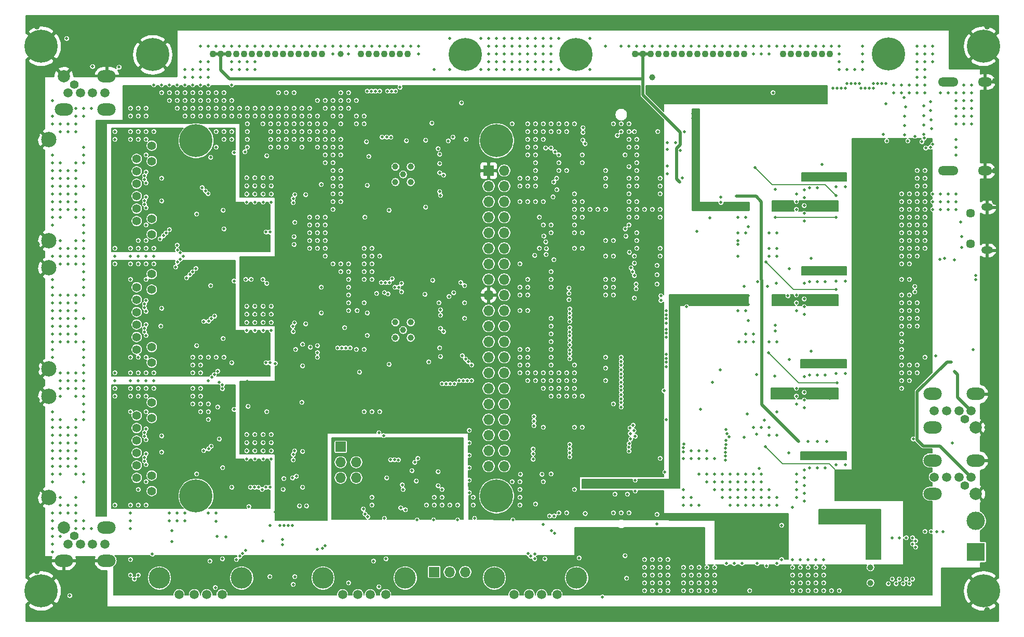
<source format=gbr>
%TF.GenerationSoftware,KiCad,Pcbnew,(5.1.5)-3*%
%TF.CreationDate,2020-11-13T11:58:21+01:00*%
%TF.ProjectId,RpiSecLab,52706953-6563-44c6-9162-2e6b69636164,rev?*%
%TF.SameCoordinates,Original*%
%TF.FileFunction,Copper,L3,Inr*%
%TF.FilePolarity,Positive*%
%FSLAX46Y46*%
G04 Gerber Fmt 4.6, Leading zero omitted, Abs format (unit mm)*
G04 Created by KiCad (PCBNEW (5.1.5)-3) date 2020-11-13 11:58:21*
%MOMM*%
%LPD*%
G04 APERTURE LIST*
%ADD10C,1.100000*%
%ADD11C,0.800000*%
%ADD12C,5.400000*%
%ADD13C,0.500000*%
%ADD14C,1.000000*%
%ADD15R,1.700000X1.700000*%
%ADD16O,1.700000X1.700000*%
%ADD17O,2.300000X1.500000*%
%ADD18O,3.300000X1.500000*%
%ADD19C,1.450000*%
%ADD20O,1.900000X1.200000*%
%ADD21C,1.400000*%
%ADD22C,2.500000*%
%ADD23C,1.500000*%
%ADD24C,2.000000*%
%ADD25O,3.000000X2.000000*%
%ADD26C,3.500000*%
%ADD27R,3.000000X3.000000*%
%ADD28C,3.000000*%
%ADD29C,0.150000*%
%ADD30C,0.500000*%
%ADD31C,0.254000*%
G04 APERTURE END LIST*
D10*
X87122000Y-55880000D03*
X85852000Y-55880000D03*
X84582000Y-55880000D03*
X83312000Y-55880000D03*
X82042000Y-55880000D03*
X80772000Y-55880000D03*
X79502000Y-55880000D03*
X73152000Y-55880000D03*
X71882000Y-55880000D03*
X70612000Y-55880000D03*
X69342000Y-55880000D03*
X68072000Y-55880000D03*
X66802000Y-55880000D03*
X65532000Y-55880000D03*
X64262000Y-55880000D03*
X62992000Y-55880000D03*
X61722000Y-55880000D03*
X60452000Y-55880000D03*
X59182000Y-55880000D03*
X57912000Y-55880000D03*
X56642000Y-55880000D03*
X55372000Y-55880000D03*
D11*
X166931891Y-54448109D03*
X165500000Y-53855000D03*
X164068109Y-54448109D03*
X163475000Y-55880000D03*
X164068109Y-57311891D03*
X165500000Y-57905000D03*
X166931891Y-57311891D03*
X167525000Y-55880000D03*
D12*
X165500000Y-55880000D03*
D11*
X115931891Y-54568109D03*
X114500000Y-53975000D03*
X113068109Y-54568109D03*
X112475000Y-56000000D03*
X113068109Y-57431891D03*
X114500000Y-58025000D03*
X115931891Y-57431891D03*
X116525000Y-56000000D03*
D12*
X114500000Y-56000000D03*
D11*
X97931891Y-54568109D03*
X96500000Y-53975000D03*
X95068109Y-54568109D03*
X94475000Y-56000000D03*
X95068109Y-57431891D03*
X96500000Y-58025000D03*
X97931891Y-57431891D03*
X98525000Y-56000000D03*
D12*
X96500000Y-56000000D03*
D11*
X46931891Y-54568109D03*
X45500000Y-53975000D03*
X44068109Y-54568109D03*
X43475000Y-56000000D03*
X44068109Y-57431891D03*
X45500000Y-58025000D03*
X46931891Y-57431891D03*
X47525000Y-56000000D03*
D12*
X45500000Y-56000000D03*
D13*
X64860000Y-76110000D03*
X64860000Y-77440000D03*
X64860000Y-78770000D03*
X64860000Y-80100000D03*
X63530000Y-76110000D03*
X63530000Y-77440000D03*
X63530000Y-78770000D03*
X63530000Y-80100000D03*
X62200000Y-76110000D03*
X62200000Y-77440000D03*
X62200000Y-78770000D03*
X62200000Y-80100000D03*
X60870000Y-76110000D03*
X60870000Y-77440000D03*
X60870000Y-78770000D03*
X60870000Y-80100000D03*
D12*
X27320000Y-54610000D03*
D11*
X29345000Y-54610000D03*
X28751891Y-56041891D03*
X27320000Y-56635000D03*
X25888109Y-56041891D03*
X25295000Y-54610000D03*
X25888109Y-53178109D03*
X27320000Y-52585000D03*
X28751891Y-53178109D03*
D12*
X27320000Y-143510000D03*
D11*
X29345000Y-143510000D03*
X28751891Y-144941891D03*
X27320000Y-145535000D03*
X25888109Y-144941891D03*
X25295000Y-143510000D03*
X25888109Y-142078109D03*
X27320000Y-141485000D03*
X28751891Y-142078109D03*
X182391891Y-53178109D03*
X180960000Y-52585000D03*
X179528109Y-53178109D03*
X178935000Y-54610000D03*
X179528109Y-56041891D03*
X180960000Y-56635000D03*
X182391891Y-56041891D03*
X182985000Y-54610000D03*
D12*
X180960000Y-54610000D03*
X180960000Y-143510000D03*
D11*
X182985000Y-143510000D03*
X182391891Y-144941891D03*
X180960000Y-145535000D03*
X179528109Y-144941891D03*
X178935000Y-143510000D03*
X179528109Y-142078109D03*
X180960000Y-141485000D03*
X182391891Y-142078109D03*
X103031891Y-68628109D03*
X101600000Y-68035000D03*
X100168109Y-68628109D03*
X99575000Y-70060000D03*
X100168109Y-71491891D03*
X101600000Y-72085000D03*
X103031891Y-71491891D03*
X103625000Y-70060000D03*
D12*
X101600000Y-70060000D03*
D11*
X103031891Y-126628109D03*
X101600000Y-126035000D03*
X100168109Y-126628109D03*
X99575000Y-128060000D03*
X100168109Y-129491891D03*
X101600000Y-130085000D03*
X103031891Y-129491891D03*
X103625000Y-128060000D03*
D12*
X101600000Y-128060000D03*
X52600000Y-128060000D03*
D11*
X54625000Y-128060000D03*
X54031891Y-129491891D03*
X52600000Y-130085000D03*
X51168109Y-129491891D03*
X50575000Y-128060000D03*
X51168109Y-126628109D03*
X52600000Y-126035000D03*
X54031891Y-126628109D03*
X54031891Y-68628109D03*
X52600000Y-68035000D03*
X51168109Y-68628109D03*
X50575000Y-70060000D03*
X51168109Y-71491891D03*
X52600000Y-72085000D03*
X54031891Y-71491891D03*
X54625000Y-70060000D03*
D12*
X52600000Y-70060000D03*
D13*
X60870000Y-122010000D03*
X60870000Y-120680000D03*
X60870000Y-119350000D03*
X60870000Y-118020000D03*
X62200000Y-122010000D03*
X62200000Y-120680000D03*
X62200000Y-119350000D03*
X62200000Y-118020000D03*
X63530000Y-122010000D03*
X63530000Y-120680000D03*
X63530000Y-119350000D03*
X63530000Y-118020000D03*
X64860000Y-122010000D03*
X64860000Y-120680000D03*
X64860000Y-119350000D03*
X64860000Y-118020000D03*
X60870000Y-101055000D03*
X60870000Y-99725000D03*
X60870000Y-98395000D03*
X60870000Y-97065000D03*
X62200000Y-101055000D03*
X62200000Y-99725000D03*
X62200000Y-98395000D03*
X62200000Y-97065000D03*
X63530000Y-101055000D03*
X63530000Y-99725000D03*
X63530000Y-98395000D03*
X63530000Y-97065000D03*
X64860000Y-101055000D03*
X64860000Y-99725000D03*
X64860000Y-98395000D03*
X64860000Y-97065000D03*
D14*
X86360000Y-75565000D03*
X87610000Y-76815000D03*
X85110000Y-76815000D03*
X87610000Y-74315000D03*
X85110000Y-74315000D03*
X85110000Y-99715000D03*
X87610000Y-99715000D03*
X85110000Y-102215000D03*
X87610000Y-102215000D03*
X86360000Y-100965000D03*
D15*
X100330000Y-74930000D03*
D16*
X102870000Y-74930000D03*
X100330000Y-77470000D03*
X102870000Y-77470000D03*
X100330000Y-80010000D03*
X102870000Y-80010000D03*
X100330000Y-82550000D03*
X102870000Y-82550000D03*
X100330000Y-85090000D03*
X102870000Y-85090000D03*
X100330000Y-87630000D03*
X102870000Y-87630000D03*
X100330000Y-90170000D03*
X102870000Y-90170000D03*
X100330000Y-92710000D03*
X102870000Y-92710000D03*
X100330000Y-95250000D03*
X102870000Y-95250000D03*
X100330000Y-97790000D03*
X102870000Y-97790000D03*
X100330000Y-100330000D03*
X102870000Y-100330000D03*
X100330000Y-102870000D03*
X102870000Y-102870000D03*
X100330000Y-105410000D03*
X102870000Y-105410000D03*
X100330000Y-107950000D03*
X102870000Y-107950000D03*
X100330000Y-110490000D03*
X102870000Y-110490000D03*
X100330000Y-113030000D03*
X102870000Y-113030000D03*
X100330000Y-115570000D03*
X102870000Y-115570000D03*
X100330000Y-118110000D03*
X102870000Y-118110000D03*
X100330000Y-120650000D03*
X102870000Y-120650000D03*
X100330000Y-123190000D03*
X102870000Y-123190000D03*
D17*
X181220000Y-60452000D03*
X181220000Y-74952000D03*
D18*
X175260000Y-60452000D03*
X175260000Y-74952000D03*
D19*
X178877500Y-86915000D03*
X178877500Y-81915000D03*
D20*
X181577500Y-87915000D03*
X181577500Y-80915000D03*
D15*
X76200000Y-120015000D03*
D16*
X78740000Y-120015000D03*
X76200000Y-122555000D03*
X78740000Y-122555000D03*
X76200000Y-125095000D03*
X78740000Y-125095000D03*
D15*
X91440000Y-140462000D03*
D16*
X93980000Y-140462000D03*
X96520000Y-140462000D03*
D21*
X45380000Y-70875000D03*
X45380000Y-73415000D03*
X45380000Y-85335000D03*
X45380000Y-82795000D03*
X42930000Y-83180000D03*
X42930000Y-81150000D03*
X42930000Y-79120000D03*
X42930000Y-73030000D03*
X42930000Y-75060000D03*
X42930000Y-77090000D03*
D22*
X28570000Y-86355000D03*
X28570000Y-69855000D03*
X28570000Y-111765000D03*
X28570000Y-128265000D03*
D21*
X42930000Y-119000000D03*
X42930000Y-116970000D03*
X42930000Y-114940000D03*
X42930000Y-121030000D03*
X42930000Y-123060000D03*
X42930000Y-125090000D03*
X45380000Y-124705000D03*
X45380000Y-127245000D03*
X45380000Y-115325000D03*
X45380000Y-112785000D03*
D22*
X28570000Y-90810000D03*
X28570000Y-107310000D03*
D21*
X42930000Y-98045000D03*
X42930000Y-96015000D03*
X42930000Y-93985000D03*
X42930000Y-100075000D03*
X42930000Y-102105000D03*
X42930000Y-104135000D03*
X45380000Y-103750000D03*
X45380000Y-106290000D03*
X45380000Y-94370000D03*
X45380000Y-91830000D03*
D23*
X31750000Y-135890000D03*
X33750000Y-135890000D03*
X35750000Y-135890000D03*
X37750000Y-135890000D03*
D21*
X32750000Y-134530000D03*
D24*
X31020000Y-133170000D03*
D25*
X31020000Y-138610000D03*
X38020000Y-133170000D03*
X38020000Y-138610000D03*
X38020000Y-64950000D03*
X38020000Y-59510000D03*
X31020000Y-64950000D03*
D24*
X31020000Y-59510000D03*
D21*
X32750000Y-60870000D03*
D23*
X37750000Y-62230000D03*
X35750000Y-62230000D03*
X33750000Y-62230000D03*
X31750000Y-62230000D03*
D25*
X172720000Y-122248000D03*
X172720000Y-127688000D03*
X179720000Y-122248000D03*
D24*
X179720000Y-127688000D03*
D21*
X177990000Y-126328000D03*
D23*
X172990000Y-124968000D03*
X174990000Y-124968000D03*
X176990000Y-124968000D03*
X178990000Y-124968000D03*
X178990000Y-114120000D03*
X176990000Y-114120000D03*
X174990000Y-114120000D03*
X172990000Y-114120000D03*
D21*
X177990000Y-115480000D03*
D24*
X179720000Y-116840000D03*
D25*
X179720000Y-111400000D03*
X172720000Y-116840000D03*
X172720000Y-111400000D03*
D10*
X124206000Y-55880000D03*
X125476000Y-55880000D03*
X126746000Y-55880000D03*
X128016000Y-55880000D03*
X129286000Y-55880000D03*
X130556000Y-55880000D03*
X131826000Y-55880000D03*
X133096000Y-55880000D03*
X134366000Y-55880000D03*
X135636000Y-55880000D03*
X136906000Y-55880000D03*
X138176000Y-55880000D03*
X139446000Y-55880000D03*
X140716000Y-55880000D03*
X141986000Y-55880000D03*
X148336000Y-55880000D03*
X149606000Y-55880000D03*
X150876000Y-55880000D03*
X152146000Y-55880000D03*
X153416000Y-55880000D03*
X154686000Y-55880000D03*
X155956000Y-55880000D03*
D26*
X60040000Y-141435000D03*
X46640000Y-141435000D03*
D23*
X49840000Y-144145000D03*
X52340000Y-144145000D03*
X54340000Y-144145000D03*
X56840000Y-144145000D03*
X83510000Y-144145000D03*
X81010000Y-144145000D03*
X79010000Y-144145000D03*
X76510000Y-144145000D03*
D26*
X73310000Y-141435000D03*
X86710000Y-141435000D03*
X114650000Y-141435000D03*
X101250000Y-141435000D03*
D23*
X104450000Y-144145000D03*
X106950000Y-144145000D03*
X108950000Y-144145000D03*
X111450000Y-144145000D03*
D27*
X179705000Y-137160000D03*
D28*
X179705000Y-132080000D03*
D13*
X156972000Y-125476000D03*
X158496000Y-125476000D03*
X156972000Y-127000000D03*
X158496000Y-127000000D03*
X156972000Y-128524000D03*
X158496000Y-128524000D03*
X165100000Y-99822000D03*
X163322000Y-99822000D03*
X161544000Y-99822000D03*
X159766000Y-99822000D03*
X159766000Y-100838000D03*
X161544000Y-100838000D03*
X163322000Y-100838000D03*
X165100000Y-100838000D03*
X159766000Y-84709000D03*
X161544000Y-84709000D03*
X163322000Y-84709000D03*
X165100000Y-84709000D03*
X165100000Y-85598000D03*
X163322000Y-85598000D03*
X161544000Y-85598000D03*
X159766000Y-85598000D03*
X163322000Y-70104000D03*
X161544000Y-70104000D03*
X159766000Y-70104000D03*
X120015000Y-133985000D03*
X121031000Y-133985000D03*
X122047000Y-133985000D03*
X123190000Y-133985000D03*
X124333000Y-133985000D03*
X127762000Y-131064000D03*
X127762000Y-132588000D03*
X145415000Y-120015000D03*
X120904000Y-141478000D03*
X64643000Y-142494000D03*
X48641000Y-133731000D03*
X116965834Y-133432998D03*
X116059617Y-130918617D03*
X94615000Y-94869000D03*
X96647000Y-69850000D03*
X49784000Y-138430000D03*
X154686000Y-73914000D03*
X152908000Y-89281000D03*
X152908000Y-104394000D03*
X169672000Y-105664000D03*
X166751000Y-77089000D03*
X123190000Y-130810000D03*
X121920000Y-130810000D03*
X120650000Y-130810000D03*
X86106000Y-93345000D03*
X80518000Y-61976000D03*
X82550000Y-61976000D03*
X83820000Y-61976000D03*
X85852000Y-61341000D03*
X121920000Y-107442000D03*
X121920000Y-105410000D03*
X121920000Y-109474000D03*
X121920000Y-111506000D03*
X121920000Y-113538000D03*
X119380000Y-107188000D03*
X119380000Y-109220000D03*
X119380000Y-105410000D03*
X129286000Y-106934000D03*
X129286000Y-104902000D03*
X113538000Y-105664000D03*
X113538000Y-103378000D03*
X129286000Y-102108000D03*
X129286000Y-99822000D03*
X113538000Y-102616000D03*
X113538000Y-100584000D03*
X129286000Y-97790000D03*
X113538000Y-99568000D03*
X113538000Y-97536000D03*
X156464000Y-61468000D03*
X158496000Y-61468000D03*
X158750000Y-60706000D03*
X160782000Y-60706000D03*
X161036000Y-61468000D03*
X163068000Y-61468000D03*
X163068000Y-60706000D03*
X165100000Y-60706000D03*
X84582000Y-92583000D03*
X82804000Y-93218000D03*
X94742000Y-109728000D03*
X92710000Y-109728000D03*
X95504000Y-109220000D03*
X97536000Y-109220000D03*
X97536000Y-106680000D03*
X96012000Y-105156000D03*
X77724000Y-103886000D03*
X75692000Y-103886000D03*
X54610000Y-109220000D03*
X56134000Y-107696000D03*
X56388000Y-109474000D03*
X52578000Y-90932000D03*
X51054000Y-92456000D03*
X49276000Y-90678000D03*
X50546000Y-88900000D03*
X49530000Y-87122000D03*
X46736000Y-86106000D03*
X48260000Y-84582000D03*
X53848000Y-120650000D03*
X56388000Y-118745000D03*
X61468000Y-126619000D03*
X63373000Y-127000000D03*
X66294000Y-132842000D03*
X68326000Y-132842000D03*
X59182000Y-138430000D03*
X60706000Y-136906000D03*
X72390000Y-136779000D03*
X107823000Y-137541000D03*
X107823000Y-138303000D03*
X113538000Y-121666000D03*
X113538000Y-119634000D03*
X55626000Y-98679000D03*
X53848000Y-99568000D03*
X172343580Y-63725989D03*
X172403652Y-65165991D03*
X172410348Y-66665991D03*
X172553173Y-68073375D03*
X168148000Y-69088000D03*
X176276000Y-89535000D03*
X177419000Y-87503000D03*
X177292000Y-83312000D03*
X158496000Y-122936000D03*
X156972000Y-122936000D03*
X158496000Y-108077000D03*
X156972000Y-108077000D03*
X158496000Y-92964000D03*
X156972000Y-92964000D03*
X156972000Y-77597000D03*
X158496000Y-77597000D03*
X52705000Y-82042000D03*
X73025000Y-77216000D03*
X73025000Y-98171000D03*
X69977000Y-126619000D03*
X53594000Y-77724000D03*
X88519000Y-125603000D03*
X92075000Y-124079000D03*
X97155000Y-117348000D03*
X97155000Y-119380000D03*
X97155000Y-121412000D03*
X97155000Y-123444000D03*
X97155000Y-125476000D03*
X97155000Y-127508000D03*
X44450000Y-117094000D03*
X44450000Y-118872000D03*
X44450000Y-121158000D03*
X44450000Y-122936000D03*
X44450000Y-100076000D03*
X44450000Y-101854000D03*
X44450000Y-97917000D03*
X44450000Y-96139000D03*
X44450000Y-81026000D03*
X44450000Y-79248000D03*
X44450000Y-76962000D03*
X44450000Y-75184000D03*
X79248000Y-107823000D03*
X76835000Y-100584000D03*
X138176000Y-79248000D03*
D14*
X127000000Y-59690000D03*
D13*
X80137000Y-82550000D03*
X149098000Y-95377000D03*
X124206000Y-125476000D03*
X124206000Y-127254000D03*
X144018000Y-108204000D03*
X145288000Y-115697000D03*
X144399000Y-123571000D03*
X136398000Y-82677000D03*
X136779000Y-109474000D03*
X122809000Y-141478000D03*
X109474000Y-138303000D03*
X81534000Y-138684000D03*
X83566000Y-138303000D03*
X68453000Y-142494000D03*
X54864000Y-138684000D03*
X56896000Y-138303000D03*
X32004000Y-144272000D03*
X48641000Y-135509000D03*
X31496000Y-53340000D03*
X35687000Y-57912000D03*
X113411000Y-94107000D03*
X92075000Y-71374000D03*
X93726000Y-70104000D03*
X92202000Y-96520000D03*
X93853000Y-95504000D03*
X95758000Y-93218000D03*
X96393000Y-93726000D03*
X124079000Y-68580000D03*
X132207000Y-68580000D03*
X131572000Y-71628000D03*
X61087000Y-113411000D03*
X56134000Y-113538000D03*
X109204510Y-132652445D03*
X144214010Y-93091000D03*
X138106990Y-107461465D03*
X95885000Y-63881000D03*
X94488000Y-69469000D03*
X175895000Y-119380000D03*
X169545000Y-118745000D03*
X60579000Y-71882000D03*
X54991000Y-72771000D03*
X60706000Y-92710000D03*
X54991000Y-93726000D03*
X69850000Y-112776000D03*
X172329807Y-71130965D03*
X42545000Y-141605000D03*
D14*
X76200000Y-55880000D03*
D13*
X83693000Y-125095000D03*
X52705000Y-103505000D03*
X52705000Y-124460000D03*
X151765000Y-93345000D03*
X151765000Y-95885000D03*
X151765000Y-97155000D03*
X151765000Y-98425000D03*
X155194000Y-93091000D03*
X153924000Y-93091000D03*
X152654000Y-93091000D03*
X150495000Y-97790000D03*
X150495000Y-96520000D03*
X150495000Y-95250000D03*
X151765000Y-78105000D03*
X151765000Y-79375000D03*
X151765000Y-80645000D03*
X151765000Y-81915000D03*
X151765000Y-83185000D03*
X150495000Y-81280000D03*
X150495000Y-80010000D03*
X150495000Y-78740000D03*
X152654000Y-77724000D03*
X153924000Y-77724000D03*
X151765000Y-108585000D03*
X151765000Y-111125000D03*
X151765000Y-112395000D03*
X151765000Y-113665000D03*
X150495000Y-113030000D03*
X150495000Y-111760000D03*
X150495000Y-110490000D03*
X152654000Y-108331000D03*
X153924000Y-108331000D03*
X155194000Y-108331000D03*
X151765000Y-123825000D03*
X151765000Y-125095000D03*
X151765000Y-126365000D03*
X151765000Y-127635000D03*
X151765000Y-128905000D03*
X150495000Y-128270000D03*
X150495000Y-127000000D03*
X150495000Y-125730000D03*
X150495000Y-124460000D03*
X152654000Y-123444000D03*
X153924000Y-123444000D03*
X155194000Y-123444000D03*
X41910000Y-64770000D03*
X43180000Y-64770000D03*
X44450000Y-64770000D03*
X44450000Y-66040000D03*
X43180000Y-66040000D03*
X41910000Y-66040000D03*
X39370000Y-68580000D03*
X41910000Y-68580000D03*
X43180000Y-68580000D03*
X44450000Y-68580000D03*
X45720000Y-68580000D03*
X44450000Y-69850000D03*
X43180000Y-69850000D03*
X41910000Y-69850000D03*
X39370000Y-69850000D03*
X44450000Y-72390000D03*
X44450000Y-83820000D03*
X44450000Y-86360000D03*
X43180000Y-86360000D03*
X39370000Y-87630000D03*
X41910000Y-87630000D03*
X43180000Y-87630000D03*
X44450000Y-87630000D03*
X45720000Y-87630000D03*
X39370000Y-88900000D03*
X41910000Y-88900000D03*
X43180000Y-88900000D03*
X44450000Y-88900000D03*
X45720000Y-88900000D03*
X45720000Y-90170000D03*
X44450000Y-90170000D03*
X43180000Y-90170000D03*
X41910000Y-90170000D03*
X39370000Y-90170000D03*
X44450000Y-92710000D03*
X41910000Y-92710000D03*
X39370000Y-107950000D03*
X41910000Y-107950000D03*
X43180000Y-107950000D03*
X44450000Y-107950000D03*
X45720000Y-107950000D03*
X43180000Y-105410000D03*
X41910000Y-105410000D03*
X44450000Y-105410000D03*
X45720000Y-109220000D03*
X44450000Y-109220000D03*
X43180000Y-109220000D03*
X41910000Y-109220000D03*
X39370000Y-109220000D03*
X39370000Y-110490000D03*
X41910000Y-110490000D03*
X43180000Y-110490000D03*
X44450000Y-110490000D03*
X45720000Y-110490000D03*
X44450000Y-111760000D03*
X43180000Y-111760000D03*
X41910000Y-111760000D03*
X39370000Y-111760000D03*
X44450000Y-114300000D03*
X41910000Y-114300000D03*
X44450000Y-125730000D03*
X44450000Y-129540000D03*
X43180000Y-129540000D03*
X41910000Y-129540000D03*
X39370000Y-129540000D03*
X43180000Y-127000000D03*
X41910000Y-130810000D03*
X41910000Y-132080000D03*
X41910000Y-133350000D03*
X41910000Y-138430000D03*
X43180000Y-140970000D03*
X41910000Y-140970000D03*
X46990000Y-62230000D03*
X48260000Y-62230000D03*
X49530000Y-62230000D03*
X50800000Y-62230000D03*
X52070000Y-62230000D03*
X53340000Y-62230000D03*
X54610000Y-62230000D03*
X55880000Y-62230000D03*
X57150000Y-62230000D03*
X57150000Y-63500000D03*
X55880000Y-63500000D03*
X54610000Y-63500000D03*
X53340000Y-63500000D03*
X52070000Y-63500000D03*
X50800000Y-63500000D03*
X49530000Y-63500000D03*
X48260000Y-63500000D03*
X49530000Y-64770000D03*
X50800000Y-64770000D03*
X52070000Y-64770000D03*
X53340000Y-64770000D03*
X54610000Y-64770000D03*
X55880000Y-64770000D03*
X57150000Y-64770000D03*
X57150000Y-66040000D03*
X55880000Y-66040000D03*
X54610000Y-66040000D03*
X53340000Y-66040000D03*
X52070000Y-66040000D03*
X50800000Y-66040000D03*
X57150000Y-68580000D03*
X58420000Y-68580000D03*
X58420000Y-69850000D03*
X57150000Y-69850000D03*
X55880000Y-68580000D03*
X55880000Y-71120000D03*
X52070000Y-105410000D03*
X53340000Y-105410000D03*
X54610000Y-105410000D03*
X55880000Y-105410000D03*
X57150000Y-105410000D03*
X52070000Y-106680000D03*
X53340000Y-106680000D03*
X53340000Y-107950000D03*
X52070000Y-107950000D03*
X52070000Y-110490000D03*
X53340000Y-110490000D03*
X53340000Y-111760000D03*
X52070000Y-111760000D03*
X52070000Y-113030000D03*
X53340000Y-113030000D03*
X54610000Y-113030000D03*
X54610000Y-114300000D03*
X53340000Y-114300000D03*
X54610000Y-115570000D03*
X50800000Y-132080000D03*
X49530000Y-132080000D03*
X48260000Y-132080000D03*
X48260000Y-130810000D03*
X49530000Y-130810000D03*
X50800000Y-130810000D03*
X54610000Y-130810000D03*
X55880000Y-130810000D03*
X59690000Y-64770000D03*
X59690000Y-66040000D03*
X60960000Y-64770000D03*
X62230000Y-64770000D03*
X63500000Y-64770000D03*
X64770000Y-64770000D03*
X66040000Y-64770000D03*
X67310000Y-64770000D03*
X68580000Y-64770000D03*
X69850000Y-64770000D03*
X71120000Y-64770000D03*
X71120000Y-66040000D03*
X69850000Y-66040000D03*
X68580000Y-66040000D03*
X67310000Y-66040000D03*
X66040000Y-66040000D03*
X64770000Y-66040000D03*
X63500000Y-66040000D03*
X62230000Y-66040000D03*
X60960000Y-66040000D03*
X60960000Y-67310000D03*
X63500000Y-67310000D03*
X64770000Y-67310000D03*
X66040000Y-67310000D03*
X67310000Y-67310000D03*
X68580000Y-67310000D03*
X69850000Y-67310000D03*
X71120000Y-67310000D03*
X72390000Y-67310000D03*
X72390000Y-66040000D03*
X73660000Y-67310000D03*
X74930000Y-68580000D03*
X73660000Y-68580000D03*
X72390000Y-68580000D03*
X71120000Y-68580000D03*
X69850000Y-68580000D03*
X68580000Y-68580000D03*
X67310000Y-68580000D03*
X66040000Y-68580000D03*
X64770000Y-68580000D03*
X64770000Y-69850000D03*
X66040000Y-69850000D03*
X67310000Y-69850000D03*
X68580000Y-69850000D03*
X69850000Y-69850000D03*
X71120000Y-69850000D03*
X72390000Y-69850000D03*
X73660000Y-69850000D03*
X74930000Y-69850000D03*
X76200000Y-69850000D03*
X76200000Y-71120000D03*
X74930000Y-71120000D03*
X73660000Y-71120000D03*
X72390000Y-71120000D03*
X73660000Y-72390000D03*
X73660000Y-73660000D03*
X74930000Y-73660000D03*
X74930000Y-72390000D03*
X76200000Y-72390000D03*
X69850000Y-71120000D03*
X67310000Y-71120000D03*
X66040000Y-71120000D03*
X64770000Y-71120000D03*
X60960000Y-71120000D03*
X60960000Y-69850000D03*
X60960000Y-68580000D03*
X67310000Y-62230000D03*
X68580000Y-62230000D03*
X76200000Y-62230000D03*
X77470000Y-62230000D03*
X77470000Y-63500000D03*
X76200000Y-63500000D03*
X74930000Y-63500000D03*
X73660000Y-63500000D03*
X72390000Y-63500000D03*
X73660000Y-64770000D03*
X74930000Y-64770000D03*
X76200000Y-64770000D03*
X77470000Y-64770000D03*
X76200000Y-66040000D03*
X76200000Y-67310000D03*
X74930000Y-66040000D03*
X74930000Y-74930000D03*
X74930000Y-76200000D03*
X74930000Y-77470000D03*
X76200000Y-77470000D03*
X76200000Y-76200000D03*
X76200000Y-74930000D03*
X74930000Y-78740000D03*
X76200000Y-78740000D03*
X76200000Y-80010000D03*
X74930000Y-80010000D03*
X74930000Y-81280000D03*
X73660000Y-82550000D03*
X72390000Y-82550000D03*
X71120000Y-82550000D03*
X71120000Y-83820000D03*
X72390000Y-83820000D03*
X73660000Y-83820000D03*
X73660000Y-85090000D03*
X73660000Y-86360000D03*
X73660000Y-87630000D03*
X71120000Y-87630000D03*
X71120000Y-86360000D03*
X71120000Y-85090000D03*
X72390000Y-85090000D03*
X72390000Y-86360000D03*
X72390000Y-87630000D03*
X74930000Y-90170000D03*
X73660000Y-88900000D03*
X76200000Y-91440000D03*
X77470000Y-92710000D03*
X77470000Y-91440000D03*
X77470000Y-90170000D03*
X76200000Y-90170000D03*
X80010000Y-90170000D03*
X80010000Y-91440000D03*
X80010000Y-92710000D03*
X81280000Y-92710000D03*
X81280000Y-91440000D03*
X81280000Y-90170000D03*
X80010000Y-88900000D03*
X81280000Y-88900000D03*
X82550000Y-88900000D03*
X81280000Y-87630000D03*
X80010000Y-87630000D03*
X77470000Y-93980000D03*
X77470000Y-95250000D03*
X77470000Y-96520000D03*
X77470000Y-97790000D03*
X80010000Y-96520000D03*
X80010000Y-104140000D03*
X78740000Y-104140000D03*
X81280000Y-114300000D03*
X80010000Y-114300000D03*
X82550000Y-114300000D03*
X81280000Y-128270000D03*
X81280000Y-129540000D03*
X86360000Y-127000000D03*
X77470000Y-142240000D03*
X50800000Y-60960000D03*
X52070000Y-60960000D03*
X53340000Y-60960000D03*
X54610000Y-60960000D03*
X54610000Y-59690000D03*
X53340000Y-59690000D03*
X52070000Y-59690000D03*
X50800000Y-59690000D03*
X49530000Y-60960000D03*
X48260000Y-60960000D03*
X46990000Y-60960000D03*
X45720000Y-60960000D03*
X50800000Y-58420000D03*
X52070000Y-58420000D03*
X53340000Y-58420000D03*
X54610000Y-58420000D03*
X54610000Y-57150000D03*
X53340000Y-57150000D03*
X53340000Y-54610000D03*
X54610000Y-54610000D03*
X55880000Y-54610000D03*
X57150000Y-54610000D03*
X58420000Y-54610000D03*
X59690000Y-54610000D03*
X60960000Y-54610000D03*
X62230000Y-54610000D03*
X63500000Y-54610000D03*
X64770000Y-54610000D03*
X66040000Y-54610000D03*
X67310000Y-54610000D03*
X68580000Y-54610000D03*
X69850000Y-54610000D03*
X71120000Y-54610000D03*
X72390000Y-54610000D03*
X58420000Y-57150000D03*
X59690000Y-57150000D03*
X60960000Y-57150000D03*
X62230000Y-57150000D03*
X58420000Y-58420000D03*
X59690000Y-58420000D03*
X60960000Y-58420000D03*
X62230000Y-58420000D03*
X58420000Y-60960000D03*
X58420000Y-63500000D03*
X58420000Y-64770000D03*
X58420000Y-66040000D03*
X66040000Y-62230000D03*
X73660000Y-54610000D03*
X74930000Y-54610000D03*
X76200000Y-54610000D03*
X77470000Y-54610000D03*
X77470000Y-55880000D03*
X74930000Y-55880000D03*
X78740000Y-54610000D03*
X80010000Y-54610000D03*
X81280000Y-54610000D03*
X82550000Y-54610000D03*
X83820000Y-54610000D03*
X85090000Y-54610000D03*
X86360000Y-54610000D03*
X87630000Y-54610000D03*
X88900000Y-54610000D03*
X88900000Y-55880000D03*
X78740000Y-63500000D03*
X78740000Y-66040000D03*
X80010000Y-66040000D03*
X80010000Y-67310000D03*
X78740000Y-67310000D03*
X119380000Y-54610000D03*
X121920000Y-54610000D03*
X123190000Y-54610000D03*
X124460000Y-54610000D03*
X125730000Y-54610000D03*
X127000000Y-54610000D03*
X128270000Y-54610000D03*
X129540000Y-54610000D03*
X130810000Y-54610000D03*
X132080000Y-54610000D03*
X133350000Y-54610000D03*
X134620000Y-54610000D03*
X135890000Y-54610000D03*
X137160000Y-54610000D03*
X138430000Y-54610000D03*
X139700000Y-54610000D03*
X140970000Y-54610000D03*
X142240000Y-54610000D03*
X143510000Y-54610000D03*
X143510000Y-55880000D03*
X144780000Y-55880000D03*
X146050000Y-55880000D03*
X146050000Y-54610000D03*
X144780000Y-54610000D03*
X147320000Y-54610000D03*
X148590000Y-54610000D03*
X149860000Y-54610000D03*
X151130000Y-54610000D03*
X152400000Y-54610000D03*
X153670000Y-54610000D03*
X154940000Y-54610000D03*
X156210000Y-54610000D03*
X157480000Y-54610000D03*
X157480000Y-55880000D03*
X157480000Y-57150000D03*
X161290000Y-54610000D03*
X161290000Y-55880000D03*
X161290000Y-57150000D03*
X161290000Y-58420000D03*
X160020000Y-58420000D03*
X158750000Y-58420000D03*
X157480000Y-58420000D03*
X170180000Y-54610000D03*
X171450000Y-54610000D03*
X172720000Y-54610000D03*
X172720000Y-57150000D03*
X171450000Y-57150000D03*
X171450000Y-55880000D03*
X172720000Y-55880000D03*
X170180000Y-55880000D03*
X170180000Y-57150000D03*
X170180000Y-58420000D03*
X170180000Y-59690000D03*
X170180000Y-60960000D03*
X171450000Y-60960000D03*
X171450000Y-59690000D03*
X171450000Y-58420000D03*
X168910000Y-60960000D03*
X167640000Y-60960000D03*
X166370000Y-60960000D03*
X167640000Y-62230000D03*
X168910000Y-62230000D03*
X170180000Y-62230000D03*
X171450000Y-62230000D03*
X166370000Y-62230000D03*
X171450000Y-76200000D03*
X171450000Y-74930000D03*
X170180000Y-74930000D03*
X170180000Y-76200000D03*
X170180000Y-77470000D03*
X171450000Y-77470000D03*
X171450000Y-80010000D03*
X170180000Y-80010000D03*
X168910000Y-80010000D03*
X167640000Y-80010000D03*
X167640000Y-81280000D03*
X168910000Y-81280000D03*
X170180000Y-81280000D03*
X171450000Y-81280000D03*
X171450000Y-82550000D03*
X170180000Y-82550000D03*
X168910000Y-82550000D03*
X167640000Y-82550000D03*
X167640000Y-83820000D03*
X168910000Y-83820000D03*
X170180000Y-83820000D03*
X171450000Y-83820000D03*
X171450000Y-85090000D03*
X170180000Y-85090000D03*
X168910000Y-85090000D03*
X167640000Y-85090000D03*
X167640000Y-86360000D03*
X168910000Y-86360000D03*
X170180000Y-86360000D03*
X171450000Y-86360000D03*
X171450000Y-87630000D03*
X170180000Y-87630000D03*
X168910000Y-87630000D03*
X167640000Y-87630000D03*
X167640000Y-88900000D03*
X168910000Y-88900000D03*
X170180000Y-88900000D03*
X168910000Y-90170000D03*
X167640000Y-90170000D03*
X172720000Y-80010000D03*
X172720000Y-81280000D03*
X173990000Y-81280000D03*
X173990000Y-80010000D03*
X175260000Y-80010000D03*
X175260000Y-81280000D03*
X176530000Y-81280000D03*
X176530000Y-80010000D03*
X176530000Y-78740000D03*
X175260000Y-78740000D03*
X173990000Y-78740000D03*
X172720000Y-78740000D03*
X171450000Y-78740000D03*
X170180000Y-78740000D03*
X168910000Y-78740000D03*
X167640000Y-78740000D03*
X167640000Y-95250000D03*
X168910000Y-95250000D03*
X168910000Y-96520000D03*
X167640000Y-96520000D03*
X167640000Y-97790000D03*
X168910000Y-97790000D03*
X170180000Y-97790000D03*
X170180000Y-96520000D03*
X170180000Y-99060000D03*
X170180000Y-100330000D03*
X168910000Y-100330000D03*
X168910000Y-99060000D03*
X167640000Y-99060000D03*
X167640000Y-100330000D03*
X167640000Y-101600000D03*
X167640000Y-102870000D03*
X167640000Y-104140000D03*
X167640000Y-105410000D03*
X167640000Y-106680000D03*
X167640000Y-107950000D03*
X167640000Y-109220000D03*
X167640000Y-110490000D03*
X168910000Y-109220000D03*
X168910000Y-107950000D03*
X168910000Y-106680000D03*
X170180000Y-106680000D03*
X170180000Y-107950000D03*
X171450000Y-105410000D03*
X134620000Y-124460000D03*
X135890000Y-125730000D03*
X137160000Y-127000000D03*
X138430000Y-128270000D03*
X139700000Y-129540000D03*
X140970000Y-129540000D03*
X142240000Y-129540000D03*
X143510000Y-129540000D03*
X144780000Y-129540000D03*
X146050000Y-129540000D03*
X147320000Y-129540000D03*
X147320000Y-128270000D03*
X146050000Y-128270000D03*
X144780000Y-128270000D03*
X143510000Y-128270000D03*
X142240000Y-128270000D03*
X140970000Y-128270000D03*
X139700000Y-128270000D03*
X138430000Y-127000000D03*
X139700000Y-127000000D03*
X140970000Y-127000000D03*
X142240000Y-127000000D03*
X143510000Y-127000000D03*
X144780000Y-127000000D03*
X146050000Y-127000000D03*
X144780000Y-125730000D03*
X143510000Y-125730000D03*
X142240000Y-125730000D03*
X140970000Y-125730000D03*
X139700000Y-125730000D03*
X138430000Y-125730000D03*
X137160000Y-125730000D03*
X135890000Y-124460000D03*
X137160000Y-124460000D03*
X138430000Y-124460000D03*
X139700000Y-124460000D03*
X140970000Y-124460000D03*
X142240000Y-124460000D03*
X143510000Y-124460000D03*
X144780000Y-124460000D03*
X137160000Y-121920000D03*
X135890000Y-121920000D03*
X134620000Y-121920000D03*
X133350000Y-121920000D03*
X132080000Y-121920000D03*
X133350000Y-120650000D03*
X134620000Y-120650000D03*
X135890000Y-120650000D03*
X133350000Y-128270000D03*
X132080000Y-128270000D03*
X132080000Y-129540000D03*
X133350000Y-129540000D03*
X132080000Y-127000000D03*
X134620000Y-129540000D03*
X132080000Y-139700000D03*
X133350000Y-139700000D03*
X134620000Y-139700000D03*
X134620000Y-140970000D03*
X132080000Y-140970000D03*
X133350000Y-140970000D03*
X132080000Y-142240000D03*
X133350000Y-142240000D03*
X134620000Y-142240000D03*
X135890000Y-142240000D03*
X135890000Y-140970000D03*
X137160000Y-140970000D03*
X137160000Y-142240000D03*
X137160000Y-139700000D03*
X135890000Y-139700000D03*
X137160000Y-143510000D03*
X135890000Y-143510000D03*
X134620000Y-143510000D03*
X133350000Y-143510000D03*
X132080000Y-143510000D03*
X129540000Y-138430000D03*
X128270000Y-138430000D03*
X127000000Y-138430000D03*
X125730000Y-138430000D03*
X125730000Y-139700000D03*
X127000000Y-139700000D03*
X128270000Y-139700000D03*
X129540000Y-139700000D03*
X129540000Y-140970000D03*
X129540000Y-142240000D03*
X128270000Y-142240000D03*
X128270000Y-140970000D03*
X127000000Y-140970000D03*
X127000000Y-142240000D03*
X125730000Y-142240000D03*
X125730000Y-140970000D03*
X125730000Y-143510000D03*
X127000000Y-143510000D03*
X128270000Y-143510000D03*
X129540000Y-143510000D03*
X110490000Y-124460000D03*
X109220000Y-125730000D03*
X114300000Y-127000000D03*
X113030000Y-130810000D03*
X111760000Y-130810000D03*
X105410000Y-129540000D03*
X105410000Y-128270000D03*
X105410000Y-127000000D03*
X105410000Y-125730000D03*
X104140000Y-125730000D03*
X97790000Y-128270000D03*
X97790000Y-129540000D03*
X95250000Y-129540000D03*
X93980000Y-129540000D03*
X92710000Y-129540000D03*
X91440000Y-129540000D03*
X90170000Y-129540000D03*
X91440000Y-128270000D03*
X92710000Y-128270000D03*
X92710000Y-127000000D03*
X114300000Y-111760000D03*
X114300000Y-110490000D03*
X114300000Y-109220000D03*
X114300000Y-107950000D03*
X114300000Y-106680000D03*
X113030000Y-107950000D03*
X113030000Y-109220000D03*
X113030000Y-110490000D03*
X113030000Y-111760000D03*
X111760000Y-111760000D03*
X111760000Y-110490000D03*
X111760000Y-109220000D03*
X111760000Y-107950000D03*
X110490000Y-107950000D03*
X110490000Y-109220000D03*
X110490000Y-110490000D03*
X110490000Y-111760000D03*
X109220000Y-110490000D03*
X109220000Y-109220000D03*
X109220000Y-107950000D03*
X107950000Y-107950000D03*
X107950000Y-109220000D03*
X106680000Y-109220000D03*
X106680000Y-107950000D03*
X105410000Y-107950000D03*
X105410000Y-106680000D03*
X105410000Y-105410000D03*
X105410000Y-104140000D03*
X106680000Y-104140000D03*
X106680000Y-105410000D03*
X106680000Y-106680000D03*
X110490000Y-106680000D03*
X110490000Y-105410000D03*
X110490000Y-104140000D03*
X110490000Y-102870000D03*
X110490000Y-101600000D03*
X110490000Y-100330000D03*
X110490000Y-99060000D03*
X110490000Y-93980000D03*
X110490000Y-92710000D03*
X110490000Y-91440000D03*
X106680000Y-93980000D03*
X106680000Y-95250000D03*
X106680000Y-97790000D03*
X105410000Y-97790000D03*
X105410000Y-95250000D03*
X105410000Y-93980000D03*
X106680000Y-92710000D03*
X105410000Y-90170000D03*
X110490000Y-83820000D03*
X110490000Y-85090000D03*
X109220000Y-83820000D03*
X114300000Y-83820000D03*
X114300000Y-85090000D03*
X115570000Y-85090000D03*
X114300000Y-87630000D03*
X115570000Y-87630000D03*
X114300000Y-82550000D03*
X115570000Y-82550000D03*
X114300000Y-81280000D03*
X115570000Y-81280000D03*
X116840000Y-81280000D03*
X118110000Y-81280000D03*
X119380000Y-81280000D03*
X114300000Y-80010000D03*
X115570000Y-80010000D03*
X114300000Y-78740000D03*
X119380000Y-77470000D03*
X119380000Y-76200000D03*
X119380000Y-74930000D03*
X109220000Y-80010000D03*
X107950000Y-80010000D03*
X106680000Y-80010000D03*
X105410000Y-80010000D03*
X105410000Y-77470000D03*
X106680000Y-77470000D03*
X107950000Y-77470000D03*
X107950000Y-76200000D03*
X106680000Y-76200000D03*
X105410000Y-76200000D03*
X107950000Y-74930000D03*
X107950000Y-73660000D03*
X107950000Y-72390000D03*
X107950000Y-71120000D03*
X106680000Y-71120000D03*
X106680000Y-72390000D03*
X106680000Y-69850000D03*
X107950000Y-69850000D03*
X109220000Y-69850000D03*
X106680000Y-68580000D03*
X107950000Y-68580000D03*
X109220000Y-68580000D03*
X110490000Y-68580000D03*
X111760000Y-68580000D03*
X113030000Y-68580000D03*
X113030000Y-67310000D03*
X111760000Y-67310000D03*
X110490000Y-67310000D03*
X109220000Y-67310000D03*
X107950000Y-67310000D03*
X106680000Y-67310000D03*
X104140000Y-67310000D03*
X114300000Y-67310000D03*
X120650000Y-67310000D03*
X121920000Y-67310000D03*
X123190000Y-67310000D03*
X123190000Y-68580000D03*
X123190000Y-69850000D03*
X124460000Y-69850000D03*
X124460000Y-71120000D03*
X123190000Y-71120000D03*
X124460000Y-72390000D03*
X124460000Y-73660000D03*
X124460000Y-74930000D03*
X124460000Y-76200000D03*
X123190000Y-76200000D03*
X123190000Y-77470000D03*
X124460000Y-77470000D03*
X123190000Y-78740000D03*
X123190000Y-80010000D03*
X124460000Y-80010000D03*
X125730000Y-81280000D03*
X127000000Y-81280000D03*
X128270000Y-81280000D03*
X128270000Y-78740000D03*
X128270000Y-77470000D03*
X128270000Y-76200000D03*
X123190000Y-81280000D03*
X124460000Y-81280000D03*
X123190000Y-82550000D03*
X124460000Y-82550000D03*
X128270000Y-82550000D03*
X123190000Y-83820000D03*
X124460000Y-85090000D03*
X124460000Y-86360000D03*
X124460000Y-87630000D03*
X119380000Y-86360000D03*
X120650000Y-86360000D03*
X119380000Y-88900000D03*
X120650000Y-88900000D03*
X119380000Y-92710000D03*
X120650000Y-92710000D03*
X120650000Y-93980000D03*
X120650000Y-95250000D03*
X119380000Y-95250000D03*
X119380000Y-93980000D03*
X128270000Y-88900000D03*
X128270000Y-87630000D03*
X120650000Y-113030000D03*
X115570000Y-111760000D03*
X109220000Y-116840000D03*
X114300000Y-116840000D03*
X115570000Y-116840000D03*
X149860000Y-139700000D03*
X151130000Y-139700000D03*
X152400000Y-139700000D03*
X153670000Y-139700000D03*
X154940000Y-139700000D03*
X154940000Y-140970000D03*
X153670000Y-140970000D03*
X152400000Y-140970000D03*
X151130000Y-140970000D03*
X149860000Y-140970000D03*
X149860000Y-142240000D03*
X151130000Y-142240000D03*
X152400000Y-142240000D03*
X153670000Y-142240000D03*
X153670000Y-143510000D03*
X152400000Y-143510000D03*
X151130000Y-143510000D03*
X149860000Y-143510000D03*
X154940000Y-143510000D03*
X154940000Y-142240000D03*
X156210000Y-143510000D03*
X157480000Y-143510000D03*
X91440000Y-58420000D03*
X176530000Y-69850000D03*
X176530000Y-71120000D03*
X176530000Y-72390000D03*
X140970000Y-82550000D03*
X142240000Y-82550000D03*
X142240000Y-85090000D03*
X140970000Y-85090000D03*
X140970000Y-88900000D03*
X146050000Y-88900000D03*
X146050000Y-87630000D03*
X146050000Y-85090000D03*
X147320000Y-85090000D03*
X147320000Y-87630000D03*
X147320000Y-88900000D03*
X147320000Y-102870000D03*
X146050000Y-102870000D03*
X143510000Y-102870000D03*
X142240000Y-102870000D03*
X142240000Y-101600000D03*
X143510000Y-101600000D03*
X140970000Y-97790000D03*
X142240000Y-97790000D03*
X147320000Y-114300000D03*
X146050000Y-116840000D03*
X144780000Y-116840000D03*
X143510000Y-116840000D03*
X146050000Y-118110000D03*
X147320000Y-118110000D03*
X154940000Y-138430000D03*
X153670000Y-138430000D03*
X152400000Y-138430000D03*
X151130000Y-138430000D03*
X149860000Y-138430000D03*
X111760000Y-72390000D03*
X111760000Y-73660000D03*
X111760000Y-74930000D03*
X115570000Y-72390000D03*
X115570000Y-73660000D03*
X61595000Y-92710000D03*
X63500000Y-92710000D03*
X72390000Y-103505000D03*
X73025000Y-93980000D03*
X68580000Y-86995000D03*
X68580000Y-85725000D03*
X115824000Y-129540000D03*
X115824000Y-128524000D03*
X68326000Y-75946000D03*
X68707000Y-73533000D03*
X63119000Y-72517000D03*
X61087000Y-72390000D03*
X68707000Y-82169000D03*
X68326000Y-96901000D03*
X68707000Y-94615000D03*
X66675000Y-93472000D03*
X63119000Y-93345000D03*
X61087000Y-93345000D03*
X63119000Y-114300000D03*
X61214000Y-129794000D03*
X60960000Y-109347000D03*
X61087000Y-114300000D03*
X66421000Y-114427000D03*
X68834000Y-115443000D03*
X68326000Y-117983000D03*
X65532000Y-130683000D03*
X76454000Y-112649000D03*
X85471000Y-111506000D03*
X86106000Y-106934000D03*
X80518000Y-100203000D03*
X88773000Y-95377000D03*
X89408000Y-110109000D03*
X90932000Y-110109000D03*
X87630000Y-109347000D03*
X76835000Y-99060000D03*
X76835000Y-102108000D03*
X88773000Y-69977000D03*
X86235010Y-81460454D03*
X90932000Y-84836000D03*
X88392000Y-84074000D03*
X87630000Y-84074000D03*
X80518000Y-75946000D03*
X76835000Y-73660000D03*
X76835000Y-76708000D03*
X78486000Y-86106000D03*
X75311000Y-88392000D03*
X83439000Y-86614000D03*
X127635000Y-114554000D03*
X128651000Y-114554000D03*
X128651000Y-115443000D03*
X127635000Y-115443000D03*
X128143000Y-115062000D03*
X127762000Y-127889000D03*
X127762000Y-129413000D03*
X59436000Y-63754000D03*
X124714000Y-61341000D03*
X124714000Y-62230000D03*
X123698000Y-62230000D03*
X123698000Y-61341000D03*
X126492000Y-61341000D03*
X127508000Y-61341000D03*
X127508000Y-62230000D03*
X126492000Y-62230000D03*
X154813016Y-61214000D03*
X116078000Y-79121000D03*
X127762000Y-79375000D03*
X116078000Y-83312000D03*
X127762000Y-83312000D03*
X113411000Y-92202000D03*
X119634000Y-71628000D03*
X119634000Y-70104000D03*
X119634000Y-69342000D03*
X119634000Y-67056000D03*
X124079000Y-67056000D03*
X142875000Y-137668000D03*
X92710000Y-62611000D03*
X91059000Y-62611000D03*
X62611000Y-67437000D03*
X92837000Y-87884000D03*
X91186000Y-88011000D03*
X66548477Y-72532010D03*
X61595000Y-110998000D03*
X68355457Y-123258102D03*
X68453000Y-102616000D03*
X142875000Y-61595000D03*
X140970000Y-61595000D03*
X139065000Y-61595000D03*
X74295000Y-62230000D03*
X72390000Y-62230000D03*
X70485000Y-62230000D03*
X66040000Y-89027000D03*
X142875000Y-143510000D03*
X37338000Y-71628000D03*
X37338000Y-86106000D03*
X37338000Y-91948000D03*
X37338000Y-107188000D03*
X37338000Y-112776000D03*
X37338000Y-126746000D03*
X141351000Y-95377000D03*
X141351000Y-96774000D03*
X142621000Y-96774000D03*
X142621000Y-95377000D03*
X141986000Y-96139000D03*
X127762000Y-126619000D03*
X127762000Y-125984000D03*
X115951000Y-125603000D03*
X115951000Y-126365000D03*
X141986000Y-93853000D03*
X145796000Y-93853000D03*
X168656000Y-70104000D03*
X120904000Y-127762000D03*
X122936000Y-127762000D03*
X128905000Y-110871000D03*
X129279885Y-115618810D03*
X129032000Y-124150010D03*
X127889000Y-68580000D03*
D14*
X25400000Y-50165000D03*
X27940000Y-50165000D03*
X33020000Y-50165000D03*
X26670000Y-51435000D03*
X34290000Y-51435000D03*
X35560000Y-50165000D03*
X36830000Y-51435000D03*
X38100000Y-50165000D03*
X39370000Y-51435000D03*
X40640000Y-50165000D03*
X41910000Y-51435000D03*
X43180000Y-50165000D03*
X44450000Y-51435000D03*
X45720000Y-50165000D03*
X46990000Y-51435000D03*
X48260000Y-50165000D03*
X49530000Y-51435000D03*
X50800000Y-50165000D03*
X52070000Y-51435000D03*
X53340000Y-50165000D03*
X54610000Y-51435000D03*
X55880000Y-50165000D03*
X57150000Y-51435000D03*
X58420000Y-50165000D03*
X59690000Y-51435000D03*
X60960000Y-50165000D03*
X62230000Y-51435000D03*
X63500000Y-50165000D03*
X64770000Y-51435000D03*
X66040000Y-50165000D03*
X67310000Y-51435000D03*
X68580000Y-50165000D03*
X69850000Y-51435000D03*
X71120000Y-50165000D03*
X72390000Y-51435000D03*
X73660000Y-50165000D03*
X74930000Y-51435000D03*
X76200000Y-50165000D03*
X77470000Y-51435000D03*
X78740000Y-50165000D03*
X80010000Y-51435000D03*
X81280000Y-50165000D03*
X82550000Y-51435000D03*
X83820000Y-50165000D03*
X85090000Y-51435000D03*
X86360000Y-50165000D03*
X87630000Y-51435000D03*
X88900000Y-50165000D03*
X90170000Y-51435000D03*
X91440000Y-50165000D03*
X92710000Y-51435000D03*
X93980000Y-50165000D03*
X95250000Y-51435000D03*
X96520000Y-50165000D03*
X97790000Y-51435000D03*
X99060000Y-50165000D03*
X100330000Y-51435000D03*
X101600000Y-50165000D03*
X102870000Y-51435000D03*
X104140000Y-50165000D03*
X105410000Y-51435000D03*
X106680000Y-50165000D03*
X107950000Y-51435000D03*
X109220000Y-50165000D03*
X110490000Y-51435000D03*
X111760000Y-50165000D03*
X113030000Y-51435000D03*
X114300000Y-50165000D03*
X115570000Y-51435000D03*
X116840000Y-50165000D03*
X118110000Y-51435000D03*
X119380000Y-50165000D03*
X120650000Y-51435000D03*
X121920000Y-50165000D03*
X123190000Y-51435000D03*
X124460000Y-50165000D03*
X125730000Y-51435000D03*
X127000000Y-50165000D03*
X128270000Y-51435000D03*
X129540000Y-50165000D03*
X130810000Y-51435000D03*
X132080000Y-50165000D03*
X133350000Y-51435000D03*
X134620000Y-50165000D03*
X135890000Y-51435000D03*
X137160000Y-50165000D03*
X138430000Y-51435000D03*
X139700000Y-50165000D03*
X140970000Y-51435000D03*
X142240000Y-50165000D03*
X143510000Y-51435000D03*
X144780000Y-50165000D03*
X146050000Y-51435000D03*
X147320000Y-50165000D03*
X148590000Y-51435000D03*
X149860000Y-50165000D03*
X151130000Y-51435000D03*
X152400000Y-50165000D03*
X153670000Y-51435000D03*
X154940000Y-50165000D03*
X156210000Y-51435000D03*
X157480000Y-50165000D03*
X158750000Y-51435000D03*
X160020000Y-50165000D03*
X161290000Y-51435000D03*
X162560000Y-50165000D03*
X163830000Y-51435000D03*
X165100000Y-50165000D03*
X166370000Y-51435000D03*
X167640000Y-50165000D03*
X168910000Y-51435000D03*
X170180000Y-50165000D03*
X171450000Y-51435000D03*
X172720000Y-50165000D03*
X173990000Y-51435000D03*
X175260000Y-50165000D03*
X180340000Y-50165000D03*
X181610000Y-51435000D03*
X182880000Y-50165000D03*
X182880000Y-57785000D03*
X182880000Y-60325000D03*
X182880000Y-62230000D03*
X181610000Y-63500000D03*
X181610000Y-68580000D03*
X182880000Y-69850000D03*
X181610000Y-71120000D03*
X182880000Y-72390000D03*
X182880000Y-74930000D03*
X182880000Y-77470000D03*
X181610000Y-78740000D03*
X182880000Y-80010000D03*
X182880000Y-82550000D03*
X181610000Y-83820000D03*
X182880000Y-85090000D03*
X182880000Y-90170000D03*
X181610000Y-91440000D03*
X182880000Y-92710000D03*
X181610000Y-93980000D03*
X182880000Y-95250000D03*
X181610000Y-96520000D03*
X182880000Y-97790000D03*
X181610000Y-99060000D03*
X182880000Y-100330000D03*
X181610000Y-101600000D03*
X182880000Y-102870000D03*
X181610000Y-104140000D03*
X182880000Y-105410000D03*
X181610000Y-106680000D03*
X182880000Y-107950000D03*
X181610000Y-109220000D03*
X182880000Y-110490000D03*
X182880000Y-113030000D03*
X181610000Y-114300000D03*
X182880000Y-115570000D03*
X181610000Y-116840000D03*
X182880000Y-118110000D03*
X181610000Y-119380000D03*
X182880000Y-120650000D03*
X182880000Y-123190000D03*
X181610000Y-124460000D03*
X182880000Y-125730000D03*
X181610000Y-127000000D03*
X182880000Y-128270000D03*
X181610000Y-129540000D03*
X182880000Y-130810000D03*
X182880000Y-133350000D03*
X181610000Y-134620000D03*
X182880000Y-135890000D03*
X182880000Y-138430000D03*
X181610000Y-139700000D03*
X181610000Y-86360000D03*
X182880000Y-147955000D03*
X181610000Y-146685000D03*
X180340000Y-147955000D03*
X175260000Y-147955000D03*
X173990000Y-146685000D03*
X172720000Y-147955000D03*
X171450000Y-146685000D03*
X170180000Y-147955000D03*
X168910000Y-146685000D03*
X167640000Y-147955000D03*
X166370000Y-146685000D03*
X165100000Y-147955000D03*
X163830000Y-146685000D03*
X162560000Y-147955000D03*
X161290000Y-146685000D03*
X160020000Y-147955000D03*
X158750000Y-146685000D03*
X157480000Y-147955000D03*
X156210000Y-146685000D03*
X154940000Y-147955000D03*
X153670000Y-146685000D03*
X152400000Y-147955000D03*
X151130000Y-146685000D03*
X149860000Y-147955000D03*
X148590000Y-146685000D03*
X147320000Y-147955000D03*
X146050000Y-146685000D03*
X144780000Y-147955000D03*
X143510000Y-146685000D03*
X142240000Y-147955000D03*
X140970000Y-146685000D03*
X139700000Y-147955000D03*
X138430000Y-146685000D03*
X137160000Y-147955000D03*
X135890000Y-146685000D03*
X134620000Y-147955000D03*
X133350000Y-146685000D03*
X132080000Y-147955000D03*
X130810000Y-146685000D03*
X129540000Y-147955000D03*
X128270000Y-146685000D03*
X127000000Y-147955000D03*
X125730000Y-146685000D03*
X124460000Y-147955000D03*
X123190000Y-146685000D03*
X121920000Y-147955000D03*
X120650000Y-146685000D03*
X119380000Y-147955000D03*
X118110000Y-146685000D03*
X116840000Y-147955000D03*
X115570000Y-146685000D03*
X114300000Y-147955000D03*
X113030000Y-146685000D03*
X111760000Y-147955000D03*
X110490000Y-146685000D03*
X109220000Y-147955000D03*
X107950000Y-146685000D03*
X106680000Y-147955000D03*
X105410000Y-146685000D03*
X104140000Y-147955000D03*
X102870000Y-146685000D03*
X101600000Y-147955000D03*
X100330000Y-146685000D03*
X99060000Y-147955000D03*
X97790000Y-146685000D03*
X96520000Y-147955000D03*
X95250000Y-146685000D03*
X93980000Y-147955000D03*
X92710000Y-146685000D03*
X91440000Y-147955000D03*
X90170000Y-146685000D03*
X88900000Y-147955000D03*
X87630000Y-146685000D03*
X86360000Y-147955000D03*
X85090000Y-146685000D03*
X83820000Y-147955000D03*
X82550000Y-146685000D03*
X81280000Y-147955000D03*
X80010000Y-146685000D03*
X78740000Y-147955000D03*
X77470000Y-146685000D03*
X76200000Y-147955000D03*
X74930000Y-146685000D03*
X73660000Y-147955000D03*
X72390000Y-146685000D03*
X71120000Y-147955000D03*
X69850000Y-146685000D03*
X68580000Y-147955000D03*
X67310000Y-146685000D03*
X66040000Y-147955000D03*
X64770000Y-146685000D03*
X63500000Y-147955000D03*
X62230000Y-146685000D03*
X60960000Y-147955000D03*
X59690000Y-146685000D03*
X58420000Y-147955000D03*
X57150000Y-146685000D03*
X55880000Y-147955000D03*
X54610000Y-146685000D03*
X53340000Y-147955000D03*
X52070000Y-146685000D03*
X50800000Y-147955000D03*
X49530000Y-146685000D03*
X48260000Y-147955000D03*
X46990000Y-146685000D03*
X45720000Y-147955000D03*
X44450000Y-146685000D03*
X43180000Y-147955000D03*
X41910000Y-146685000D03*
X40640000Y-147955000D03*
X39370000Y-146685000D03*
X38100000Y-147955000D03*
X36830000Y-146685000D03*
X35560000Y-147955000D03*
X34290000Y-146685000D03*
X33020000Y-147955000D03*
X27940000Y-147955000D03*
X29210000Y-146685000D03*
X25400000Y-147955000D03*
X25400000Y-57785000D03*
X26670000Y-59055000D03*
X25400000Y-60325000D03*
X26670000Y-61595000D03*
X25400000Y-62865000D03*
X26670000Y-64135000D03*
X25400000Y-65405000D03*
X26670000Y-66675000D03*
X25400000Y-67945000D03*
X26670000Y-69215000D03*
X25400000Y-70485000D03*
X26670000Y-71755000D03*
X25400000Y-73025000D03*
X26670000Y-74295000D03*
X25400000Y-75565000D03*
X26670000Y-76835000D03*
X25400000Y-78105000D03*
X26670000Y-79375000D03*
X25400000Y-80645000D03*
X26670000Y-81915000D03*
X25400000Y-83185000D03*
X26670000Y-84455000D03*
X25400000Y-85725000D03*
X26670000Y-86995000D03*
X25400000Y-88265000D03*
X26670000Y-89535000D03*
X25400000Y-90805000D03*
X26670000Y-92075000D03*
X25400000Y-93345000D03*
X26670000Y-94615000D03*
X25400000Y-95885000D03*
X26670000Y-97155000D03*
X25400000Y-98425000D03*
X26670000Y-99695000D03*
X25400000Y-100965000D03*
X26670000Y-102235000D03*
X25400000Y-103505000D03*
X26670000Y-104775000D03*
X25400000Y-106045000D03*
X26670000Y-107315000D03*
X25400000Y-108585000D03*
X26670000Y-109855000D03*
X25400000Y-111125000D03*
X26670000Y-112395000D03*
X25400000Y-113665000D03*
X26670000Y-114935000D03*
X25400000Y-116205000D03*
X26670000Y-117475000D03*
X25400000Y-118745000D03*
X26670000Y-120015000D03*
X25400000Y-121285000D03*
X26670000Y-122555000D03*
X25400000Y-123825000D03*
X26670000Y-125095000D03*
X25400000Y-126365000D03*
X26670000Y-127635000D03*
X25400000Y-128905000D03*
X26670000Y-130175000D03*
X25400000Y-131445000D03*
X26670000Y-132715000D03*
X25400000Y-133985000D03*
X25400000Y-139065000D03*
X26670000Y-140335000D03*
D13*
X148082000Y-138430000D03*
X148082000Y-132842000D03*
X100330000Y-54610000D03*
X101600000Y-54610000D03*
X102870000Y-54610000D03*
X104140000Y-54610000D03*
X105410000Y-54610000D03*
X106680000Y-54610000D03*
X107950000Y-54610000D03*
X109220000Y-54610000D03*
X110490000Y-54610000D03*
X110490000Y-55880000D03*
X109220000Y-55880000D03*
X107950000Y-55880000D03*
X106680000Y-55880000D03*
X105410000Y-55880000D03*
X104140000Y-55880000D03*
X102870000Y-55880000D03*
X101600000Y-55880000D03*
X100330000Y-55880000D03*
X100330000Y-57150000D03*
X101600000Y-57150000D03*
X102870000Y-57150000D03*
X104140000Y-57150000D03*
X105410000Y-57150000D03*
X106680000Y-57150000D03*
X107950000Y-57150000D03*
X109220000Y-57150000D03*
X110490000Y-57150000D03*
X110490000Y-58420000D03*
X109220000Y-58420000D03*
X107950000Y-58420000D03*
X106680000Y-58420000D03*
X105410000Y-58420000D03*
X104140000Y-58420000D03*
X102870000Y-58420000D03*
X101600000Y-58420000D03*
X100330000Y-58420000D03*
X99060000Y-58420000D03*
X111760000Y-58420000D03*
X111760000Y-53340000D03*
X110490000Y-53340000D03*
X109220000Y-53340000D03*
X107950000Y-53340000D03*
X106680000Y-53340000D03*
X105410000Y-53340000D03*
X104140000Y-53340000D03*
X102870000Y-53340000D03*
X101600000Y-53340000D03*
X100330000Y-53340000D03*
X99060000Y-53340000D03*
X93980000Y-53340000D03*
X93980000Y-58420000D03*
X116840000Y-58420000D03*
X116840000Y-53340000D03*
X29210000Y-63500000D03*
X33020000Y-64770000D03*
X34290000Y-64770000D03*
X35560000Y-64770000D03*
X34290000Y-66040000D03*
X33020000Y-66040000D03*
X33020000Y-67310000D03*
X33020000Y-68580000D03*
X31750000Y-68580000D03*
X31750000Y-67310000D03*
X30480000Y-68580000D03*
X30480000Y-67310000D03*
X29210000Y-67310000D03*
X29210000Y-66040000D03*
X29210000Y-72390000D03*
X29210000Y-73660000D03*
X29210000Y-74930000D03*
X30480000Y-73660000D03*
X33020000Y-73660000D03*
X34290000Y-73660000D03*
X34290000Y-72390000D03*
X34290000Y-71120000D03*
X30480000Y-74930000D03*
X31750000Y-74930000D03*
X33020000Y-74930000D03*
X33020000Y-76200000D03*
X31750000Y-76200000D03*
X30480000Y-76200000D03*
X29210000Y-76200000D03*
X29210000Y-77470000D03*
X30480000Y-77470000D03*
X31750000Y-77470000D03*
X33020000Y-77470000D03*
X34290000Y-77470000D03*
X33020000Y-78740000D03*
X31750000Y-78740000D03*
X30480000Y-78740000D03*
X29210000Y-78740000D03*
X29210000Y-80010000D03*
X30480000Y-80010000D03*
X31750000Y-80010000D03*
X33020000Y-80010000D03*
X33020000Y-81280000D03*
X31750000Y-81280000D03*
X30480000Y-81280000D03*
X29210000Y-81280000D03*
X29210000Y-82550000D03*
X29210000Y-83820000D03*
X30480000Y-82550000D03*
X33020000Y-82550000D03*
X34290000Y-82550000D03*
X34290000Y-81280000D03*
X34290000Y-83820000D03*
X34290000Y-85090000D03*
X34290000Y-86360000D03*
X34290000Y-87630000D03*
X33020000Y-87630000D03*
X33020000Y-86360000D03*
X31750000Y-87630000D03*
X30480000Y-87630000D03*
X30480000Y-86360000D03*
X30480000Y-88900000D03*
X31750000Y-88900000D03*
X33020000Y-88900000D03*
X34290000Y-88900000D03*
X29210000Y-88900000D03*
X30480000Y-90170000D03*
X31750000Y-90170000D03*
X33020000Y-90170000D03*
X34290000Y-90170000D03*
X34290000Y-91440000D03*
X34290000Y-92710000D03*
X34290000Y-93980000D03*
X34290000Y-95250000D03*
X33020000Y-95250000D03*
X31750000Y-95250000D03*
X30480000Y-95250000D03*
X29210000Y-95250000D03*
X29210000Y-93980000D03*
X29210000Y-92710000D03*
X29210000Y-96520000D03*
X30480000Y-96520000D03*
X31750000Y-96520000D03*
X33020000Y-96520000D03*
X33020000Y-97790000D03*
X33020000Y-99060000D03*
X34290000Y-99060000D03*
X33020000Y-100330000D03*
X33020000Y-101600000D03*
X33020000Y-102870000D03*
X34290000Y-102870000D03*
X34290000Y-104140000D03*
X31750000Y-102870000D03*
X31750000Y-101600000D03*
X31750000Y-100330000D03*
X31750000Y-99060000D03*
X31750000Y-97790000D03*
X30480000Y-97790000D03*
X30480000Y-99060000D03*
X30480000Y-100330000D03*
X30480000Y-101600000D03*
X30480000Y-102870000D03*
X29210000Y-104140000D03*
X29210000Y-102870000D03*
X29210000Y-101600000D03*
X29210000Y-100330000D03*
X29210000Y-99060000D03*
X29210000Y-97790000D03*
X29210000Y-105410000D03*
X30480000Y-107950000D03*
X31750000Y-107950000D03*
X33020000Y-107950000D03*
X34290000Y-107950000D03*
X34290000Y-106680000D03*
X34290000Y-105410000D03*
X34290000Y-109220000D03*
X34290000Y-110490000D03*
X33020000Y-110490000D03*
X33020000Y-109220000D03*
X31750000Y-109220000D03*
X30480000Y-109220000D03*
X30480000Y-110490000D03*
X31750000Y-110490000D03*
X30480000Y-111760000D03*
X33020000Y-111760000D03*
X34290000Y-111760000D03*
X34290000Y-113030000D03*
X34290000Y-114300000D03*
X34290000Y-115570000D03*
X33020000Y-115570000D03*
X30480000Y-115570000D03*
X29210000Y-115570000D03*
X29210000Y-114300000D03*
X29210000Y-116840000D03*
X30480000Y-116840000D03*
X31750000Y-116840000D03*
X33020000Y-116840000D03*
X33020000Y-118110000D03*
X33020000Y-119380000D03*
X33020000Y-120650000D03*
X33020000Y-121920000D03*
X33020000Y-123190000D03*
X33020000Y-124460000D03*
X31750000Y-123190000D03*
X31750000Y-121920000D03*
X31750000Y-120650000D03*
X31750000Y-119380000D03*
X31750000Y-118110000D03*
X30480000Y-118110000D03*
X30480000Y-119380000D03*
X30480000Y-120650000D03*
X30480000Y-121920000D03*
X30480000Y-123190000D03*
X30480000Y-124460000D03*
X29210000Y-124460000D03*
X29210000Y-123190000D03*
X29210000Y-121920000D03*
X29210000Y-120650000D03*
X29210000Y-119380000D03*
X29210000Y-118110000D03*
X29210000Y-125730000D03*
X34290000Y-125730000D03*
X34290000Y-124460000D03*
X33020000Y-128270000D03*
X30480000Y-128270000D03*
X30480000Y-129540000D03*
X31750000Y-129540000D03*
X33020000Y-129540000D03*
X33020000Y-130810000D03*
X31750000Y-130810000D03*
X30480000Y-130810000D03*
X29210000Y-130810000D03*
X29210000Y-132080000D03*
X29210000Y-133350000D03*
X33020000Y-132080000D03*
X33020000Y-133350000D03*
X34290000Y-133350000D03*
X34290000Y-132080000D03*
X35560000Y-133350000D03*
X29210000Y-134620000D03*
X30480000Y-134620000D03*
X29210000Y-137160000D03*
X29210000Y-135890000D03*
X29210000Y-139700000D03*
X179070000Y-60960000D03*
X177800000Y-60960000D03*
X176530000Y-62230000D03*
X177800000Y-63500000D03*
X177800000Y-62230000D03*
X179070000Y-62230000D03*
X179070000Y-63500000D03*
X179070000Y-64770000D03*
X179070000Y-66040000D03*
X179070000Y-67310000D03*
X177800000Y-67310000D03*
X177800000Y-66040000D03*
X177800000Y-64770000D03*
X176530000Y-64770000D03*
X176530000Y-63500000D03*
X176530000Y-66040000D03*
X176530000Y-67310000D03*
X175260000Y-62230000D03*
X173990000Y-62230000D03*
D14*
X31750000Y-51435000D03*
X30480000Y-50165000D03*
X29210000Y-51435000D03*
X176530000Y-146685000D03*
X177800000Y-147955000D03*
X179070000Y-146685000D03*
X31750000Y-146685000D03*
X30480000Y-147955000D03*
X176530000Y-51435000D03*
X177800000Y-50165000D03*
X179070000Y-51435000D03*
D13*
X174625000Y-89281000D03*
X173873501Y-89433322D03*
X80264000Y-126111000D03*
X76047500Y-128625500D03*
X80388449Y-124330449D03*
X89045474Y-123251803D03*
X81661000Y-119507000D03*
X92075000Y-126365000D03*
X86233000Y-126238000D03*
X107569000Y-121158000D03*
X142621000Y-84074000D03*
X139159591Y-117856293D03*
X107569000Y-122047000D03*
X142621000Y-99441000D03*
X139534880Y-118356092D03*
X107696000Y-115062000D03*
X134874000Y-113919000D03*
X107696000Y-115824000D03*
X142494000Y-114681000D03*
X107696000Y-116586000D03*
X149860000Y-129921000D03*
X107569000Y-120396000D03*
X134239000Y-84836000D03*
X139007010Y-117195724D03*
X64135000Y-72517000D03*
X68707000Y-83381010D03*
X57022294Y-81406294D03*
X58801000Y-72009000D03*
X64643000Y-84963000D03*
X56388000Y-76120510D03*
X57277000Y-74930000D03*
X57277000Y-73533000D03*
X61087000Y-83820000D03*
X63627000Y-83820000D03*
X50927000Y-78486000D03*
X50927000Y-76454000D03*
X50927000Y-74930000D03*
X50927000Y-73025000D03*
X56378010Y-77485979D03*
X57214136Y-82614275D03*
X41656000Y-85090000D03*
X64135000Y-114300000D03*
X68326000Y-125095000D03*
X56953990Y-123444000D03*
X58801000Y-113919000D03*
X64643000Y-126619000D03*
X57277000Y-120142000D03*
X57277000Y-118745000D03*
X57277000Y-117221000D03*
X57277000Y-115697000D03*
X61214000Y-125984000D03*
X50927000Y-120396000D03*
X50927000Y-118364000D03*
X50927000Y-117475000D03*
X51308000Y-114808000D03*
X63500000Y-125730000D03*
X56977798Y-124529010D03*
X41910000Y-127000000D03*
X68834000Y-104140000D03*
X71247000Y-103759000D03*
X64135000Y-93345000D03*
X57023000Y-102362000D03*
X58801000Y-92964000D03*
X64643000Y-106299000D03*
X57277000Y-95885000D03*
X57150000Y-94488000D03*
X61087000Y-104648000D03*
X51181000Y-99441000D03*
X51181000Y-97409000D03*
X51181000Y-96266000D03*
X51181000Y-93853000D03*
X56876011Y-98944042D03*
X56759010Y-97329510D03*
X63622332Y-104643332D03*
X57006877Y-103447010D03*
X41656000Y-106172000D03*
X175768000Y-106172000D03*
X176276000Y-107696000D03*
X85148500Y-61976000D03*
X84523500Y-61976000D03*
X81846500Y-61976000D03*
X81221500Y-61976000D03*
X131445000Y-76835000D03*
X84074000Y-106553000D03*
X80518000Y-101854000D03*
X80518000Y-98171000D03*
X82042000Y-94996000D03*
X83927660Y-95088397D03*
X89916000Y-95123000D03*
X92456000Y-98552000D03*
X92456000Y-105283000D03*
X92456000Y-100689990D03*
X90551000Y-106172000D03*
X86106000Y-94742000D03*
X92329000Y-73787000D03*
X92329000Y-75289990D03*
X92456477Y-78996389D03*
X90043000Y-80899000D03*
X84074000Y-81407000D03*
X80518000Y-77343000D03*
X80772000Y-72644000D03*
X133604000Y-66421000D03*
X133604000Y-65659000D03*
X134493000Y-65659000D03*
X134493000Y-66421000D03*
X141986000Y-80264000D03*
X142621000Y-80264000D03*
X142621000Y-81280000D03*
X141986000Y-81280000D03*
X90043000Y-69977000D03*
X86907338Y-70067705D03*
X84388166Y-69492399D03*
X80391000Y-70231000D03*
X82928612Y-69468523D03*
X92964000Y-75692000D03*
X92329000Y-78359000D03*
X92329000Y-72263000D03*
X83693000Y-69469000D03*
X91059000Y-67183000D03*
X85656500Y-93980000D03*
X85031500Y-93980000D03*
X84132500Y-93218000D03*
X83507500Y-93218000D03*
X83320345Y-94856701D03*
X92329000Y-103886000D03*
X92964000Y-101219000D03*
X92456000Y-97663000D03*
X91186000Y-92837000D03*
X55753000Y-143002000D03*
X82423000Y-142875000D03*
X152400000Y-119126000D03*
X150876000Y-119126000D03*
X153924000Y-119126000D03*
X155448000Y-119126000D03*
X156845000Y-132080000D03*
X156845000Y-130810000D03*
X155575000Y-132080000D03*
X154432000Y-132080000D03*
X154432000Y-130810000D03*
X155575000Y-130810000D03*
X164084000Y-138176000D03*
X163068000Y-138176000D03*
X162052000Y-138176000D03*
X162052000Y-137160000D03*
X163068000Y-137160000D03*
X164084000Y-137160000D03*
X164084000Y-136144000D03*
X163068000Y-136144000D03*
X164084000Y-134874000D03*
X140716000Y-79121000D03*
X144000000Y-118000000D03*
X142000000Y-118500000D03*
X109000000Y-124500000D03*
X105500000Y-124500000D03*
D14*
X162560000Y-139700000D03*
X162560000Y-142240000D03*
D13*
X151511000Y-121158000D03*
X151511000Y-121793000D03*
X156972000Y-121031000D03*
X158496000Y-121031000D03*
X158496000Y-121920000D03*
X156972000Y-121920000D03*
X151511000Y-106045000D03*
X151511000Y-106807000D03*
X156972000Y-105918000D03*
X158496000Y-105918000D03*
X158496000Y-106807000D03*
X156972000Y-106807000D03*
X157099000Y-110617000D03*
X157099000Y-112014000D03*
X155956000Y-112141000D03*
X155956000Y-110617000D03*
X156464000Y-111379000D03*
X146558000Y-110617000D03*
X146558000Y-112014000D03*
X147828000Y-110617000D03*
X147828000Y-112014000D03*
X147193000Y-111506000D03*
X157099000Y-109601000D03*
X145923000Y-104648000D03*
X151511000Y-90932000D03*
X151511000Y-91694000D03*
X158496000Y-90805000D03*
X158496000Y-91694000D03*
X156972000Y-91694000D03*
X156972000Y-90805000D03*
X156972000Y-95377000D03*
X156972000Y-96774000D03*
X155956000Y-96774000D03*
X155956000Y-95377000D03*
X156464000Y-96139000D03*
X146685000Y-95377000D03*
X147828000Y-95377000D03*
X147828000Y-96774000D03*
X146685000Y-96774000D03*
X147193000Y-96139000D03*
X156972000Y-94361000D03*
X145491250Y-89839750D03*
X151511000Y-75565000D03*
X151511000Y-76327000D03*
X158496000Y-75438000D03*
X158496000Y-76327000D03*
X156972000Y-76327000D03*
X156972000Y-75438000D03*
X146685000Y-80010000D03*
X156972000Y-78994000D03*
X143764000Y-74422000D03*
X147066000Y-82550000D03*
X156972000Y-82550000D03*
X156972000Y-80010000D03*
X156972000Y-81407000D03*
X156337000Y-80772000D03*
X155956000Y-80010000D03*
X155956000Y-81407000D03*
X147828000Y-80010000D03*
X147828000Y-81407000D03*
X146685000Y-81407000D03*
X147193000Y-80772000D03*
X166116000Y-141605000D03*
X167259000Y-141605000D03*
X168402000Y-141605000D03*
X169418000Y-141605000D03*
X168910000Y-142367000D03*
X167894000Y-142367000D03*
X166751000Y-142367000D03*
X165481000Y-142367000D03*
X169418000Y-134874000D03*
X169926000Y-135382000D03*
X169418000Y-135890000D03*
X169926000Y-136398000D03*
X166116000Y-134874000D03*
X167259000Y-134874000D03*
X168402000Y-134874000D03*
X85979000Y-129978990D03*
X124079000Y-88900000D03*
X79883004Y-130175000D03*
X84305656Y-122151656D03*
X123444000Y-118745000D03*
X138176000Y-80137000D03*
X138938000Y-122174000D03*
X88646000Y-131958043D03*
X86732370Y-130310630D03*
X124079000Y-90043000D03*
X80169887Y-130996058D03*
X84952190Y-122141534D03*
X149225000Y-121031000D03*
X124224888Y-118294990D03*
X138938000Y-121538994D03*
X91342837Y-131958043D03*
X80606192Y-131443581D03*
X124359054Y-93472000D03*
X85598000Y-122174000D03*
X149352000Y-105791000D03*
X123389807Y-117844988D03*
X146939000Y-108458000D03*
X138937295Y-120903293D03*
X95250000Y-131958043D03*
X83312000Y-131699000D03*
X124359054Y-94234000D03*
X124012921Y-117394978D03*
X141097000Y-102870000D03*
X138940467Y-120263710D03*
X98027386Y-131699646D03*
X149352000Y-90932000D03*
X123356183Y-116944976D03*
X147193000Y-93345000D03*
X139009976Y-119642575D03*
X104270996Y-131958339D03*
X147066000Y-77978000D03*
X107962533Y-129367360D03*
X123892859Y-116494966D03*
X139017270Y-119017606D03*
X171580000Y-71244000D03*
X171268896Y-67464858D03*
X177419000Y-85725000D03*
X45466000Y-137541000D03*
X40005000Y-58039000D03*
X173228000Y-105156000D03*
X179324000Y-104140000D03*
X64643000Y-141224000D03*
X68707000Y-141224000D03*
X118872000Y-144526000D03*
X171450000Y-133858000D03*
X172466000Y-133858000D03*
X173355000Y-133858000D03*
X174371000Y-133858000D03*
X121920000Y-112834500D03*
X164396500Y-60706000D03*
X121920000Y-112209500D03*
X163771500Y-60706000D03*
X168275000Y-64516000D03*
X171330990Y-69630325D03*
X162364500Y-61468000D03*
X121920000Y-110802500D03*
X161739500Y-61468000D03*
X121920000Y-110177500D03*
X168148000Y-66040000D03*
X123191352Y-120744236D03*
X132083833Y-120810373D03*
X170942000Y-70231000D03*
X160078500Y-60706000D03*
X121920000Y-108770500D03*
X159453500Y-60706000D03*
X121920000Y-108145500D03*
X168148000Y-67564000D03*
X169799000Y-69342000D03*
X121920000Y-106738500D03*
X157792500Y-61468000D03*
X121920000Y-106113500D03*
X157167500Y-61468000D03*
X171274442Y-65934825D03*
X168021000Y-62992000D03*
X123184699Y-120119260D03*
X132055056Y-120186024D03*
X172731357Y-70652010D03*
X171242402Y-69011623D03*
X171291081Y-64404792D03*
X168910000Y-92710000D03*
X179705000Y-92710000D03*
X140970706Y-86359294D03*
X167640000Y-92710000D03*
X179705000Y-92075000D03*
X140970706Y-86995706D03*
X88265000Y-122555000D03*
X57440000Y-134711000D03*
X64643000Y-132842000D03*
X88773000Y-121920000D03*
X69469000Y-129667000D03*
X66675000Y-136017000D03*
X87801843Y-123916492D03*
X109601000Y-71247000D03*
X115680000Y-69960000D03*
X110487611Y-71246523D03*
X116026000Y-70560000D03*
X110236000Y-131318000D03*
X83185000Y-118179010D03*
X110577075Y-133749065D03*
X110998000Y-131318000D03*
X82423000Y-117729000D03*
X111050427Y-134157204D03*
X57150000Y-84455000D03*
X44196000Y-80449500D03*
X44196000Y-79824500D03*
X44196000Y-76385500D03*
X44196000Y-75760500D03*
X68707000Y-78867000D03*
X70485000Y-78867000D03*
X68453000Y-79502000D03*
X46990000Y-76200000D03*
X68466071Y-80172432D03*
X46990000Y-79883000D03*
X72390000Y-105410000D03*
X56007000Y-134620000D03*
X72390000Y-104648000D03*
X55884668Y-132211668D03*
X64008000Y-84963000D03*
X51595029Y-91914971D03*
X54643029Y-99534971D03*
X52036971Y-91473029D03*
X55084971Y-99093029D03*
X49563029Y-89882971D03*
X54643029Y-120362971D03*
X50004971Y-89441029D03*
X55084971Y-119921029D03*
X50004971Y-88358971D03*
X49563029Y-87917029D03*
X47277029Y-85564971D03*
X47718971Y-85123029D03*
X59723029Y-137888971D03*
X60164971Y-137447029D03*
X67622500Y-132842000D03*
X66997500Y-132842000D03*
X107154971Y-137888971D03*
X73185029Y-136618971D03*
X62171500Y-126617498D03*
X106713029Y-137447029D03*
X73626971Y-136177029D03*
X62796500Y-126617498D03*
X64008000Y-126619000D03*
X66814018Y-126977407D03*
X63500000Y-135382000D03*
X66929000Y-125222000D03*
X66675000Y-135128000D03*
X115062000Y-138176000D03*
X70612000Y-129667000D03*
X68964108Y-124826051D03*
X46990000Y-120904000D03*
X68453000Y-122174000D03*
X46990000Y-118237000D03*
X68453000Y-121285000D03*
X68687600Y-120705688D03*
X69977000Y-120777000D03*
X44196000Y-117670500D03*
X44196000Y-118295500D03*
X44196000Y-121734500D03*
X44196000Y-122359500D03*
X58420000Y-126619000D03*
X55592971Y-108237029D03*
X55151029Y-108678971D03*
X56896000Y-109923500D03*
X56896000Y-110548500D03*
X96832500Y-109220000D03*
X93413500Y-109728000D03*
X96207500Y-109220000D03*
X94038500Y-109728000D03*
X77020500Y-103886000D03*
X96553029Y-105697029D03*
X76395500Y-103886000D03*
X96994971Y-106138971D03*
X64008000Y-106299000D03*
X169799000Y-94742000D03*
X147066000Y-101092000D03*
X128397000Y-96139000D03*
X96393000Y-99060000D03*
X65532000Y-106426000D03*
X169799000Y-93853000D03*
X147066000Y-100203000D03*
X128397000Y-95377000D03*
X96393000Y-96520000D03*
X69977000Y-106807000D03*
X69991810Y-103305143D03*
X46863000Y-100330000D03*
X68453000Y-101219000D03*
X46990000Y-97409000D03*
X68375865Y-100360782D03*
X70485000Y-99949000D03*
X68652695Y-99800421D03*
X44196000Y-96715500D03*
X44196000Y-97340500D03*
X44196000Y-100652500D03*
X44196000Y-101277500D03*
X58420000Y-106299000D03*
X78867000Y-97790000D03*
X146685000Y-62230000D03*
X122555000Y-137795000D03*
X111125000Y-71882000D03*
X108585000Y-82550000D03*
X109328617Y-85616383D03*
X109627738Y-86587270D03*
X107824839Y-88774838D03*
X109746910Y-87691633D03*
X108585000Y-87630000D03*
X109674151Y-88641644D03*
X110811976Y-79229425D03*
X110936980Y-76816566D03*
X110950701Y-89480242D03*
X111446561Y-78072400D03*
X111411990Y-76200000D03*
X113030000Y-74930000D03*
X121920000Y-68580000D03*
X113411000Y-94996000D03*
X115697000Y-67945000D03*
X121285000Y-69215000D03*
X113411000Y-96012000D03*
X115697000Y-68707000D03*
X122555000Y-72390000D03*
X123190000Y-74295000D03*
X122573383Y-84473383D03*
X122708051Y-85655436D03*
X123534021Y-90805000D03*
X123259010Y-88265000D03*
X124084043Y-95758000D03*
X123809032Y-91440000D03*
X124084043Y-92075000D03*
X147320000Y-139065000D03*
X131879899Y-76143608D03*
X145619195Y-139430154D03*
X130810000Y-70358000D03*
X144126617Y-139083383D03*
X129413006Y-70358000D03*
X141605000Y-139065000D03*
X129425310Y-71488684D03*
X140335000Y-139065000D03*
X129413000Y-75438000D03*
X139065000Y-139065000D03*
X129413000Y-74168000D03*
X113538000Y-98247500D03*
X129286000Y-98493500D03*
X113538000Y-98872500D03*
X129286000Y-99118500D03*
X113538000Y-101247500D03*
X129286000Y-100847500D03*
X113538000Y-101872500D03*
X129286000Y-101472500D03*
X113538000Y-104247500D03*
X129286000Y-105605500D03*
X113538000Y-104872500D03*
X129286000Y-106230500D03*
X113538000Y-120347500D03*
X54576971Y-78706971D03*
X113538000Y-120972500D03*
X54135029Y-78265029D03*
X165100000Y-64040990D03*
X123228798Y-119495806D03*
X132191155Y-119576010D03*
X127762000Y-90424000D03*
X127762000Y-91948000D03*
X127762000Y-93472000D03*
X132588000Y-97155000D03*
X165227000Y-70104000D03*
X164699622Y-69053989D03*
X128270000Y-121920000D03*
D29*
X156972000Y-123952000D02*
X156496999Y-123476999D01*
X156496999Y-123476999D02*
X155829000Y-122809000D01*
X148209000Y-122809000D02*
X145415000Y-120015000D01*
X155829000Y-122809000D02*
X148209000Y-122809000D01*
D30*
X170180000Y-118872000D02*
X171196000Y-119888000D01*
X175768000Y-106172000D02*
X175060894Y-106172000D01*
X170180000Y-111052894D02*
X170180000Y-118872000D01*
X175060894Y-106172000D02*
X170180000Y-111052894D01*
X173910000Y-119888000D02*
X178990000Y-124968000D01*
X171196000Y-119888000D02*
X173910000Y-119888000D01*
X178990000Y-114120000D02*
X176784000Y-111914000D01*
X176784000Y-108204000D02*
X176276000Y-107696000D01*
X176784000Y-111914000D02*
X176784000Y-108204000D01*
X125476000Y-55880000D02*
X124206000Y-55880000D01*
X125476000Y-55880000D02*
X126746000Y-55880000D01*
X125476000Y-59944000D02*
X58039000Y-59944000D01*
X125476000Y-59944000D02*
X125476000Y-55880000D01*
X56642000Y-58547000D02*
X56642000Y-55880000D01*
X58039000Y-59944000D02*
X56642000Y-58547000D01*
X56642000Y-55880000D02*
X55372000Y-55880000D01*
X56642000Y-55880000D02*
X57912000Y-55880000D01*
X131445000Y-76835000D02*
X130921999Y-76311999D01*
X130921999Y-71315999D02*
X131556999Y-70680999D01*
X130921999Y-76311999D02*
X130921999Y-71315999D01*
X131556999Y-70680999D02*
X131556999Y-68691999D01*
X131556999Y-68691999D02*
X125476000Y-62611000D01*
X125476000Y-62611000D02*
X125476000Y-59944000D01*
X144864011Y-92778999D02*
X144864011Y-113114011D01*
X143891000Y-79121000D02*
X144780000Y-80010000D01*
X144780000Y-80010000D02*
X144780000Y-92694988D01*
X140716000Y-79121000D02*
X143891000Y-79121000D01*
X144780000Y-92694988D02*
X144864011Y-92778999D01*
X150626001Y-118876001D02*
X150876000Y-119126000D01*
X144864011Y-113114011D02*
X150626001Y-118876001D01*
D29*
X150876000Y-109601000D02*
X145923000Y-104648000D01*
X157099000Y-109601000D02*
X150876000Y-109601000D01*
X150012500Y-94361000D02*
X145491250Y-89839750D01*
X156972000Y-94361000D02*
X150012500Y-94361000D01*
X147066000Y-82550000D02*
X156972000Y-82550000D01*
X144013999Y-74671999D02*
X143764000Y-74422000D01*
X146558000Y-77216000D02*
X144013999Y-74671999D01*
X156972000Y-78994000D02*
X155194000Y-77216000D01*
X155194000Y-77216000D02*
X146558000Y-77216000D01*
G36*
X50328004Y-68195421D02*
G01*
X50007898Y-68674493D01*
X49787406Y-69206809D01*
X49675000Y-69771913D01*
X49675000Y-70348087D01*
X49787406Y-70913191D01*
X50007898Y-71445507D01*
X50328004Y-71924579D01*
X50735421Y-72331996D01*
X51214493Y-72652102D01*
X51746809Y-72872594D01*
X52311913Y-72985000D01*
X52888087Y-72985000D01*
X53453191Y-72872594D01*
X53811405Y-72724217D01*
X54516000Y-72724217D01*
X54516000Y-72817783D01*
X54534254Y-72909552D01*
X54570061Y-72995997D01*
X54622044Y-73073795D01*
X54688205Y-73139956D01*
X54766003Y-73191939D01*
X54852448Y-73227746D01*
X54944217Y-73246000D01*
X55037783Y-73246000D01*
X55129552Y-73227746D01*
X55215997Y-73191939D01*
X55293795Y-73139956D01*
X55359956Y-73073795D01*
X55411939Y-72995997D01*
X55447746Y-72909552D01*
X55466000Y-72817783D01*
X55466000Y-72724217D01*
X55447746Y-72632448D01*
X55411939Y-72546003D01*
X55359956Y-72468205D01*
X55293795Y-72402044D01*
X55215997Y-72350061D01*
X55129552Y-72314254D01*
X55037783Y-72296000D01*
X54944217Y-72296000D01*
X54852448Y-72314254D01*
X54766003Y-72350061D01*
X54688205Y-72402044D01*
X54622044Y-72468205D01*
X54570061Y-72546003D01*
X54534254Y-72632448D01*
X54516000Y-72724217D01*
X53811405Y-72724217D01*
X53985507Y-72652102D01*
X54464579Y-72331996D01*
X54871996Y-71924579D01*
X55192102Y-71445507D01*
X55346309Y-71073217D01*
X55405000Y-71073217D01*
X55405000Y-71166783D01*
X55423254Y-71258552D01*
X55459061Y-71344997D01*
X55511044Y-71422795D01*
X55577205Y-71488956D01*
X55655003Y-71540939D01*
X55741448Y-71576746D01*
X55833217Y-71595000D01*
X55926783Y-71595000D01*
X56018552Y-71576746D01*
X56104997Y-71540939D01*
X56182795Y-71488956D01*
X56248956Y-71422795D01*
X56300939Y-71344997D01*
X56336746Y-71258552D01*
X56355000Y-71166783D01*
X56355000Y-71073217D01*
X56336746Y-70981448D01*
X56300939Y-70895003D01*
X56248956Y-70817205D01*
X56182795Y-70751044D01*
X56104997Y-70699061D01*
X56018552Y-70663254D01*
X55926783Y-70645000D01*
X55833217Y-70645000D01*
X55741448Y-70663254D01*
X55655003Y-70699061D01*
X55577205Y-70751044D01*
X55511044Y-70817205D01*
X55459061Y-70895003D01*
X55423254Y-70981448D01*
X55405000Y-71073217D01*
X55346309Y-71073217D01*
X55412594Y-70913191D01*
X55525000Y-70348087D01*
X55525000Y-69803217D01*
X56675000Y-69803217D01*
X56675000Y-69896783D01*
X56693254Y-69988552D01*
X56729061Y-70074997D01*
X56781044Y-70152795D01*
X56847205Y-70218956D01*
X56925003Y-70270939D01*
X57011448Y-70306746D01*
X57103217Y-70325000D01*
X57196783Y-70325000D01*
X57288552Y-70306746D01*
X57374997Y-70270939D01*
X57452795Y-70218956D01*
X57518956Y-70152795D01*
X57570939Y-70074997D01*
X57606746Y-69988552D01*
X57625000Y-69896783D01*
X57625000Y-69803217D01*
X57945000Y-69803217D01*
X57945000Y-69896783D01*
X57963254Y-69988552D01*
X57999061Y-70074997D01*
X58051044Y-70152795D01*
X58117205Y-70218956D01*
X58195003Y-70270939D01*
X58281448Y-70306746D01*
X58373217Y-70325000D01*
X58466783Y-70325000D01*
X58558552Y-70306746D01*
X58644997Y-70270939D01*
X58722795Y-70218956D01*
X58788956Y-70152795D01*
X58840939Y-70074997D01*
X58876746Y-69988552D01*
X58895000Y-69896783D01*
X58895000Y-69803217D01*
X58876746Y-69711448D01*
X58840939Y-69625003D01*
X58788956Y-69547205D01*
X58722795Y-69481044D01*
X58644997Y-69429061D01*
X58558552Y-69393254D01*
X58466783Y-69375000D01*
X58373217Y-69375000D01*
X58281448Y-69393254D01*
X58195003Y-69429061D01*
X58117205Y-69481044D01*
X58051044Y-69547205D01*
X57999061Y-69625003D01*
X57963254Y-69711448D01*
X57945000Y-69803217D01*
X57625000Y-69803217D01*
X57606746Y-69711448D01*
X57570939Y-69625003D01*
X57518956Y-69547205D01*
X57452795Y-69481044D01*
X57374997Y-69429061D01*
X57288552Y-69393254D01*
X57196783Y-69375000D01*
X57103217Y-69375000D01*
X57011448Y-69393254D01*
X56925003Y-69429061D01*
X56847205Y-69481044D01*
X56781044Y-69547205D01*
X56729061Y-69625003D01*
X56693254Y-69711448D01*
X56675000Y-69803217D01*
X55525000Y-69803217D01*
X55525000Y-69771913D01*
X55412594Y-69206809D01*
X55192102Y-68674493D01*
X55097705Y-68533217D01*
X55405000Y-68533217D01*
X55405000Y-68626783D01*
X55423254Y-68718552D01*
X55459061Y-68804997D01*
X55511044Y-68882795D01*
X55577205Y-68948956D01*
X55655003Y-69000939D01*
X55741448Y-69036746D01*
X55833217Y-69055000D01*
X55926783Y-69055000D01*
X56018552Y-69036746D01*
X56104997Y-69000939D01*
X56182795Y-68948956D01*
X56248956Y-68882795D01*
X56300939Y-68804997D01*
X56336746Y-68718552D01*
X56355000Y-68626783D01*
X56355000Y-68533217D01*
X56675000Y-68533217D01*
X56675000Y-68626783D01*
X56693254Y-68718552D01*
X56729061Y-68804997D01*
X56781044Y-68882795D01*
X56847205Y-68948956D01*
X56925003Y-69000939D01*
X57011448Y-69036746D01*
X57103217Y-69055000D01*
X57196783Y-69055000D01*
X57288552Y-69036746D01*
X57374997Y-69000939D01*
X57452795Y-68948956D01*
X57518956Y-68882795D01*
X57570939Y-68804997D01*
X57606746Y-68718552D01*
X57625000Y-68626783D01*
X57625000Y-68533217D01*
X57945000Y-68533217D01*
X57945000Y-68626783D01*
X57963254Y-68718552D01*
X57999061Y-68804997D01*
X58051044Y-68882795D01*
X58117205Y-68948956D01*
X58195003Y-69000939D01*
X58281448Y-69036746D01*
X58373217Y-69055000D01*
X58466783Y-69055000D01*
X58558552Y-69036746D01*
X58644997Y-69000939D01*
X58722795Y-68948956D01*
X58788956Y-68882795D01*
X58840939Y-68804997D01*
X58876746Y-68718552D01*
X58895000Y-68626783D01*
X58895000Y-68533217D01*
X58876746Y-68441448D01*
X58840939Y-68355003D01*
X58788956Y-68277205D01*
X58722795Y-68211044D01*
X58644997Y-68159061D01*
X58558552Y-68123254D01*
X58466783Y-68105000D01*
X58373217Y-68105000D01*
X58281448Y-68123254D01*
X58195003Y-68159061D01*
X58117205Y-68211044D01*
X58051044Y-68277205D01*
X57999061Y-68355003D01*
X57963254Y-68441448D01*
X57945000Y-68533217D01*
X57625000Y-68533217D01*
X57606746Y-68441448D01*
X57570939Y-68355003D01*
X57518956Y-68277205D01*
X57452795Y-68211044D01*
X57374997Y-68159061D01*
X57288552Y-68123254D01*
X57196783Y-68105000D01*
X57103217Y-68105000D01*
X57011448Y-68123254D01*
X56925003Y-68159061D01*
X56847205Y-68211044D01*
X56781044Y-68277205D01*
X56729061Y-68355003D01*
X56693254Y-68441448D01*
X56675000Y-68533217D01*
X56355000Y-68533217D01*
X56336746Y-68441448D01*
X56300939Y-68355003D01*
X56248956Y-68277205D01*
X56182795Y-68211044D01*
X56104997Y-68159061D01*
X56018552Y-68123254D01*
X55926783Y-68105000D01*
X55833217Y-68105000D01*
X55741448Y-68123254D01*
X55655003Y-68159061D01*
X55577205Y-68211044D01*
X55511044Y-68277205D01*
X55459061Y-68355003D01*
X55423254Y-68441448D01*
X55405000Y-68533217D01*
X55097705Y-68533217D01*
X54871996Y-68195421D01*
X54696575Y-68020000D01*
X58980000Y-68020000D01*
X58980000Y-71569008D01*
X58939552Y-71552254D01*
X58847783Y-71534000D01*
X58754217Y-71534000D01*
X58662448Y-71552254D01*
X58576003Y-71588061D01*
X58498205Y-71640044D01*
X58432044Y-71706205D01*
X58380061Y-71784003D01*
X58344254Y-71870448D01*
X58326000Y-71962217D01*
X58326000Y-72055783D01*
X58344254Y-72147552D01*
X58380061Y-72233997D01*
X58432044Y-72311795D01*
X58498205Y-72377956D01*
X58576003Y-72429939D01*
X58662448Y-72465746D01*
X58754217Y-72484000D01*
X58847783Y-72484000D01*
X58939552Y-72465746D01*
X58980000Y-72448992D01*
X58980000Y-80010000D01*
X58981441Y-80024632D01*
X58985709Y-80038701D01*
X58992640Y-80051668D01*
X59001967Y-80063033D01*
X59013332Y-80072360D01*
X59026299Y-80079291D01*
X59040368Y-80083559D01*
X59055000Y-80085000D01*
X60395000Y-80085000D01*
X60395000Y-80146783D01*
X60413254Y-80238552D01*
X60449061Y-80324997D01*
X60501044Y-80402795D01*
X60567205Y-80468956D01*
X60645003Y-80520939D01*
X60731448Y-80556746D01*
X60823217Y-80575000D01*
X60916783Y-80575000D01*
X61008552Y-80556746D01*
X61094997Y-80520939D01*
X61172795Y-80468956D01*
X61238956Y-80402795D01*
X61290939Y-80324997D01*
X61326746Y-80238552D01*
X61345000Y-80146783D01*
X61345000Y-80085000D01*
X61725000Y-80085000D01*
X61725000Y-80146783D01*
X61743254Y-80238552D01*
X61779061Y-80324997D01*
X61831044Y-80402795D01*
X61897205Y-80468956D01*
X61975003Y-80520939D01*
X62061448Y-80556746D01*
X62153217Y-80575000D01*
X62246783Y-80575000D01*
X62338552Y-80556746D01*
X62424997Y-80520939D01*
X62502795Y-80468956D01*
X62568956Y-80402795D01*
X62620939Y-80324997D01*
X62656746Y-80238552D01*
X62675000Y-80146783D01*
X62675000Y-80085000D01*
X63055000Y-80085000D01*
X63055000Y-80146783D01*
X63073254Y-80238552D01*
X63109061Y-80324997D01*
X63161044Y-80402795D01*
X63227205Y-80468956D01*
X63305003Y-80520939D01*
X63391448Y-80556746D01*
X63483217Y-80575000D01*
X63576783Y-80575000D01*
X63668552Y-80556746D01*
X63754997Y-80520939D01*
X63832795Y-80468956D01*
X63898956Y-80402795D01*
X63950939Y-80324997D01*
X63986746Y-80238552D01*
X64005000Y-80146783D01*
X64005000Y-80085000D01*
X64385000Y-80085000D01*
X64385000Y-80146783D01*
X64403254Y-80238552D01*
X64439061Y-80324997D01*
X64491044Y-80402795D01*
X64557205Y-80468956D01*
X64635003Y-80520939D01*
X64695000Y-80545791D01*
X64695000Y-84489038D01*
X64689783Y-84488000D01*
X64596217Y-84488000D01*
X64504448Y-84506254D01*
X64418003Y-84542061D01*
X64340205Y-84594044D01*
X64325500Y-84608749D01*
X64310795Y-84594044D01*
X64232997Y-84542061D01*
X64146552Y-84506254D01*
X64054783Y-84488000D01*
X63961217Y-84488000D01*
X63869448Y-84506254D01*
X63783003Y-84542061D01*
X63705205Y-84594044D01*
X63639044Y-84660205D01*
X63587061Y-84738003D01*
X63551254Y-84824448D01*
X63533000Y-84916217D01*
X63533000Y-85009783D01*
X63551254Y-85101552D01*
X63587061Y-85187997D01*
X63639044Y-85265795D01*
X63705205Y-85331956D01*
X63783003Y-85383939D01*
X63869448Y-85419746D01*
X63961217Y-85438000D01*
X64054783Y-85438000D01*
X64146552Y-85419746D01*
X64232997Y-85383939D01*
X64310795Y-85331956D01*
X64325500Y-85317251D01*
X64340205Y-85331956D01*
X64418003Y-85383939D01*
X64504448Y-85419746D01*
X64596217Y-85438000D01*
X64689783Y-85438000D01*
X64695000Y-85436962D01*
X64695000Y-88190000D01*
X50449117Y-88190000D01*
X50425910Y-88133974D01*
X50373927Y-88056176D01*
X50307766Y-87990015D01*
X50229968Y-87938032D01*
X50143523Y-87902225D01*
X50051754Y-87883971D01*
X50038029Y-87883971D01*
X50038029Y-87870246D01*
X50019775Y-87778477D01*
X49983968Y-87692032D01*
X49931985Y-87614234D01*
X49865824Y-87548073D01*
X49806569Y-87508480D01*
X49832795Y-87490956D01*
X49898956Y-87424795D01*
X49950939Y-87346997D01*
X49986746Y-87260552D01*
X50005000Y-87168783D01*
X50005000Y-87075217D01*
X49986746Y-86983448D01*
X49950939Y-86897003D01*
X49898956Y-86819205D01*
X49832795Y-86753044D01*
X49754997Y-86701061D01*
X49668552Y-86665254D01*
X49576783Y-86647000D01*
X49483217Y-86647000D01*
X49391448Y-86665254D01*
X49305003Y-86701061D01*
X49227205Y-86753044D01*
X49161044Y-86819205D01*
X49109061Y-86897003D01*
X49073254Y-86983448D01*
X49055000Y-87075217D01*
X49055000Y-87168783D01*
X49073254Y-87260552D01*
X49109061Y-87346997D01*
X49161044Y-87424795D01*
X49227205Y-87490956D01*
X49286460Y-87530549D01*
X49260234Y-87548073D01*
X49194073Y-87614234D01*
X49142090Y-87692032D01*
X49106283Y-87778477D01*
X49088029Y-87870246D01*
X49088029Y-87963812D01*
X49106283Y-88055581D01*
X49142090Y-88142026D01*
X49174145Y-88190000D01*
X38810000Y-88190000D01*
X38810000Y-87583217D01*
X38895000Y-87583217D01*
X38895000Y-87676783D01*
X38913254Y-87768552D01*
X38949061Y-87854997D01*
X39001044Y-87932795D01*
X39067205Y-87998956D01*
X39145003Y-88050939D01*
X39231448Y-88086746D01*
X39323217Y-88105000D01*
X39416783Y-88105000D01*
X39508552Y-88086746D01*
X39594997Y-88050939D01*
X39672795Y-87998956D01*
X39738956Y-87932795D01*
X39790939Y-87854997D01*
X39826746Y-87768552D01*
X39845000Y-87676783D01*
X39845000Y-87583217D01*
X41435000Y-87583217D01*
X41435000Y-87676783D01*
X41453254Y-87768552D01*
X41489061Y-87854997D01*
X41541044Y-87932795D01*
X41607205Y-87998956D01*
X41685003Y-88050939D01*
X41771448Y-88086746D01*
X41863217Y-88105000D01*
X41956783Y-88105000D01*
X42048552Y-88086746D01*
X42134997Y-88050939D01*
X42212795Y-87998956D01*
X42278956Y-87932795D01*
X42330939Y-87854997D01*
X42366746Y-87768552D01*
X42385000Y-87676783D01*
X42385000Y-87583217D01*
X42705000Y-87583217D01*
X42705000Y-87676783D01*
X42723254Y-87768552D01*
X42759061Y-87854997D01*
X42811044Y-87932795D01*
X42877205Y-87998956D01*
X42955003Y-88050939D01*
X43041448Y-88086746D01*
X43133217Y-88105000D01*
X43226783Y-88105000D01*
X43318552Y-88086746D01*
X43404997Y-88050939D01*
X43482795Y-87998956D01*
X43548956Y-87932795D01*
X43600939Y-87854997D01*
X43636746Y-87768552D01*
X43655000Y-87676783D01*
X43655000Y-87583217D01*
X43975000Y-87583217D01*
X43975000Y-87676783D01*
X43993254Y-87768552D01*
X44029061Y-87854997D01*
X44081044Y-87932795D01*
X44147205Y-87998956D01*
X44225003Y-88050939D01*
X44311448Y-88086746D01*
X44403217Y-88105000D01*
X44496783Y-88105000D01*
X44588552Y-88086746D01*
X44674997Y-88050939D01*
X44752795Y-87998956D01*
X44818956Y-87932795D01*
X44870939Y-87854997D01*
X44906746Y-87768552D01*
X44925000Y-87676783D01*
X44925000Y-87583217D01*
X45245000Y-87583217D01*
X45245000Y-87676783D01*
X45263254Y-87768552D01*
X45299061Y-87854997D01*
X45351044Y-87932795D01*
X45417205Y-87998956D01*
X45495003Y-88050939D01*
X45581448Y-88086746D01*
X45673217Y-88105000D01*
X45766783Y-88105000D01*
X45858552Y-88086746D01*
X45944997Y-88050939D01*
X46022795Y-87998956D01*
X46088956Y-87932795D01*
X46140939Y-87854997D01*
X46176746Y-87768552D01*
X46195000Y-87676783D01*
X46195000Y-87583217D01*
X46176746Y-87491448D01*
X46140939Y-87405003D01*
X46088956Y-87327205D01*
X46022795Y-87261044D01*
X45944997Y-87209061D01*
X45858552Y-87173254D01*
X45766783Y-87155000D01*
X45673217Y-87155000D01*
X45581448Y-87173254D01*
X45495003Y-87209061D01*
X45417205Y-87261044D01*
X45351044Y-87327205D01*
X45299061Y-87405003D01*
X45263254Y-87491448D01*
X45245000Y-87583217D01*
X44925000Y-87583217D01*
X44906746Y-87491448D01*
X44870939Y-87405003D01*
X44818956Y-87327205D01*
X44752795Y-87261044D01*
X44674997Y-87209061D01*
X44588552Y-87173254D01*
X44496783Y-87155000D01*
X44403217Y-87155000D01*
X44311448Y-87173254D01*
X44225003Y-87209061D01*
X44147205Y-87261044D01*
X44081044Y-87327205D01*
X44029061Y-87405003D01*
X43993254Y-87491448D01*
X43975000Y-87583217D01*
X43655000Y-87583217D01*
X43636746Y-87491448D01*
X43600939Y-87405003D01*
X43548956Y-87327205D01*
X43482795Y-87261044D01*
X43404997Y-87209061D01*
X43318552Y-87173254D01*
X43226783Y-87155000D01*
X43133217Y-87155000D01*
X43041448Y-87173254D01*
X42955003Y-87209061D01*
X42877205Y-87261044D01*
X42811044Y-87327205D01*
X42759061Y-87405003D01*
X42723254Y-87491448D01*
X42705000Y-87583217D01*
X42385000Y-87583217D01*
X42366746Y-87491448D01*
X42330939Y-87405003D01*
X42278956Y-87327205D01*
X42212795Y-87261044D01*
X42134997Y-87209061D01*
X42048552Y-87173254D01*
X41956783Y-87155000D01*
X41863217Y-87155000D01*
X41771448Y-87173254D01*
X41685003Y-87209061D01*
X41607205Y-87261044D01*
X41541044Y-87327205D01*
X41489061Y-87405003D01*
X41453254Y-87491448D01*
X41435000Y-87583217D01*
X39845000Y-87583217D01*
X39826746Y-87491448D01*
X39790939Y-87405003D01*
X39738956Y-87327205D01*
X39672795Y-87261044D01*
X39594997Y-87209061D01*
X39508552Y-87173254D01*
X39416783Y-87155000D01*
X39323217Y-87155000D01*
X39231448Y-87173254D01*
X39145003Y-87209061D01*
X39067205Y-87261044D01*
X39001044Y-87327205D01*
X38949061Y-87405003D01*
X38913254Y-87491448D01*
X38895000Y-87583217D01*
X38810000Y-87583217D01*
X38810000Y-86313217D01*
X42705000Y-86313217D01*
X42705000Y-86406783D01*
X42723254Y-86498552D01*
X42759061Y-86584997D01*
X42811044Y-86662795D01*
X42877205Y-86728956D01*
X42955003Y-86780939D01*
X43041448Y-86816746D01*
X43133217Y-86835000D01*
X43226783Y-86835000D01*
X43318552Y-86816746D01*
X43404997Y-86780939D01*
X43482795Y-86728956D01*
X43548956Y-86662795D01*
X43600939Y-86584997D01*
X43636746Y-86498552D01*
X43655000Y-86406783D01*
X43655000Y-86313217D01*
X43975000Y-86313217D01*
X43975000Y-86406783D01*
X43993254Y-86498552D01*
X44029061Y-86584997D01*
X44081044Y-86662795D01*
X44147205Y-86728956D01*
X44225003Y-86780939D01*
X44311448Y-86816746D01*
X44403217Y-86835000D01*
X44496783Y-86835000D01*
X44588552Y-86816746D01*
X44674997Y-86780939D01*
X44752795Y-86728956D01*
X44818956Y-86662795D01*
X44870939Y-86584997D01*
X44906746Y-86498552D01*
X44925000Y-86406783D01*
X44925000Y-86313217D01*
X44906746Y-86221448D01*
X44870939Y-86135003D01*
X44837553Y-86085037D01*
X44941848Y-86154725D01*
X45110187Y-86224453D01*
X45288895Y-86260000D01*
X45471105Y-86260000D01*
X45649813Y-86224453D01*
X45818152Y-86154725D01*
X45961089Y-86059217D01*
X46261000Y-86059217D01*
X46261000Y-86152783D01*
X46279254Y-86244552D01*
X46315061Y-86330997D01*
X46367044Y-86408795D01*
X46433205Y-86474956D01*
X46511003Y-86526939D01*
X46597448Y-86562746D01*
X46689217Y-86581000D01*
X46782783Y-86581000D01*
X46874552Y-86562746D01*
X46960997Y-86526939D01*
X47038795Y-86474956D01*
X47104956Y-86408795D01*
X47156939Y-86330997D01*
X47192746Y-86244552D01*
X47211000Y-86152783D01*
X47211000Y-86059217D01*
X47206221Y-86035192D01*
X47230246Y-86039971D01*
X47323812Y-86039971D01*
X47415581Y-86021717D01*
X47502026Y-85985910D01*
X47579824Y-85933927D01*
X47645985Y-85867766D01*
X47697968Y-85789968D01*
X47733775Y-85703523D01*
X47752029Y-85611754D01*
X47752029Y-85598029D01*
X47765754Y-85598029D01*
X47857523Y-85579775D01*
X47943968Y-85543968D01*
X48021766Y-85491985D01*
X48087927Y-85425824D01*
X48139910Y-85348026D01*
X48175717Y-85261581D01*
X48193971Y-85169812D01*
X48193971Y-85076246D01*
X48189192Y-85052221D01*
X48213217Y-85057000D01*
X48306783Y-85057000D01*
X48398552Y-85038746D01*
X48484997Y-85002939D01*
X48562795Y-84950956D01*
X48628956Y-84884795D01*
X48680939Y-84806997D01*
X48716746Y-84720552D01*
X48735000Y-84628783D01*
X48735000Y-84535217D01*
X48716746Y-84443448D01*
X48702153Y-84408217D01*
X56675000Y-84408217D01*
X56675000Y-84501783D01*
X56693254Y-84593552D01*
X56729061Y-84679997D01*
X56781044Y-84757795D01*
X56847205Y-84823956D01*
X56925003Y-84875939D01*
X57011448Y-84911746D01*
X57103217Y-84930000D01*
X57196783Y-84930000D01*
X57288552Y-84911746D01*
X57374997Y-84875939D01*
X57452795Y-84823956D01*
X57518956Y-84757795D01*
X57570939Y-84679997D01*
X57606746Y-84593552D01*
X57625000Y-84501783D01*
X57625000Y-84408217D01*
X57606746Y-84316448D01*
X57570939Y-84230003D01*
X57518956Y-84152205D01*
X57452795Y-84086044D01*
X57374997Y-84034061D01*
X57288552Y-83998254D01*
X57196783Y-83980000D01*
X57103217Y-83980000D01*
X57011448Y-83998254D01*
X56925003Y-84034061D01*
X56847205Y-84086044D01*
X56781044Y-84152205D01*
X56729061Y-84230003D01*
X56693254Y-84316448D01*
X56675000Y-84408217D01*
X48702153Y-84408217D01*
X48680939Y-84357003D01*
X48628956Y-84279205D01*
X48562795Y-84213044D01*
X48484997Y-84161061D01*
X48398552Y-84125254D01*
X48306783Y-84107000D01*
X48213217Y-84107000D01*
X48121448Y-84125254D01*
X48035003Y-84161061D01*
X47957205Y-84213044D01*
X47891044Y-84279205D01*
X47839061Y-84357003D01*
X47803254Y-84443448D01*
X47785000Y-84535217D01*
X47785000Y-84628783D01*
X47789779Y-84652808D01*
X47765754Y-84648029D01*
X47672188Y-84648029D01*
X47580419Y-84666283D01*
X47493974Y-84702090D01*
X47416176Y-84754073D01*
X47350015Y-84820234D01*
X47298032Y-84898032D01*
X47262225Y-84984477D01*
X47243971Y-85076246D01*
X47243971Y-85089971D01*
X47230246Y-85089971D01*
X47138477Y-85108225D01*
X47052032Y-85144032D01*
X46974234Y-85196015D01*
X46908073Y-85262176D01*
X46856090Y-85339974D01*
X46820283Y-85426419D01*
X46802029Y-85518188D01*
X46802029Y-85611754D01*
X46806808Y-85635779D01*
X46782783Y-85631000D01*
X46689217Y-85631000D01*
X46597448Y-85649254D01*
X46511003Y-85685061D01*
X46433205Y-85737044D01*
X46367044Y-85803205D01*
X46315061Y-85881003D01*
X46279254Y-85967448D01*
X46261000Y-86059217D01*
X45961089Y-86059217D01*
X45969653Y-86053495D01*
X46098495Y-85924653D01*
X46199725Y-85773152D01*
X46269453Y-85604813D01*
X46305000Y-85426105D01*
X46305000Y-85243895D01*
X46269453Y-85065187D01*
X46199725Y-84896848D01*
X46098495Y-84745347D01*
X45969653Y-84616505D01*
X45818152Y-84515275D01*
X45649813Y-84445547D01*
X45471105Y-84410000D01*
X45288895Y-84410000D01*
X45110187Y-84445547D01*
X44941848Y-84515275D01*
X44790347Y-84616505D01*
X44661505Y-84745347D01*
X44560275Y-84896848D01*
X44490547Y-85065187D01*
X44455000Y-85243895D01*
X44455000Y-85426105D01*
X44490547Y-85604813D01*
X44560275Y-85773152D01*
X44661505Y-85924653D01*
X44677758Y-85940906D01*
X44674997Y-85939061D01*
X44588552Y-85903254D01*
X44496783Y-85885000D01*
X44403217Y-85885000D01*
X44311448Y-85903254D01*
X44225003Y-85939061D01*
X44147205Y-85991044D01*
X44081044Y-86057205D01*
X44029061Y-86135003D01*
X43993254Y-86221448D01*
X43975000Y-86313217D01*
X43655000Y-86313217D01*
X43636746Y-86221448D01*
X43600939Y-86135003D01*
X43548956Y-86057205D01*
X43482795Y-85991044D01*
X43404997Y-85939061D01*
X43318552Y-85903254D01*
X43226783Y-85885000D01*
X43133217Y-85885000D01*
X43041448Y-85903254D01*
X42955003Y-85939061D01*
X42877205Y-85991044D01*
X42811044Y-86057205D01*
X42759061Y-86135003D01*
X42723254Y-86221448D01*
X42705000Y-86313217D01*
X38810000Y-86313217D01*
X38810000Y-83088895D01*
X42005000Y-83088895D01*
X42005000Y-83271105D01*
X42040547Y-83449813D01*
X42110275Y-83618152D01*
X42211505Y-83769653D01*
X42340347Y-83898495D01*
X42491848Y-83999725D01*
X42660187Y-84069453D01*
X42838895Y-84105000D01*
X43021105Y-84105000D01*
X43199813Y-84069453D01*
X43368152Y-83999725D01*
X43519653Y-83898495D01*
X43644931Y-83773217D01*
X43975000Y-83773217D01*
X43975000Y-83866783D01*
X43993254Y-83958552D01*
X44029061Y-84044997D01*
X44081044Y-84122795D01*
X44147205Y-84188956D01*
X44225003Y-84240939D01*
X44311448Y-84276746D01*
X44403217Y-84295000D01*
X44496783Y-84295000D01*
X44588552Y-84276746D01*
X44674997Y-84240939D01*
X44752795Y-84188956D01*
X44818956Y-84122795D01*
X44870939Y-84044997D01*
X44906746Y-83958552D01*
X44925000Y-83866783D01*
X44925000Y-83773217D01*
X44906746Y-83681448D01*
X44870939Y-83595003D01*
X44837553Y-83545037D01*
X44941848Y-83614725D01*
X45110187Y-83684453D01*
X45288895Y-83720000D01*
X45471105Y-83720000D01*
X45649813Y-83684453D01*
X45818152Y-83614725D01*
X45969653Y-83513495D01*
X46098495Y-83384653D01*
X46199725Y-83233152D01*
X46269453Y-83064813D01*
X46305000Y-82886105D01*
X46305000Y-82703895D01*
X46269453Y-82525187D01*
X46199725Y-82356848D01*
X46098495Y-82205347D01*
X45969653Y-82076505D01*
X45847998Y-81995217D01*
X52230000Y-81995217D01*
X52230000Y-82088783D01*
X52248254Y-82180552D01*
X52284061Y-82266997D01*
X52336044Y-82344795D01*
X52402205Y-82410956D01*
X52480003Y-82462939D01*
X52566448Y-82498746D01*
X52658217Y-82517000D01*
X52751783Y-82517000D01*
X52843552Y-82498746D01*
X52929997Y-82462939D01*
X53007795Y-82410956D01*
X53073956Y-82344795D01*
X53125939Y-82266997D01*
X53161746Y-82180552D01*
X53180000Y-82088783D01*
X53180000Y-81995217D01*
X53161746Y-81903448D01*
X53125939Y-81817003D01*
X53073956Y-81739205D01*
X53007795Y-81673044D01*
X52929997Y-81621061D01*
X52843552Y-81585254D01*
X52751783Y-81567000D01*
X52658217Y-81567000D01*
X52566448Y-81585254D01*
X52480003Y-81621061D01*
X52402205Y-81673044D01*
X52336044Y-81739205D01*
X52284061Y-81817003D01*
X52248254Y-81903448D01*
X52230000Y-81995217D01*
X45847998Y-81995217D01*
X45818152Y-81975275D01*
X45649813Y-81905547D01*
X45471105Y-81870000D01*
X45288895Y-81870000D01*
X45110187Y-81905547D01*
X44941848Y-81975275D01*
X44790347Y-82076505D01*
X44661505Y-82205347D01*
X44560275Y-82356848D01*
X44490547Y-82525187D01*
X44455000Y-82703895D01*
X44455000Y-82886105D01*
X44490547Y-83064813D01*
X44560275Y-83233152D01*
X44661505Y-83384653D01*
X44677758Y-83400906D01*
X44674997Y-83399061D01*
X44588552Y-83363254D01*
X44496783Y-83345000D01*
X44403217Y-83345000D01*
X44311448Y-83363254D01*
X44225003Y-83399061D01*
X44147205Y-83451044D01*
X44081044Y-83517205D01*
X44029061Y-83595003D01*
X43993254Y-83681448D01*
X43975000Y-83773217D01*
X43644931Y-83773217D01*
X43648495Y-83769653D01*
X43749725Y-83618152D01*
X43819453Y-83449813D01*
X43855000Y-83271105D01*
X43855000Y-83088895D01*
X43819453Y-82910187D01*
X43749725Y-82741848D01*
X43648495Y-82590347D01*
X43519653Y-82461505D01*
X43368152Y-82360275D01*
X43199813Y-82290547D01*
X43021105Y-82255000D01*
X42838895Y-82255000D01*
X42660187Y-82290547D01*
X42491848Y-82360275D01*
X42340347Y-82461505D01*
X42211505Y-82590347D01*
X42110275Y-82741848D01*
X42040547Y-82910187D01*
X42005000Y-83088895D01*
X38810000Y-83088895D01*
X38810000Y-81058895D01*
X42005000Y-81058895D01*
X42005000Y-81241105D01*
X42040547Y-81419813D01*
X42110275Y-81588152D01*
X42211505Y-81739653D01*
X42340347Y-81868495D01*
X42491848Y-81969725D01*
X42660187Y-82039453D01*
X42838895Y-82075000D01*
X43021105Y-82075000D01*
X43199813Y-82039453D01*
X43368152Y-81969725D01*
X43519653Y-81868495D01*
X43648495Y-81739653D01*
X43749725Y-81588152D01*
X43819453Y-81419813D01*
X43855000Y-81241105D01*
X43855000Y-81058895D01*
X43819453Y-80880187D01*
X43749725Y-80711848D01*
X43648495Y-80560347D01*
X43519653Y-80431505D01*
X43368152Y-80330275D01*
X43199813Y-80260547D01*
X43021105Y-80225000D01*
X42838895Y-80225000D01*
X42660187Y-80260547D01*
X42491848Y-80330275D01*
X42340347Y-80431505D01*
X42211505Y-80560347D01*
X42110275Y-80711848D01*
X42040547Y-80880187D01*
X42005000Y-81058895D01*
X38810000Y-81058895D01*
X38810000Y-79028895D01*
X42005000Y-79028895D01*
X42005000Y-79211105D01*
X42040547Y-79389813D01*
X42110275Y-79558152D01*
X42211505Y-79709653D01*
X42340347Y-79838495D01*
X42491848Y-79939725D01*
X42660187Y-80009453D01*
X42838895Y-80045000D01*
X43021105Y-80045000D01*
X43199813Y-80009453D01*
X43368152Y-79939725D01*
X43519653Y-79838495D01*
X43580431Y-79777717D01*
X43721000Y-79777717D01*
X43721000Y-79871283D01*
X43739254Y-79963052D01*
X43775061Y-80049497D01*
X43827044Y-80127295D01*
X43836749Y-80137000D01*
X43827044Y-80146705D01*
X43775061Y-80224503D01*
X43739254Y-80310948D01*
X43721000Y-80402717D01*
X43721000Y-80496283D01*
X43739254Y-80588052D01*
X43775061Y-80674497D01*
X43827044Y-80752295D01*
X43893205Y-80818456D01*
X43971003Y-80870439D01*
X43996009Y-80880797D01*
X43993254Y-80887448D01*
X43975000Y-80979217D01*
X43975000Y-81072783D01*
X43993254Y-81164552D01*
X44029061Y-81250997D01*
X44081044Y-81328795D01*
X44147205Y-81394956D01*
X44225003Y-81446939D01*
X44311448Y-81482746D01*
X44403217Y-81501000D01*
X44496783Y-81501000D01*
X44588552Y-81482746D01*
X44674997Y-81446939D01*
X44752795Y-81394956D01*
X44788240Y-81359511D01*
X56547294Y-81359511D01*
X56547294Y-81453077D01*
X56565548Y-81544846D01*
X56601355Y-81631291D01*
X56653338Y-81709089D01*
X56719499Y-81775250D01*
X56797297Y-81827233D01*
X56883742Y-81863040D01*
X56975511Y-81881294D01*
X57069077Y-81881294D01*
X57160846Y-81863040D01*
X57247291Y-81827233D01*
X57325089Y-81775250D01*
X57391250Y-81709089D01*
X57443233Y-81631291D01*
X57479040Y-81544846D01*
X57497294Y-81453077D01*
X57497294Y-81359511D01*
X57479040Y-81267742D01*
X57443233Y-81181297D01*
X57391250Y-81103499D01*
X57325089Y-81037338D01*
X57247291Y-80985355D01*
X57160846Y-80949548D01*
X57069077Y-80931294D01*
X56975511Y-80931294D01*
X56883742Y-80949548D01*
X56797297Y-80985355D01*
X56719499Y-81037338D01*
X56653338Y-81103499D01*
X56601355Y-81181297D01*
X56565548Y-81267742D01*
X56547294Y-81359511D01*
X44788240Y-81359511D01*
X44818956Y-81328795D01*
X44870939Y-81250997D01*
X44906746Y-81164552D01*
X44925000Y-81072783D01*
X44925000Y-80979217D01*
X44906746Y-80887448D01*
X44870939Y-80801003D01*
X44818956Y-80723205D01*
X44752795Y-80657044D01*
X44674997Y-80605061D01*
X44649991Y-80594703D01*
X44652746Y-80588052D01*
X44671000Y-80496283D01*
X44671000Y-80402717D01*
X44652746Y-80310948D01*
X44616939Y-80224503D01*
X44564956Y-80146705D01*
X44555251Y-80137000D01*
X44564956Y-80127295D01*
X44616939Y-80049497D01*
X44652746Y-79963052D01*
X44671000Y-79871283D01*
X44671000Y-79836217D01*
X46515000Y-79836217D01*
X46515000Y-79929783D01*
X46533254Y-80021552D01*
X46569061Y-80107997D01*
X46621044Y-80185795D01*
X46687205Y-80251956D01*
X46765003Y-80303939D01*
X46851448Y-80339746D01*
X46943217Y-80358000D01*
X47036783Y-80358000D01*
X47128552Y-80339746D01*
X47214997Y-80303939D01*
X47292795Y-80251956D01*
X47358956Y-80185795D01*
X47410939Y-80107997D01*
X47446746Y-80021552D01*
X47465000Y-79929783D01*
X47465000Y-79836217D01*
X47446746Y-79744448D01*
X47410939Y-79658003D01*
X47358956Y-79580205D01*
X47292795Y-79514044D01*
X47214997Y-79462061D01*
X47128552Y-79426254D01*
X47036783Y-79408000D01*
X46943217Y-79408000D01*
X46851448Y-79426254D01*
X46765003Y-79462061D01*
X46687205Y-79514044D01*
X46621044Y-79580205D01*
X46569061Y-79658003D01*
X46533254Y-79744448D01*
X46515000Y-79836217D01*
X44671000Y-79836217D01*
X44671000Y-79777717D01*
X44652746Y-79685948D01*
X44649991Y-79679297D01*
X44674997Y-79668939D01*
X44752795Y-79616956D01*
X44818956Y-79550795D01*
X44870939Y-79472997D01*
X44906746Y-79386552D01*
X44925000Y-79294783D01*
X44925000Y-79201217D01*
X44906746Y-79109448D01*
X44870939Y-79023003D01*
X44818956Y-78945205D01*
X44752795Y-78879044D01*
X44674997Y-78827061D01*
X44588552Y-78791254D01*
X44496783Y-78773000D01*
X44403217Y-78773000D01*
X44311448Y-78791254D01*
X44225003Y-78827061D01*
X44147205Y-78879044D01*
X44081044Y-78945205D01*
X44029061Y-79023003D01*
X43993254Y-79109448D01*
X43975000Y-79201217D01*
X43975000Y-79294783D01*
X43993254Y-79386552D01*
X43996009Y-79393203D01*
X43971003Y-79403561D01*
X43893205Y-79455544D01*
X43827044Y-79521705D01*
X43775061Y-79599503D01*
X43739254Y-79685948D01*
X43721000Y-79777717D01*
X43580431Y-79777717D01*
X43648495Y-79709653D01*
X43749725Y-79558152D01*
X43819453Y-79389813D01*
X43855000Y-79211105D01*
X43855000Y-79028895D01*
X43819453Y-78850187D01*
X43749725Y-78681848D01*
X43648495Y-78530347D01*
X43519653Y-78401505D01*
X43368152Y-78300275D01*
X43199813Y-78230547D01*
X43021105Y-78195000D01*
X42838895Y-78195000D01*
X42660187Y-78230547D01*
X42491848Y-78300275D01*
X42340347Y-78401505D01*
X42211505Y-78530347D01*
X42110275Y-78681848D01*
X42040547Y-78850187D01*
X42005000Y-79028895D01*
X38810000Y-79028895D01*
X38810000Y-76998895D01*
X42005000Y-76998895D01*
X42005000Y-77181105D01*
X42040547Y-77359813D01*
X42110275Y-77528152D01*
X42211505Y-77679653D01*
X42340347Y-77808495D01*
X42491848Y-77909725D01*
X42660187Y-77979453D01*
X42838895Y-78015000D01*
X43021105Y-78015000D01*
X43199813Y-77979453D01*
X43368152Y-77909725D01*
X43519653Y-77808495D01*
X43648495Y-77679653D01*
X43650122Y-77677217D01*
X53119000Y-77677217D01*
X53119000Y-77770783D01*
X53137254Y-77862552D01*
X53173061Y-77948997D01*
X53225044Y-78026795D01*
X53291205Y-78092956D01*
X53369003Y-78144939D01*
X53455448Y-78180746D01*
X53547217Y-78199000D01*
X53640783Y-78199000D01*
X53664808Y-78194221D01*
X53660029Y-78218246D01*
X53660029Y-78311812D01*
X53678283Y-78403581D01*
X53714090Y-78490026D01*
X53766073Y-78567824D01*
X53832234Y-78633985D01*
X53910032Y-78685968D01*
X53996477Y-78721775D01*
X54088246Y-78740029D01*
X54101971Y-78740029D01*
X54101971Y-78753754D01*
X54120225Y-78845523D01*
X54156032Y-78931968D01*
X54208015Y-79009766D01*
X54274176Y-79075927D01*
X54351974Y-79127910D01*
X54438419Y-79163717D01*
X54530188Y-79181971D01*
X54623754Y-79181971D01*
X54715523Y-79163717D01*
X54801968Y-79127910D01*
X54879766Y-79075927D01*
X54945927Y-79009766D01*
X54997910Y-78931968D01*
X55033717Y-78845523D01*
X55051971Y-78753754D01*
X55051971Y-78660188D01*
X55033717Y-78568419D01*
X54997910Y-78481974D01*
X54945927Y-78404176D01*
X54879766Y-78338015D01*
X54801968Y-78286032D01*
X54715523Y-78250225D01*
X54623754Y-78231971D01*
X54610029Y-78231971D01*
X54610029Y-78218246D01*
X54591775Y-78126477D01*
X54555968Y-78040032D01*
X54503985Y-77962234D01*
X54437824Y-77896073D01*
X54360026Y-77844090D01*
X54273581Y-77808283D01*
X54181812Y-77790029D01*
X54088246Y-77790029D01*
X54064221Y-77794808D01*
X54069000Y-77770783D01*
X54069000Y-77677217D01*
X54050746Y-77585448D01*
X54014939Y-77499003D01*
X53962956Y-77421205D01*
X53896795Y-77355044D01*
X53818997Y-77303061D01*
X53732552Y-77267254D01*
X53640783Y-77249000D01*
X53547217Y-77249000D01*
X53455448Y-77267254D01*
X53369003Y-77303061D01*
X53291205Y-77355044D01*
X53225044Y-77421205D01*
X53173061Y-77499003D01*
X53137254Y-77585448D01*
X53119000Y-77677217D01*
X43650122Y-77677217D01*
X43749725Y-77528152D01*
X43819453Y-77359813D01*
X43855000Y-77181105D01*
X43855000Y-76998895D01*
X43819453Y-76820187D01*
X43749725Y-76651848D01*
X43648495Y-76500347D01*
X43519653Y-76371505D01*
X43368152Y-76270275D01*
X43199813Y-76200547D01*
X43021105Y-76165000D01*
X42838895Y-76165000D01*
X42660187Y-76200547D01*
X42491848Y-76270275D01*
X42340347Y-76371505D01*
X42211505Y-76500347D01*
X42110275Y-76651848D01*
X42040547Y-76820187D01*
X42005000Y-76998895D01*
X38810000Y-76998895D01*
X38810000Y-74968895D01*
X42005000Y-74968895D01*
X42005000Y-75151105D01*
X42040547Y-75329813D01*
X42110275Y-75498152D01*
X42211505Y-75649653D01*
X42340347Y-75778495D01*
X42491848Y-75879725D01*
X42660187Y-75949453D01*
X42838895Y-75985000D01*
X43021105Y-75985000D01*
X43199813Y-75949453D01*
X43368152Y-75879725D01*
X43519653Y-75778495D01*
X43584431Y-75713717D01*
X43721000Y-75713717D01*
X43721000Y-75807283D01*
X43739254Y-75899052D01*
X43775061Y-75985497D01*
X43827044Y-76063295D01*
X43836749Y-76073000D01*
X43827044Y-76082705D01*
X43775061Y-76160503D01*
X43739254Y-76246948D01*
X43721000Y-76338717D01*
X43721000Y-76432283D01*
X43739254Y-76524052D01*
X43775061Y-76610497D01*
X43827044Y-76688295D01*
X43893205Y-76754456D01*
X43971003Y-76806439D01*
X43996009Y-76816797D01*
X43993254Y-76823448D01*
X43975000Y-76915217D01*
X43975000Y-77008783D01*
X43993254Y-77100552D01*
X44029061Y-77186997D01*
X44081044Y-77264795D01*
X44147205Y-77330956D01*
X44225003Y-77382939D01*
X44311448Y-77418746D01*
X44403217Y-77437000D01*
X44496783Y-77437000D01*
X44588552Y-77418746D01*
X44674997Y-77382939D01*
X44752795Y-77330956D01*
X44818956Y-77264795D01*
X44870939Y-77186997D01*
X44906746Y-77100552D01*
X44925000Y-77008783D01*
X44925000Y-76915217D01*
X44906746Y-76823448D01*
X44870939Y-76737003D01*
X44818956Y-76659205D01*
X44752795Y-76593044D01*
X44674997Y-76541061D01*
X44649991Y-76530703D01*
X44652746Y-76524052D01*
X44671000Y-76432283D01*
X44671000Y-76338717D01*
X44652746Y-76246948D01*
X44616939Y-76160503D01*
X44612071Y-76153217D01*
X46515000Y-76153217D01*
X46515000Y-76246783D01*
X46533254Y-76338552D01*
X46569061Y-76424997D01*
X46621044Y-76502795D01*
X46687205Y-76568956D01*
X46765003Y-76620939D01*
X46851448Y-76656746D01*
X46943217Y-76675000D01*
X47036783Y-76675000D01*
X47128552Y-76656746D01*
X47214997Y-76620939D01*
X47292795Y-76568956D01*
X47358956Y-76502795D01*
X47410939Y-76424997D01*
X47446746Y-76338552D01*
X47465000Y-76246783D01*
X47465000Y-76153217D01*
X47446746Y-76061448D01*
X47410939Y-75975003D01*
X47358956Y-75897205D01*
X47292795Y-75831044D01*
X47214997Y-75779061D01*
X47128552Y-75743254D01*
X47036783Y-75725000D01*
X46943217Y-75725000D01*
X46851448Y-75743254D01*
X46765003Y-75779061D01*
X46687205Y-75831044D01*
X46621044Y-75897205D01*
X46569061Y-75975003D01*
X46533254Y-76061448D01*
X46515000Y-76153217D01*
X44612071Y-76153217D01*
X44564956Y-76082705D01*
X44555251Y-76073000D01*
X44564956Y-76063295D01*
X44616939Y-75985497D01*
X44652746Y-75899052D01*
X44671000Y-75807283D01*
X44671000Y-75713717D01*
X44652746Y-75621948D01*
X44649991Y-75615297D01*
X44674997Y-75604939D01*
X44752795Y-75552956D01*
X44818956Y-75486795D01*
X44870939Y-75408997D01*
X44906746Y-75322552D01*
X44925000Y-75230783D01*
X44925000Y-75137217D01*
X44906746Y-75045448D01*
X44870939Y-74959003D01*
X44818956Y-74881205D01*
X44752795Y-74815044D01*
X44674997Y-74763061D01*
X44588552Y-74727254D01*
X44496783Y-74709000D01*
X44403217Y-74709000D01*
X44311448Y-74727254D01*
X44225003Y-74763061D01*
X44147205Y-74815044D01*
X44081044Y-74881205D01*
X44029061Y-74959003D01*
X43993254Y-75045448D01*
X43975000Y-75137217D01*
X43975000Y-75230783D01*
X43993254Y-75322552D01*
X43996009Y-75329203D01*
X43971003Y-75339561D01*
X43893205Y-75391544D01*
X43827044Y-75457705D01*
X43775061Y-75535503D01*
X43739254Y-75621948D01*
X43721000Y-75713717D01*
X43584431Y-75713717D01*
X43648495Y-75649653D01*
X43749725Y-75498152D01*
X43819453Y-75329813D01*
X43855000Y-75151105D01*
X43855000Y-74968895D01*
X43819453Y-74790187D01*
X43749725Y-74621848D01*
X43648495Y-74470347D01*
X43519653Y-74341505D01*
X43368152Y-74240275D01*
X43199813Y-74170547D01*
X43021105Y-74135000D01*
X42838895Y-74135000D01*
X42660187Y-74170547D01*
X42491848Y-74240275D01*
X42340347Y-74341505D01*
X42211505Y-74470347D01*
X42110275Y-74621848D01*
X42040547Y-74790187D01*
X42005000Y-74968895D01*
X38810000Y-74968895D01*
X38810000Y-72938895D01*
X42005000Y-72938895D01*
X42005000Y-73121105D01*
X42040547Y-73299813D01*
X42110275Y-73468152D01*
X42211505Y-73619653D01*
X42340347Y-73748495D01*
X42491848Y-73849725D01*
X42660187Y-73919453D01*
X42838895Y-73955000D01*
X43021105Y-73955000D01*
X43199813Y-73919453D01*
X43368152Y-73849725D01*
X43519653Y-73748495D01*
X43648495Y-73619653D01*
X43749725Y-73468152D01*
X43819453Y-73299813D01*
X43855000Y-73121105D01*
X43855000Y-72938895D01*
X43819453Y-72760187D01*
X43749725Y-72591848D01*
X43648495Y-72440347D01*
X43551365Y-72343217D01*
X43975000Y-72343217D01*
X43975000Y-72436783D01*
X43993254Y-72528552D01*
X44029061Y-72614997D01*
X44081044Y-72692795D01*
X44147205Y-72758956D01*
X44225003Y-72810939D01*
X44311448Y-72846746D01*
X44403217Y-72865000D01*
X44496783Y-72865000D01*
X44588552Y-72846746D01*
X44674997Y-72810939D01*
X44677758Y-72809094D01*
X44661505Y-72825347D01*
X44560275Y-72976848D01*
X44490547Y-73145187D01*
X44455000Y-73323895D01*
X44455000Y-73506105D01*
X44490547Y-73684813D01*
X44560275Y-73853152D01*
X44661505Y-74004653D01*
X44790347Y-74133495D01*
X44941848Y-74234725D01*
X45110187Y-74304453D01*
X45288895Y-74340000D01*
X45471105Y-74340000D01*
X45649813Y-74304453D01*
X45818152Y-74234725D01*
X45969653Y-74133495D01*
X46098495Y-74004653D01*
X46199725Y-73853152D01*
X46269453Y-73684813D01*
X46305000Y-73506105D01*
X46305000Y-73323895D01*
X46269453Y-73145187D01*
X46199725Y-72976848D01*
X46098495Y-72825347D01*
X45969653Y-72696505D01*
X45818152Y-72595275D01*
X45649813Y-72525547D01*
X45471105Y-72490000D01*
X45288895Y-72490000D01*
X45110187Y-72525547D01*
X44941848Y-72595275D01*
X44837553Y-72664963D01*
X44870939Y-72614997D01*
X44906746Y-72528552D01*
X44925000Y-72436783D01*
X44925000Y-72343217D01*
X44906746Y-72251448D01*
X44870939Y-72165003D01*
X44818956Y-72087205D01*
X44752795Y-72021044D01*
X44674997Y-71969061D01*
X44588552Y-71933254D01*
X44496783Y-71915000D01*
X44403217Y-71915000D01*
X44311448Y-71933254D01*
X44225003Y-71969061D01*
X44147205Y-72021044D01*
X44081044Y-72087205D01*
X44029061Y-72165003D01*
X43993254Y-72251448D01*
X43975000Y-72343217D01*
X43551365Y-72343217D01*
X43519653Y-72311505D01*
X43368152Y-72210275D01*
X43199813Y-72140547D01*
X43021105Y-72105000D01*
X42838895Y-72105000D01*
X42660187Y-72140547D01*
X42491848Y-72210275D01*
X42340347Y-72311505D01*
X42211505Y-72440347D01*
X42110275Y-72591848D01*
X42040547Y-72760187D01*
X42005000Y-72938895D01*
X38810000Y-72938895D01*
X38810000Y-69803217D01*
X38895000Y-69803217D01*
X38895000Y-69896783D01*
X38913254Y-69988552D01*
X38949061Y-70074997D01*
X39001044Y-70152795D01*
X39067205Y-70218956D01*
X39145003Y-70270939D01*
X39231448Y-70306746D01*
X39323217Y-70325000D01*
X39416783Y-70325000D01*
X39508552Y-70306746D01*
X39594997Y-70270939D01*
X39672795Y-70218956D01*
X39738956Y-70152795D01*
X39790939Y-70074997D01*
X39826746Y-69988552D01*
X39845000Y-69896783D01*
X39845000Y-69803217D01*
X41435000Y-69803217D01*
X41435000Y-69896783D01*
X41453254Y-69988552D01*
X41489061Y-70074997D01*
X41541044Y-70152795D01*
X41607205Y-70218956D01*
X41685003Y-70270939D01*
X41771448Y-70306746D01*
X41863217Y-70325000D01*
X41956783Y-70325000D01*
X42048552Y-70306746D01*
X42134997Y-70270939D01*
X42212795Y-70218956D01*
X42278956Y-70152795D01*
X42330939Y-70074997D01*
X42366746Y-69988552D01*
X42385000Y-69896783D01*
X42385000Y-69803217D01*
X42705000Y-69803217D01*
X42705000Y-69896783D01*
X42723254Y-69988552D01*
X42759061Y-70074997D01*
X42811044Y-70152795D01*
X42877205Y-70218956D01*
X42955003Y-70270939D01*
X43041448Y-70306746D01*
X43133217Y-70325000D01*
X43226783Y-70325000D01*
X43318552Y-70306746D01*
X43404997Y-70270939D01*
X43482795Y-70218956D01*
X43548956Y-70152795D01*
X43600939Y-70074997D01*
X43636746Y-69988552D01*
X43655000Y-69896783D01*
X43655000Y-69803217D01*
X43975000Y-69803217D01*
X43975000Y-69896783D01*
X43993254Y-69988552D01*
X44029061Y-70074997D01*
X44081044Y-70152795D01*
X44147205Y-70218956D01*
X44225003Y-70270939D01*
X44311448Y-70306746D01*
X44403217Y-70325000D01*
X44496783Y-70325000D01*
X44588552Y-70306746D01*
X44674997Y-70270939D01*
X44677758Y-70269094D01*
X44661505Y-70285347D01*
X44560275Y-70436848D01*
X44490547Y-70605187D01*
X44455000Y-70783895D01*
X44455000Y-70966105D01*
X44490547Y-71144813D01*
X44560275Y-71313152D01*
X44661505Y-71464653D01*
X44790347Y-71593495D01*
X44941848Y-71694725D01*
X45110187Y-71764453D01*
X45288895Y-71800000D01*
X45471105Y-71800000D01*
X45649813Y-71764453D01*
X45818152Y-71694725D01*
X45969653Y-71593495D01*
X46098495Y-71464653D01*
X46199725Y-71313152D01*
X46269453Y-71144813D01*
X46305000Y-70966105D01*
X46305000Y-70783895D01*
X46269453Y-70605187D01*
X46199725Y-70436848D01*
X46098495Y-70285347D01*
X45969653Y-70156505D01*
X45818152Y-70055275D01*
X45649813Y-69985547D01*
X45471105Y-69950000D01*
X45288895Y-69950000D01*
X45110187Y-69985547D01*
X44941848Y-70055275D01*
X44837553Y-70124963D01*
X44870939Y-70074997D01*
X44906746Y-69988552D01*
X44925000Y-69896783D01*
X44925000Y-69803217D01*
X44906746Y-69711448D01*
X44870939Y-69625003D01*
X44818956Y-69547205D01*
X44752795Y-69481044D01*
X44674997Y-69429061D01*
X44588552Y-69393254D01*
X44496783Y-69375000D01*
X44403217Y-69375000D01*
X44311448Y-69393254D01*
X44225003Y-69429061D01*
X44147205Y-69481044D01*
X44081044Y-69547205D01*
X44029061Y-69625003D01*
X43993254Y-69711448D01*
X43975000Y-69803217D01*
X43655000Y-69803217D01*
X43636746Y-69711448D01*
X43600939Y-69625003D01*
X43548956Y-69547205D01*
X43482795Y-69481044D01*
X43404997Y-69429061D01*
X43318552Y-69393254D01*
X43226783Y-69375000D01*
X43133217Y-69375000D01*
X43041448Y-69393254D01*
X42955003Y-69429061D01*
X42877205Y-69481044D01*
X42811044Y-69547205D01*
X42759061Y-69625003D01*
X42723254Y-69711448D01*
X42705000Y-69803217D01*
X42385000Y-69803217D01*
X42366746Y-69711448D01*
X42330939Y-69625003D01*
X42278956Y-69547205D01*
X42212795Y-69481044D01*
X42134997Y-69429061D01*
X42048552Y-69393254D01*
X41956783Y-69375000D01*
X41863217Y-69375000D01*
X41771448Y-69393254D01*
X41685003Y-69429061D01*
X41607205Y-69481044D01*
X41541044Y-69547205D01*
X41489061Y-69625003D01*
X41453254Y-69711448D01*
X41435000Y-69803217D01*
X39845000Y-69803217D01*
X39826746Y-69711448D01*
X39790939Y-69625003D01*
X39738956Y-69547205D01*
X39672795Y-69481044D01*
X39594997Y-69429061D01*
X39508552Y-69393254D01*
X39416783Y-69375000D01*
X39323217Y-69375000D01*
X39231448Y-69393254D01*
X39145003Y-69429061D01*
X39067205Y-69481044D01*
X39001044Y-69547205D01*
X38949061Y-69625003D01*
X38913254Y-69711448D01*
X38895000Y-69803217D01*
X38810000Y-69803217D01*
X38810000Y-68533217D01*
X38895000Y-68533217D01*
X38895000Y-68626783D01*
X38913254Y-68718552D01*
X38949061Y-68804997D01*
X39001044Y-68882795D01*
X39067205Y-68948956D01*
X39145003Y-69000939D01*
X39231448Y-69036746D01*
X39323217Y-69055000D01*
X39416783Y-69055000D01*
X39508552Y-69036746D01*
X39594997Y-69000939D01*
X39672795Y-68948956D01*
X39738956Y-68882795D01*
X39790939Y-68804997D01*
X39826746Y-68718552D01*
X39845000Y-68626783D01*
X39845000Y-68533217D01*
X41435000Y-68533217D01*
X41435000Y-68626783D01*
X41453254Y-68718552D01*
X41489061Y-68804997D01*
X41541044Y-68882795D01*
X41607205Y-68948956D01*
X41685003Y-69000939D01*
X41771448Y-69036746D01*
X41863217Y-69055000D01*
X41956783Y-69055000D01*
X42048552Y-69036746D01*
X42134997Y-69000939D01*
X42212795Y-68948956D01*
X42278956Y-68882795D01*
X42330939Y-68804997D01*
X42366746Y-68718552D01*
X42385000Y-68626783D01*
X42385000Y-68533217D01*
X42705000Y-68533217D01*
X42705000Y-68626783D01*
X42723254Y-68718552D01*
X42759061Y-68804997D01*
X42811044Y-68882795D01*
X42877205Y-68948956D01*
X42955003Y-69000939D01*
X43041448Y-69036746D01*
X43133217Y-69055000D01*
X43226783Y-69055000D01*
X43318552Y-69036746D01*
X43404997Y-69000939D01*
X43482795Y-68948956D01*
X43548956Y-68882795D01*
X43600939Y-68804997D01*
X43636746Y-68718552D01*
X43655000Y-68626783D01*
X43655000Y-68533217D01*
X43975000Y-68533217D01*
X43975000Y-68626783D01*
X43993254Y-68718552D01*
X44029061Y-68804997D01*
X44081044Y-68882795D01*
X44147205Y-68948956D01*
X44225003Y-69000939D01*
X44311448Y-69036746D01*
X44403217Y-69055000D01*
X44496783Y-69055000D01*
X44588552Y-69036746D01*
X44674997Y-69000939D01*
X44752795Y-68948956D01*
X44818956Y-68882795D01*
X44870939Y-68804997D01*
X44906746Y-68718552D01*
X44925000Y-68626783D01*
X44925000Y-68533217D01*
X45245000Y-68533217D01*
X45245000Y-68626783D01*
X45263254Y-68718552D01*
X45299061Y-68804997D01*
X45351044Y-68882795D01*
X45417205Y-68948956D01*
X45495003Y-69000939D01*
X45581448Y-69036746D01*
X45673217Y-69055000D01*
X45766783Y-69055000D01*
X45858552Y-69036746D01*
X45944997Y-69000939D01*
X46022795Y-68948956D01*
X46088956Y-68882795D01*
X46140939Y-68804997D01*
X46176746Y-68718552D01*
X46195000Y-68626783D01*
X46195000Y-68533217D01*
X46176746Y-68441448D01*
X46140939Y-68355003D01*
X46088956Y-68277205D01*
X46022795Y-68211044D01*
X45944997Y-68159061D01*
X45858552Y-68123254D01*
X45766783Y-68105000D01*
X45673217Y-68105000D01*
X45581448Y-68123254D01*
X45495003Y-68159061D01*
X45417205Y-68211044D01*
X45351044Y-68277205D01*
X45299061Y-68355003D01*
X45263254Y-68441448D01*
X45245000Y-68533217D01*
X44925000Y-68533217D01*
X44906746Y-68441448D01*
X44870939Y-68355003D01*
X44818956Y-68277205D01*
X44752795Y-68211044D01*
X44674997Y-68159061D01*
X44588552Y-68123254D01*
X44496783Y-68105000D01*
X44403217Y-68105000D01*
X44311448Y-68123254D01*
X44225003Y-68159061D01*
X44147205Y-68211044D01*
X44081044Y-68277205D01*
X44029061Y-68355003D01*
X43993254Y-68441448D01*
X43975000Y-68533217D01*
X43655000Y-68533217D01*
X43636746Y-68441448D01*
X43600939Y-68355003D01*
X43548956Y-68277205D01*
X43482795Y-68211044D01*
X43404997Y-68159061D01*
X43318552Y-68123254D01*
X43226783Y-68105000D01*
X43133217Y-68105000D01*
X43041448Y-68123254D01*
X42955003Y-68159061D01*
X42877205Y-68211044D01*
X42811044Y-68277205D01*
X42759061Y-68355003D01*
X42723254Y-68441448D01*
X42705000Y-68533217D01*
X42385000Y-68533217D01*
X42366746Y-68441448D01*
X42330939Y-68355003D01*
X42278956Y-68277205D01*
X42212795Y-68211044D01*
X42134997Y-68159061D01*
X42048552Y-68123254D01*
X41956783Y-68105000D01*
X41863217Y-68105000D01*
X41771448Y-68123254D01*
X41685003Y-68159061D01*
X41607205Y-68211044D01*
X41541044Y-68277205D01*
X41489061Y-68355003D01*
X41453254Y-68441448D01*
X41435000Y-68533217D01*
X39845000Y-68533217D01*
X39826746Y-68441448D01*
X39790939Y-68355003D01*
X39738956Y-68277205D01*
X39672795Y-68211044D01*
X39594997Y-68159061D01*
X39508552Y-68123254D01*
X39416783Y-68105000D01*
X39323217Y-68105000D01*
X39231448Y-68123254D01*
X39145003Y-68159061D01*
X39067205Y-68211044D01*
X39001044Y-68277205D01*
X38949061Y-68355003D01*
X38913254Y-68441448D01*
X38895000Y-68533217D01*
X38810000Y-68533217D01*
X38810000Y-68020000D01*
X50503425Y-68020000D01*
X50328004Y-68195421D01*
G37*
X50328004Y-68195421D02*
X50007898Y-68674493D01*
X49787406Y-69206809D01*
X49675000Y-69771913D01*
X49675000Y-70348087D01*
X49787406Y-70913191D01*
X50007898Y-71445507D01*
X50328004Y-71924579D01*
X50735421Y-72331996D01*
X51214493Y-72652102D01*
X51746809Y-72872594D01*
X52311913Y-72985000D01*
X52888087Y-72985000D01*
X53453191Y-72872594D01*
X53811405Y-72724217D01*
X54516000Y-72724217D01*
X54516000Y-72817783D01*
X54534254Y-72909552D01*
X54570061Y-72995997D01*
X54622044Y-73073795D01*
X54688205Y-73139956D01*
X54766003Y-73191939D01*
X54852448Y-73227746D01*
X54944217Y-73246000D01*
X55037783Y-73246000D01*
X55129552Y-73227746D01*
X55215997Y-73191939D01*
X55293795Y-73139956D01*
X55359956Y-73073795D01*
X55411939Y-72995997D01*
X55447746Y-72909552D01*
X55466000Y-72817783D01*
X55466000Y-72724217D01*
X55447746Y-72632448D01*
X55411939Y-72546003D01*
X55359956Y-72468205D01*
X55293795Y-72402044D01*
X55215997Y-72350061D01*
X55129552Y-72314254D01*
X55037783Y-72296000D01*
X54944217Y-72296000D01*
X54852448Y-72314254D01*
X54766003Y-72350061D01*
X54688205Y-72402044D01*
X54622044Y-72468205D01*
X54570061Y-72546003D01*
X54534254Y-72632448D01*
X54516000Y-72724217D01*
X53811405Y-72724217D01*
X53985507Y-72652102D01*
X54464579Y-72331996D01*
X54871996Y-71924579D01*
X55192102Y-71445507D01*
X55346309Y-71073217D01*
X55405000Y-71073217D01*
X55405000Y-71166783D01*
X55423254Y-71258552D01*
X55459061Y-71344997D01*
X55511044Y-71422795D01*
X55577205Y-71488956D01*
X55655003Y-71540939D01*
X55741448Y-71576746D01*
X55833217Y-71595000D01*
X55926783Y-71595000D01*
X56018552Y-71576746D01*
X56104997Y-71540939D01*
X56182795Y-71488956D01*
X56248956Y-71422795D01*
X56300939Y-71344997D01*
X56336746Y-71258552D01*
X56355000Y-71166783D01*
X56355000Y-71073217D01*
X56336746Y-70981448D01*
X56300939Y-70895003D01*
X56248956Y-70817205D01*
X56182795Y-70751044D01*
X56104997Y-70699061D01*
X56018552Y-70663254D01*
X55926783Y-70645000D01*
X55833217Y-70645000D01*
X55741448Y-70663254D01*
X55655003Y-70699061D01*
X55577205Y-70751044D01*
X55511044Y-70817205D01*
X55459061Y-70895003D01*
X55423254Y-70981448D01*
X55405000Y-71073217D01*
X55346309Y-71073217D01*
X55412594Y-70913191D01*
X55525000Y-70348087D01*
X55525000Y-69803217D01*
X56675000Y-69803217D01*
X56675000Y-69896783D01*
X56693254Y-69988552D01*
X56729061Y-70074997D01*
X56781044Y-70152795D01*
X56847205Y-70218956D01*
X56925003Y-70270939D01*
X57011448Y-70306746D01*
X57103217Y-70325000D01*
X57196783Y-70325000D01*
X57288552Y-70306746D01*
X57374997Y-70270939D01*
X57452795Y-70218956D01*
X57518956Y-70152795D01*
X57570939Y-70074997D01*
X57606746Y-69988552D01*
X57625000Y-69896783D01*
X57625000Y-69803217D01*
X57945000Y-69803217D01*
X57945000Y-69896783D01*
X57963254Y-69988552D01*
X57999061Y-70074997D01*
X58051044Y-70152795D01*
X58117205Y-70218956D01*
X58195003Y-70270939D01*
X58281448Y-70306746D01*
X58373217Y-70325000D01*
X58466783Y-70325000D01*
X58558552Y-70306746D01*
X58644997Y-70270939D01*
X58722795Y-70218956D01*
X58788956Y-70152795D01*
X58840939Y-70074997D01*
X58876746Y-69988552D01*
X58895000Y-69896783D01*
X58895000Y-69803217D01*
X58876746Y-69711448D01*
X58840939Y-69625003D01*
X58788956Y-69547205D01*
X58722795Y-69481044D01*
X58644997Y-69429061D01*
X58558552Y-69393254D01*
X58466783Y-69375000D01*
X58373217Y-69375000D01*
X58281448Y-69393254D01*
X58195003Y-69429061D01*
X58117205Y-69481044D01*
X58051044Y-69547205D01*
X57999061Y-69625003D01*
X57963254Y-69711448D01*
X57945000Y-69803217D01*
X57625000Y-69803217D01*
X57606746Y-69711448D01*
X57570939Y-69625003D01*
X57518956Y-69547205D01*
X57452795Y-69481044D01*
X57374997Y-69429061D01*
X57288552Y-69393254D01*
X57196783Y-69375000D01*
X57103217Y-69375000D01*
X57011448Y-69393254D01*
X56925003Y-69429061D01*
X56847205Y-69481044D01*
X56781044Y-69547205D01*
X56729061Y-69625003D01*
X56693254Y-69711448D01*
X56675000Y-69803217D01*
X55525000Y-69803217D01*
X55525000Y-69771913D01*
X55412594Y-69206809D01*
X55192102Y-68674493D01*
X55097705Y-68533217D01*
X55405000Y-68533217D01*
X55405000Y-68626783D01*
X55423254Y-68718552D01*
X55459061Y-68804997D01*
X55511044Y-68882795D01*
X55577205Y-68948956D01*
X55655003Y-69000939D01*
X55741448Y-69036746D01*
X55833217Y-69055000D01*
X55926783Y-69055000D01*
X56018552Y-69036746D01*
X56104997Y-69000939D01*
X56182795Y-68948956D01*
X56248956Y-68882795D01*
X56300939Y-68804997D01*
X56336746Y-68718552D01*
X56355000Y-68626783D01*
X56355000Y-68533217D01*
X56675000Y-68533217D01*
X56675000Y-68626783D01*
X56693254Y-68718552D01*
X56729061Y-68804997D01*
X56781044Y-68882795D01*
X56847205Y-68948956D01*
X56925003Y-69000939D01*
X57011448Y-69036746D01*
X57103217Y-69055000D01*
X57196783Y-69055000D01*
X57288552Y-69036746D01*
X57374997Y-69000939D01*
X57452795Y-68948956D01*
X57518956Y-68882795D01*
X57570939Y-68804997D01*
X57606746Y-68718552D01*
X57625000Y-68626783D01*
X57625000Y-68533217D01*
X57945000Y-68533217D01*
X57945000Y-68626783D01*
X57963254Y-68718552D01*
X57999061Y-68804997D01*
X58051044Y-68882795D01*
X58117205Y-68948956D01*
X58195003Y-69000939D01*
X58281448Y-69036746D01*
X58373217Y-69055000D01*
X58466783Y-69055000D01*
X58558552Y-69036746D01*
X58644997Y-69000939D01*
X58722795Y-68948956D01*
X58788956Y-68882795D01*
X58840939Y-68804997D01*
X58876746Y-68718552D01*
X58895000Y-68626783D01*
X58895000Y-68533217D01*
X58876746Y-68441448D01*
X58840939Y-68355003D01*
X58788956Y-68277205D01*
X58722795Y-68211044D01*
X58644997Y-68159061D01*
X58558552Y-68123254D01*
X58466783Y-68105000D01*
X58373217Y-68105000D01*
X58281448Y-68123254D01*
X58195003Y-68159061D01*
X58117205Y-68211044D01*
X58051044Y-68277205D01*
X57999061Y-68355003D01*
X57963254Y-68441448D01*
X57945000Y-68533217D01*
X57625000Y-68533217D01*
X57606746Y-68441448D01*
X57570939Y-68355003D01*
X57518956Y-68277205D01*
X57452795Y-68211044D01*
X57374997Y-68159061D01*
X57288552Y-68123254D01*
X57196783Y-68105000D01*
X57103217Y-68105000D01*
X57011448Y-68123254D01*
X56925003Y-68159061D01*
X56847205Y-68211044D01*
X56781044Y-68277205D01*
X56729061Y-68355003D01*
X56693254Y-68441448D01*
X56675000Y-68533217D01*
X56355000Y-68533217D01*
X56336746Y-68441448D01*
X56300939Y-68355003D01*
X56248956Y-68277205D01*
X56182795Y-68211044D01*
X56104997Y-68159061D01*
X56018552Y-68123254D01*
X55926783Y-68105000D01*
X55833217Y-68105000D01*
X55741448Y-68123254D01*
X55655003Y-68159061D01*
X55577205Y-68211044D01*
X55511044Y-68277205D01*
X55459061Y-68355003D01*
X55423254Y-68441448D01*
X55405000Y-68533217D01*
X55097705Y-68533217D01*
X54871996Y-68195421D01*
X54696575Y-68020000D01*
X58980000Y-68020000D01*
X58980000Y-71569008D01*
X58939552Y-71552254D01*
X58847783Y-71534000D01*
X58754217Y-71534000D01*
X58662448Y-71552254D01*
X58576003Y-71588061D01*
X58498205Y-71640044D01*
X58432044Y-71706205D01*
X58380061Y-71784003D01*
X58344254Y-71870448D01*
X58326000Y-71962217D01*
X58326000Y-72055783D01*
X58344254Y-72147552D01*
X58380061Y-72233997D01*
X58432044Y-72311795D01*
X58498205Y-72377956D01*
X58576003Y-72429939D01*
X58662448Y-72465746D01*
X58754217Y-72484000D01*
X58847783Y-72484000D01*
X58939552Y-72465746D01*
X58980000Y-72448992D01*
X58980000Y-80010000D01*
X58981441Y-80024632D01*
X58985709Y-80038701D01*
X58992640Y-80051668D01*
X59001967Y-80063033D01*
X59013332Y-80072360D01*
X59026299Y-80079291D01*
X59040368Y-80083559D01*
X59055000Y-80085000D01*
X60395000Y-80085000D01*
X60395000Y-80146783D01*
X60413254Y-80238552D01*
X60449061Y-80324997D01*
X60501044Y-80402795D01*
X60567205Y-80468956D01*
X60645003Y-80520939D01*
X60731448Y-80556746D01*
X60823217Y-80575000D01*
X60916783Y-80575000D01*
X61008552Y-80556746D01*
X61094997Y-80520939D01*
X61172795Y-80468956D01*
X61238956Y-80402795D01*
X61290939Y-80324997D01*
X61326746Y-80238552D01*
X61345000Y-80146783D01*
X61345000Y-80085000D01*
X61725000Y-80085000D01*
X61725000Y-80146783D01*
X61743254Y-80238552D01*
X61779061Y-80324997D01*
X61831044Y-80402795D01*
X61897205Y-80468956D01*
X61975003Y-80520939D01*
X62061448Y-80556746D01*
X62153217Y-80575000D01*
X62246783Y-80575000D01*
X62338552Y-80556746D01*
X62424997Y-80520939D01*
X62502795Y-80468956D01*
X62568956Y-80402795D01*
X62620939Y-80324997D01*
X62656746Y-80238552D01*
X62675000Y-80146783D01*
X62675000Y-80085000D01*
X63055000Y-80085000D01*
X63055000Y-80146783D01*
X63073254Y-80238552D01*
X63109061Y-80324997D01*
X63161044Y-80402795D01*
X63227205Y-80468956D01*
X63305003Y-80520939D01*
X63391448Y-80556746D01*
X63483217Y-80575000D01*
X63576783Y-80575000D01*
X63668552Y-80556746D01*
X63754997Y-80520939D01*
X63832795Y-80468956D01*
X63898956Y-80402795D01*
X63950939Y-80324997D01*
X63986746Y-80238552D01*
X64005000Y-80146783D01*
X64005000Y-80085000D01*
X64385000Y-80085000D01*
X64385000Y-80146783D01*
X64403254Y-80238552D01*
X64439061Y-80324997D01*
X64491044Y-80402795D01*
X64557205Y-80468956D01*
X64635003Y-80520939D01*
X64695000Y-80545791D01*
X64695000Y-84489038D01*
X64689783Y-84488000D01*
X64596217Y-84488000D01*
X64504448Y-84506254D01*
X64418003Y-84542061D01*
X64340205Y-84594044D01*
X64325500Y-84608749D01*
X64310795Y-84594044D01*
X64232997Y-84542061D01*
X64146552Y-84506254D01*
X64054783Y-84488000D01*
X63961217Y-84488000D01*
X63869448Y-84506254D01*
X63783003Y-84542061D01*
X63705205Y-84594044D01*
X63639044Y-84660205D01*
X63587061Y-84738003D01*
X63551254Y-84824448D01*
X63533000Y-84916217D01*
X63533000Y-85009783D01*
X63551254Y-85101552D01*
X63587061Y-85187997D01*
X63639044Y-85265795D01*
X63705205Y-85331956D01*
X63783003Y-85383939D01*
X63869448Y-85419746D01*
X63961217Y-85438000D01*
X64054783Y-85438000D01*
X64146552Y-85419746D01*
X64232997Y-85383939D01*
X64310795Y-85331956D01*
X64325500Y-85317251D01*
X64340205Y-85331956D01*
X64418003Y-85383939D01*
X64504448Y-85419746D01*
X64596217Y-85438000D01*
X64689783Y-85438000D01*
X64695000Y-85436962D01*
X64695000Y-88190000D01*
X50449117Y-88190000D01*
X50425910Y-88133974D01*
X50373927Y-88056176D01*
X50307766Y-87990015D01*
X50229968Y-87938032D01*
X50143523Y-87902225D01*
X50051754Y-87883971D01*
X50038029Y-87883971D01*
X50038029Y-87870246D01*
X50019775Y-87778477D01*
X49983968Y-87692032D01*
X49931985Y-87614234D01*
X49865824Y-87548073D01*
X49806569Y-87508480D01*
X49832795Y-87490956D01*
X49898956Y-87424795D01*
X49950939Y-87346997D01*
X49986746Y-87260552D01*
X50005000Y-87168783D01*
X50005000Y-87075217D01*
X49986746Y-86983448D01*
X49950939Y-86897003D01*
X49898956Y-86819205D01*
X49832795Y-86753044D01*
X49754997Y-86701061D01*
X49668552Y-86665254D01*
X49576783Y-86647000D01*
X49483217Y-86647000D01*
X49391448Y-86665254D01*
X49305003Y-86701061D01*
X49227205Y-86753044D01*
X49161044Y-86819205D01*
X49109061Y-86897003D01*
X49073254Y-86983448D01*
X49055000Y-87075217D01*
X49055000Y-87168783D01*
X49073254Y-87260552D01*
X49109061Y-87346997D01*
X49161044Y-87424795D01*
X49227205Y-87490956D01*
X49286460Y-87530549D01*
X49260234Y-87548073D01*
X49194073Y-87614234D01*
X49142090Y-87692032D01*
X49106283Y-87778477D01*
X49088029Y-87870246D01*
X49088029Y-87963812D01*
X49106283Y-88055581D01*
X49142090Y-88142026D01*
X49174145Y-88190000D01*
X38810000Y-88190000D01*
X38810000Y-87583217D01*
X38895000Y-87583217D01*
X38895000Y-87676783D01*
X38913254Y-87768552D01*
X38949061Y-87854997D01*
X39001044Y-87932795D01*
X39067205Y-87998956D01*
X39145003Y-88050939D01*
X39231448Y-88086746D01*
X39323217Y-88105000D01*
X39416783Y-88105000D01*
X39508552Y-88086746D01*
X39594997Y-88050939D01*
X39672795Y-87998956D01*
X39738956Y-87932795D01*
X39790939Y-87854997D01*
X39826746Y-87768552D01*
X39845000Y-87676783D01*
X39845000Y-87583217D01*
X41435000Y-87583217D01*
X41435000Y-87676783D01*
X41453254Y-87768552D01*
X41489061Y-87854997D01*
X41541044Y-87932795D01*
X41607205Y-87998956D01*
X41685003Y-88050939D01*
X41771448Y-88086746D01*
X41863217Y-88105000D01*
X41956783Y-88105000D01*
X42048552Y-88086746D01*
X42134997Y-88050939D01*
X42212795Y-87998956D01*
X42278956Y-87932795D01*
X42330939Y-87854997D01*
X42366746Y-87768552D01*
X42385000Y-87676783D01*
X42385000Y-87583217D01*
X42705000Y-87583217D01*
X42705000Y-87676783D01*
X42723254Y-87768552D01*
X42759061Y-87854997D01*
X42811044Y-87932795D01*
X42877205Y-87998956D01*
X42955003Y-88050939D01*
X43041448Y-88086746D01*
X43133217Y-88105000D01*
X43226783Y-88105000D01*
X43318552Y-88086746D01*
X43404997Y-88050939D01*
X43482795Y-87998956D01*
X43548956Y-87932795D01*
X43600939Y-87854997D01*
X43636746Y-87768552D01*
X43655000Y-87676783D01*
X43655000Y-87583217D01*
X43975000Y-87583217D01*
X43975000Y-87676783D01*
X43993254Y-87768552D01*
X44029061Y-87854997D01*
X44081044Y-87932795D01*
X44147205Y-87998956D01*
X44225003Y-88050939D01*
X44311448Y-88086746D01*
X44403217Y-88105000D01*
X44496783Y-88105000D01*
X44588552Y-88086746D01*
X44674997Y-88050939D01*
X44752795Y-87998956D01*
X44818956Y-87932795D01*
X44870939Y-87854997D01*
X44906746Y-87768552D01*
X44925000Y-87676783D01*
X44925000Y-87583217D01*
X45245000Y-87583217D01*
X45245000Y-87676783D01*
X45263254Y-87768552D01*
X45299061Y-87854997D01*
X45351044Y-87932795D01*
X45417205Y-87998956D01*
X45495003Y-88050939D01*
X45581448Y-88086746D01*
X45673217Y-88105000D01*
X45766783Y-88105000D01*
X45858552Y-88086746D01*
X45944997Y-88050939D01*
X46022795Y-87998956D01*
X46088956Y-87932795D01*
X46140939Y-87854997D01*
X46176746Y-87768552D01*
X46195000Y-87676783D01*
X46195000Y-87583217D01*
X46176746Y-87491448D01*
X46140939Y-87405003D01*
X46088956Y-87327205D01*
X46022795Y-87261044D01*
X45944997Y-87209061D01*
X45858552Y-87173254D01*
X45766783Y-87155000D01*
X45673217Y-87155000D01*
X45581448Y-87173254D01*
X45495003Y-87209061D01*
X45417205Y-87261044D01*
X45351044Y-87327205D01*
X45299061Y-87405003D01*
X45263254Y-87491448D01*
X45245000Y-87583217D01*
X44925000Y-87583217D01*
X44906746Y-87491448D01*
X44870939Y-87405003D01*
X44818956Y-87327205D01*
X44752795Y-87261044D01*
X44674997Y-87209061D01*
X44588552Y-87173254D01*
X44496783Y-87155000D01*
X44403217Y-87155000D01*
X44311448Y-87173254D01*
X44225003Y-87209061D01*
X44147205Y-87261044D01*
X44081044Y-87327205D01*
X44029061Y-87405003D01*
X43993254Y-87491448D01*
X43975000Y-87583217D01*
X43655000Y-87583217D01*
X43636746Y-87491448D01*
X43600939Y-87405003D01*
X43548956Y-87327205D01*
X43482795Y-87261044D01*
X43404997Y-87209061D01*
X43318552Y-87173254D01*
X43226783Y-87155000D01*
X43133217Y-87155000D01*
X43041448Y-87173254D01*
X42955003Y-87209061D01*
X42877205Y-87261044D01*
X42811044Y-87327205D01*
X42759061Y-87405003D01*
X42723254Y-87491448D01*
X42705000Y-87583217D01*
X42385000Y-87583217D01*
X42366746Y-87491448D01*
X42330939Y-87405003D01*
X42278956Y-87327205D01*
X42212795Y-87261044D01*
X42134997Y-87209061D01*
X42048552Y-87173254D01*
X41956783Y-87155000D01*
X41863217Y-87155000D01*
X41771448Y-87173254D01*
X41685003Y-87209061D01*
X41607205Y-87261044D01*
X41541044Y-87327205D01*
X41489061Y-87405003D01*
X41453254Y-87491448D01*
X41435000Y-87583217D01*
X39845000Y-87583217D01*
X39826746Y-87491448D01*
X39790939Y-87405003D01*
X39738956Y-87327205D01*
X39672795Y-87261044D01*
X39594997Y-87209061D01*
X39508552Y-87173254D01*
X39416783Y-87155000D01*
X39323217Y-87155000D01*
X39231448Y-87173254D01*
X39145003Y-87209061D01*
X39067205Y-87261044D01*
X39001044Y-87327205D01*
X38949061Y-87405003D01*
X38913254Y-87491448D01*
X38895000Y-87583217D01*
X38810000Y-87583217D01*
X38810000Y-86313217D01*
X42705000Y-86313217D01*
X42705000Y-86406783D01*
X42723254Y-86498552D01*
X42759061Y-86584997D01*
X42811044Y-86662795D01*
X42877205Y-86728956D01*
X42955003Y-86780939D01*
X43041448Y-86816746D01*
X43133217Y-86835000D01*
X43226783Y-86835000D01*
X43318552Y-86816746D01*
X43404997Y-86780939D01*
X43482795Y-86728956D01*
X43548956Y-86662795D01*
X43600939Y-86584997D01*
X43636746Y-86498552D01*
X43655000Y-86406783D01*
X43655000Y-86313217D01*
X43975000Y-86313217D01*
X43975000Y-86406783D01*
X43993254Y-86498552D01*
X44029061Y-86584997D01*
X44081044Y-86662795D01*
X44147205Y-86728956D01*
X44225003Y-86780939D01*
X44311448Y-86816746D01*
X44403217Y-86835000D01*
X44496783Y-86835000D01*
X44588552Y-86816746D01*
X44674997Y-86780939D01*
X44752795Y-86728956D01*
X44818956Y-86662795D01*
X44870939Y-86584997D01*
X44906746Y-86498552D01*
X44925000Y-86406783D01*
X44925000Y-86313217D01*
X44906746Y-86221448D01*
X44870939Y-86135003D01*
X44837553Y-86085037D01*
X44941848Y-86154725D01*
X45110187Y-86224453D01*
X45288895Y-86260000D01*
X45471105Y-86260000D01*
X45649813Y-86224453D01*
X45818152Y-86154725D01*
X45961089Y-86059217D01*
X46261000Y-86059217D01*
X46261000Y-86152783D01*
X46279254Y-86244552D01*
X46315061Y-86330997D01*
X46367044Y-86408795D01*
X46433205Y-86474956D01*
X46511003Y-86526939D01*
X46597448Y-86562746D01*
X46689217Y-86581000D01*
X46782783Y-86581000D01*
X46874552Y-86562746D01*
X46960997Y-86526939D01*
X47038795Y-86474956D01*
X47104956Y-86408795D01*
X47156939Y-86330997D01*
X47192746Y-86244552D01*
X47211000Y-86152783D01*
X47211000Y-86059217D01*
X47206221Y-86035192D01*
X47230246Y-86039971D01*
X47323812Y-86039971D01*
X47415581Y-86021717D01*
X47502026Y-85985910D01*
X47579824Y-85933927D01*
X47645985Y-85867766D01*
X47697968Y-85789968D01*
X47733775Y-85703523D01*
X47752029Y-85611754D01*
X47752029Y-85598029D01*
X47765754Y-85598029D01*
X47857523Y-85579775D01*
X47943968Y-85543968D01*
X48021766Y-85491985D01*
X48087927Y-85425824D01*
X48139910Y-85348026D01*
X48175717Y-85261581D01*
X48193971Y-85169812D01*
X48193971Y-85076246D01*
X48189192Y-85052221D01*
X48213217Y-85057000D01*
X48306783Y-85057000D01*
X48398552Y-85038746D01*
X48484997Y-85002939D01*
X48562795Y-84950956D01*
X48628956Y-84884795D01*
X48680939Y-84806997D01*
X48716746Y-84720552D01*
X48735000Y-84628783D01*
X48735000Y-84535217D01*
X48716746Y-84443448D01*
X48702153Y-84408217D01*
X56675000Y-84408217D01*
X56675000Y-84501783D01*
X56693254Y-84593552D01*
X56729061Y-84679997D01*
X56781044Y-84757795D01*
X56847205Y-84823956D01*
X56925003Y-84875939D01*
X57011448Y-84911746D01*
X57103217Y-84930000D01*
X57196783Y-84930000D01*
X57288552Y-84911746D01*
X57374997Y-84875939D01*
X57452795Y-84823956D01*
X57518956Y-84757795D01*
X57570939Y-84679997D01*
X57606746Y-84593552D01*
X57625000Y-84501783D01*
X57625000Y-84408217D01*
X57606746Y-84316448D01*
X57570939Y-84230003D01*
X57518956Y-84152205D01*
X57452795Y-84086044D01*
X57374997Y-84034061D01*
X57288552Y-83998254D01*
X57196783Y-83980000D01*
X57103217Y-83980000D01*
X57011448Y-83998254D01*
X56925003Y-84034061D01*
X56847205Y-84086044D01*
X56781044Y-84152205D01*
X56729061Y-84230003D01*
X56693254Y-84316448D01*
X56675000Y-84408217D01*
X48702153Y-84408217D01*
X48680939Y-84357003D01*
X48628956Y-84279205D01*
X48562795Y-84213044D01*
X48484997Y-84161061D01*
X48398552Y-84125254D01*
X48306783Y-84107000D01*
X48213217Y-84107000D01*
X48121448Y-84125254D01*
X48035003Y-84161061D01*
X47957205Y-84213044D01*
X47891044Y-84279205D01*
X47839061Y-84357003D01*
X47803254Y-84443448D01*
X47785000Y-84535217D01*
X47785000Y-84628783D01*
X47789779Y-84652808D01*
X47765754Y-84648029D01*
X47672188Y-84648029D01*
X47580419Y-84666283D01*
X47493974Y-84702090D01*
X47416176Y-84754073D01*
X47350015Y-84820234D01*
X47298032Y-84898032D01*
X47262225Y-84984477D01*
X47243971Y-85076246D01*
X47243971Y-85089971D01*
X47230246Y-85089971D01*
X47138477Y-85108225D01*
X47052032Y-85144032D01*
X46974234Y-85196015D01*
X46908073Y-85262176D01*
X46856090Y-85339974D01*
X46820283Y-85426419D01*
X46802029Y-85518188D01*
X46802029Y-85611754D01*
X46806808Y-85635779D01*
X46782783Y-85631000D01*
X46689217Y-85631000D01*
X46597448Y-85649254D01*
X46511003Y-85685061D01*
X46433205Y-85737044D01*
X46367044Y-85803205D01*
X46315061Y-85881003D01*
X46279254Y-85967448D01*
X46261000Y-86059217D01*
X45961089Y-86059217D01*
X45969653Y-86053495D01*
X46098495Y-85924653D01*
X46199725Y-85773152D01*
X46269453Y-85604813D01*
X46305000Y-85426105D01*
X46305000Y-85243895D01*
X46269453Y-85065187D01*
X46199725Y-84896848D01*
X46098495Y-84745347D01*
X45969653Y-84616505D01*
X45818152Y-84515275D01*
X45649813Y-84445547D01*
X45471105Y-84410000D01*
X45288895Y-84410000D01*
X45110187Y-84445547D01*
X44941848Y-84515275D01*
X44790347Y-84616505D01*
X44661505Y-84745347D01*
X44560275Y-84896848D01*
X44490547Y-85065187D01*
X44455000Y-85243895D01*
X44455000Y-85426105D01*
X44490547Y-85604813D01*
X44560275Y-85773152D01*
X44661505Y-85924653D01*
X44677758Y-85940906D01*
X44674997Y-85939061D01*
X44588552Y-85903254D01*
X44496783Y-85885000D01*
X44403217Y-85885000D01*
X44311448Y-85903254D01*
X44225003Y-85939061D01*
X44147205Y-85991044D01*
X44081044Y-86057205D01*
X44029061Y-86135003D01*
X43993254Y-86221448D01*
X43975000Y-86313217D01*
X43655000Y-86313217D01*
X43636746Y-86221448D01*
X43600939Y-86135003D01*
X43548956Y-86057205D01*
X43482795Y-85991044D01*
X43404997Y-85939061D01*
X43318552Y-85903254D01*
X43226783Y-85885000D01*
X43133217Y-85885000D01*
X43041448Y-85903254D01*
X42955003Y-85939061D01*
X42877205Y-85991044D01*
X42811044Y-86057205D01*
X42759061Y-86135003D01*
X42723254Y-86221448D01*
X42705000Y-86313217D01*
X38810000Y-86313217D01*
X38810000Y-83088895D01*
X42005000Y-83088895D01*
X42005000Y-83271105D01*
X42040547Y-83449813D01*
X42110275Y-83618152D01*
X42211505Y-83769653D01*
X42340347Y-83898495D01*
X42491848Y-83999725D01*
X42660187Y-84069453D01*
X42838895Y-84105000D01*
X43021105Y-84105000D01*
X43199813Y-84069453D01*
X43368152Y-83999725D01*
X43519653Y-83898495D01*
X43644931Y-83773217D01*
X43975000Y-83773217D01*
X43975000Y-83866783D01*
X43993254Y-83958552D01*
X44029061Y-84044997D01*
X44081044Y-84122795D01*
X44147205Y-84188956D01*
X44225003Y-84240939D01*
X44311448Y-84276746D01*
X44403217Y-84295000D01*
X44496783Y-84295000D01*
X44588552Y-84276746D01*
X44674997Y-84240939D01*
X44752795Y-84188956D01*
X44818956Y-84122795D01*
X44870939Y-84044997D01*
X44906746Y-83958552D01*
X44925000Y-83866783D01*
X44925000Y-83773217D01*
X44906746Y-83681448D01*
X44870939Y-83595003D01*
X44837553Y-83545037D01*
X44941848Y-83614725D01*
X45110187Y-83684453D01*
X45288895Y-83720000D01*
X45471105Y-83720000D01*
X45649813Y-83684453D01*
X45818152Y-83614725D01*
X45969653Y-83513495D01*
X46098495Y-83384653D01*
X46199725Y-83233152D01*
X46269453Y-83064813D01*
X46305000Y-82886105D01*
X46305000Y-82703895D01*
X46269453Y-82525187D01*
X46199725Y-82356848D01*
X46098495Y-82205347D01*
X45969653Y-82076505D01*
X45847998Y-81995217D01*
X52230000Y-81995217D01*
X52230000Y-82088783D01*
X52248254Y-82180552D01*
X52284061Y-82266997D01*
X52336044Y-82344795D01*
X52402205Y-82410956D01*
X52480003Y-82462939D01*
X52566448Y-82498746D01*
X52658217Y-82517000D01*
X52751783Y-82517000D01*
X52843552Y-82498746D01*
X52929997Y-82462939D01*
X53007795Y-82410956D01*
X53073956Y-82344795D01*
X53125939Y-82266997D01*
X53161746Y-82180552D01*
X53180000Y-82088783D01*
X53180000Y-81995217D01*
X53161746Y-81903448D01*
X53125939Y-81817003D01*
X53073956Y-81739205D01*
X53007795Y-81673044D01*
X52929997Y-81621061D01*
X52843552Y-81585254D01*
X52751783Y-81567000D01*
X52658217Y-81567000D01*
X52566448Y-81585254D01*
X52480003Y-81621061D01*
X52402205Y-81673044D01*
X52336044Y-81739205D01*
X52284061Y-81817003D01*
X52248254Y-81903448D01*
X52230000Y-81995217D01*
X45847998Y-81995217D01*
X45818152Y-81975275D01*
X45649813Y-81905547D01*
X45471105Y-81870000D01*
X45288895Y-81870000D01*
X45110187Y-81905547D01*
X44941848Y-81975275D01*
X44790347Y-82076505D01*
X44661505Y-82205347D01*
X44560275Y-82356848D01*
X44490547Y-82525187D01*
X44455000Y-82703895D01*
X44455000Y-82886105D01*
X44490547Y-83064813D01*
X44560275Y-83233152D01*
X44661505Y-83384653D01*
X44677758Y-83400906D01*
X44674997Y-83399061D01*
X44588552Y-83363254D01*
X44496783Y-83345000D01*
X44403217Y-83345000D01*
X44311448Y-83363254D01*
X44225003Y-83399061D01*
X44147205Y-83451044D01*
X44081044Y-83517205D01*
X44029061Y-83595003D01*
X43993254Y-83681448D01*
X43975000Y-83773217D01*
X43644931Y-83773217D01*
X43648495Y-83769653D01*
X43749725Y-83618152D01*
X43819453Y-83449813D01*
X43855000Y-83271105D01*
X43855000Y-83088895D01*
X43819453Y-82910187D01*
X43749725Y-82741848D01*
X43648495Y-82590347D01*
X43519653Y-82461505D01*
X43368152Y-82360275D01*
X43199813Y-82290547D01*
X43021105Y-82255000D01*
X42838895Y-82255000D01*
X42660187Y-82290547D01*
X42491848Y-82360275D01*
X42340347Y-82461505D01*
X42211505Y-82590347D01*
X42110275Y-82741848D01*
X42040547Y-82910187D01*
X42005000Y-83088895D01*
X38810000Y-83088895D01*
X38810000Y-81058895D01*
X42005000Y-81058895D01*
X42005000Y-81241105D01*
X42040547Y-81419813D01*
X42110275Y-81588152D01*
X42211505Y-81739653D01*
X42340347Y-81868495D01*
X42491848Y-81969725D01*
X42660187Y-82039453D01*
X42838895Y-82075000D01*
X43021105Y-82075000D01*
X43199813Y-82039453D01*
X43368152Y-81969725D01*
X43519653Y-81868495D01*
X43648495Y-81739653D01*
X43749725Y-81588152D01*
X43819453Y-81419813D01*
X43855000Y-81241105D01*
X43855000Y-81058895D01*
X43819453Y-80880187D01*
X43749725Y-80711848D01*
X43648495Y-80560347D01*
X43519653Y-80431505D01*
X43368152Y-80330275D01*
X43199813Y-80260547D01*
X43021105Y-80225000D01*
X42838895Y-80225000D01*
X42660187Y-80260547D01*
X42491848Y-80330275D01*
X42340347Y-80431505D01*
X42211505Y-80560347D01*
X42110275Y-80711848D01*
X42040547Y-80880187D01*
X42005000Y-81058895D01*
X38810000Y-81058895D01*
X38810000Y-79028895D01*
X42005000Y-79028895D01*
X42005000Y-79211105D01*
X42040547Y-79389813D01*
X42110275Y-79558152D01*
X42211505Y-79709653D01*
X42340347Y-79838495D01*
X42491848Y-79939725D01*
X42660187Y-80009453D01*
X42838895Y-80045000D01*
X43021105Y-80045000D01*
X43199813Y-80009453D01*
X43368152Y-79939725D01*
X43519653Y-79838495D01*
X43580431Y-79777717D01*
X43721000Y-79777717D01*
X43721000Y-79871283D01*
X43739254Y-79963052D01*
X43775061Y-80049497D01*
X43827044Y-80127295D01*
X43836749Y-80137000D01*
X43827044Y-80146705D01*
X43775061Y-80224503D01*
X43739254Y-80310948D01*
X43721000Y-80402717D01*
X43721000Y-80496283D01*
X43739254Y-80588052D01*
X43775061Y-80674497D01*
X43827044Y-80752295D01*
X43893205Y-80818456D01*
X43971003Y-80870439D01*
X43996009Y-80880797D01*
X43993254Y-80887448D01*
X43975000Y-80979217D01*
X43975000Y-81072783D01*
X43993254Y-81164552D01*
X44029061Y-81250997D01*
X44081044Y-81328795D01*
X44147205Y-81394956D01*
X44225003Y-81446939D01*
X44311448Y-81482746D01*
X44403217Y-81501000D01*
X44496783Y-81501000D01*
X44588552Y-81482746D01*
X44674997Y-81446939D01*
X44752795Y-81394956D01*
X44788240Y-81359511D01*
X56547294Y-81359511D01*
X56547294Y-81453077D01*
X56565548Y-81544846D01*
X56601355Y-81631291D01*
X56653338Y-81709089D01*
X56719499Y-81775250D01*
X56797297Y-81827233D01*
X56883742Y-81863040D01*
X56975511Y-81881294D01*
X57069077Y-81881294D01*
X57160846Y-81863040D01*
X57247291Y-81827233D01*
X57325089Y-81775250D01*
X57391250Y-81709089D01*
X57443233Y-81631291D01*
X57479040Y-81544846D01*
X57497294Y-81453077D01*
X57497294Y-81359511D01*
X57479040Y-81267742D01*
X57443233Y-81181297D01*
X57391250Y-81103499D01*
X57325089Y-81037338D01*
X57247291Y-80985355D01*
X57160846Y-80949548D01*
X57069077Y-80931294D01*
X56975511Y-80931294D01*
X56883742Y-80949548D01*
X56797297Y-80985355D01*
X56719499Y-81037338D01*
X56653338Y-81103499D01*
X56601355Y-81181297D01*
X56565548Y-81267742D01*
X56547294Y-81359511D01*
X44788240Y-81359511D01*
X44818956Y-81328795D01*
X44870939Y-81250997D01*
X44906746Y-81164552D01*
X44925000Y-81072783D01*
X44925000Y-80979217D01*
X44906746Y-80887448D01*
X44870939Y-80801003D01*
X44818956Y-80723205D01*
X44752795Y-80657044D01*
X44674997Y-80605061D01*
X44649991Y-80594703D01*
X44652746Y-80588052D01*
X44671000Y-80496283D01*
X44671000Y-80402717D01*
X44652746Y-80310948D01*
X44616939Y-80224503D01*
X44564956Y-80146705D01*
X44555251Y-80137000D01*
X44564956Y-80127295D01*
X44616939Y-80049497D01*
X44652746Y-79963052D01*
X44671000Y-79871283D01*
X44671000Y-79836217D01*
X46515000Y-79836217D01*
X46515000Y-79929783D01*
X46533254Y-80021552D01*
X46569061Y-80107997D01*
X46621044Y-80185795D01*
X46687205Y-80251956D01*
X46765003Y-80303939D01*
X46851448Y-80339746D01*
X46943217Y-80358000D01*
X47036783Y-80358000D01*
X47128552Y-80339746D01*
X47214997Y-80303939D01*
X47292795Y-80251956D01*
X47358956Y-80185795D01*
X47410939Y-80107997D01*
X47446746Y-80021552D01*
X47465000Y-79929783D01*
X47465000Y-79836217D01*
X47446746Y-79744448D01*
X47410939Y-79658003D01*
X47358956Y-79580205D01*
X47292795Y-79514044D01*
X47214997Y-79462061D01*
X47128552Y-79426254D01*
X47036783Y-79408000D01*
X46943217Y-79408000D01*
X46851448Y-79426254D01*
X46765003Y-79462061D01*
X46687205Y-79514044D01*
X46621044Y-79580205D01*
X46569061Y-79658003D01*
X46533254Y-79744448D01*
X46515000Y-79836217D01*
X44671000Y-79836217D01*
X44671000Y-79777717D01*
X44652746Y-79685948D01*
X44649991Y-79679297D01*
X44674997Y-79668939D01*
X44752795Y-79616956D01*
X44818956Y-79550795D01*
X44870939Y-79472997D01*
X44906746Y-79386552D01*
X44925000Y-79294783D01*
X44925000Y-79201217D01*
X44906746Y-79109448D01*
X44870939Y-79023003D01*
X44818956Y-78945205D01*
X44752795Y-78879044D01*
X44674997Y-78827061D01*
X44588552Y-78791254D01*
X44496783Y-78773000D01*
X44403217Y-78773000D01*
X44311448Y-78791254D01*
X44225003Y-78827061D01*
X44147205Y-78879044D01*
X44081044Y-78945205D01*
X44029061Y-79023003D01*
X43993254Y-79109448D01*
X43975000Y-79201217D01*
X43975000Y-79294783D01*
X43993254Y-79386552D01*
X43996009Y-79393203D01*
X43971003Y-79403561D01*
X43893205Y-79455544D01*
X43827044Y-79521705D01*
X43775061Y-79599503D01*
X43739254Y-79685948D01*
X43721000Y-79777717D01*
X43580431Y-79777717D01*
X43648495Y-79709653D01*
X43749725Y-79558152D01*
X43819453Y-79389813D01*
X43855000Y-79211105D01*
X43855000Y-79028895D01*
X43819453Y-78850187D01*
X43749725Y-78681848D01*
X43648495Y-78530347D01*
X43519653Y-78401505D01*
X43368152Y-78300275D01*
X43199813Y-78230547D01*
X43021105Y-78195000D01*
X42838895Y-78195000D01*
X42660187Y-78230547D01*
X42491848Y-78300275D01*
X42340347Y-78401505D01*
X42211505Y-78530347D01*
X42110275Y-78681848D01*
X42040547Y-78850187D01*
X42005000Y-79028895D01*
X38810000Y-79028895D01*
X38810000Y-76998895D01*
X42005000Y-76998895D01*
X42005000Y-77181105D01*
X42040547Y-77359813D01*
X42110275Y-77528152D01*
X42211505Y-77679653D01*
X42340347Y-77808495D01*
X42491848Y-77909725D01*
X42660187Y-77979453D01*
X42838895Y-78015000D01*
X43021105Y-78015000D01*
X43199813Y-77979453D01*
X43368152Y-77909725D01*
X43519653Y-77808495D01*
X43648495Y-77679653D01*
X43650122Y-77677217D01*
X53119000Y-77677217D01*
X53119000Y-77770783D01*
X53137254Y-77862552D01*
X53173061Y-77948997D01*
X53225044Y-78026795D01*
X53291205Y-78092956D01*
X53369003Y-78144939D01*
X53455448Y-78180746D01*
X53547217Y-78199000D01*
X53640783Y-78199000D01*
X53664808Y-78194221D01*
X53660029Y-78218246D01*
X53660029Y-78311812D01*
X53678283Y-78403581D01*
X53714090Y-78490026D01*
X53766073Y-78567824D01*
X53832234Y-78633985D01*
X53910032Y-78685968D01*
X53996477Y-78721775D01*
X54088246Y-78740029D01*
X54101971Y-78740029D01*
X54101971Y-78753754D01*
X54120225Y-78845523D01*
X54156032Y-78931968D01*
X54208015Y-79009766D01*
X54274176Y-79075927D01*
X54351974Y-79127910D01*
X54438419Y-79163717D01*
X54530188Y-79181971D01*
X54623754Y-79181971D01*
X54715523Y-79163717D01*
X54801968Y-79127910D01*
X54879766Y-79075927D01*
X54945927Y-79009766D01*
X54997910Y-78931968D01*
X55033717Y-78845523D01*
X55051971Y-78753754D01*
X55051971Y-78660188D01*
X55033717Y-78568419D01*
X54997910Y-78481974D01*
X54945927Y-78404176D01*
X54879766Y-78338015D01*
X54801968Y-78286032D01*
X54715523Y-78250225D01*
X54623754Y-78231971D01*
X54610029Y-78231971D01*
X54610029Y-78218246D01*
X54591775Y-78126477D01*
X54555968Y-78040032D01*
X54503985Y-77962234D01*
X54437824Y-77896073D01*
X54360026Y-77844090D01*
X54273581Y-77808283D01*
X54181812Y-77790029D01*
X54088246Y-77790029D01*
X54064221Y-77794808D01*
X54069000Y-77770783D01*
X54069000Y-77677217D01*
X54050746Y-77585448D01*
X54014939Y-77499003D01*
X53962956Y-77421205D01*
X53896795Y-77355044D01*
X53818997Y-77303061D01*
X53732552Y-77267254D01*
X53640783Y-77249000D01*
X53547217Y-77249000D01*
X53455448Y-77267254D01*
X53369003Y-77303061D01*
X53291205Y-77355044D01*
X53225044Y-77421205D01*
X53173061Y-77499003D01*
X53137254Y-77585448D01*
X53119000Y-77677217D01*
X43650122Y-77677217D01*
X43749725Y-77528152D01*
X43819453Y-77359813D01*
X43855000Y-77181105D01*
X43855000Y-76998895D01*
X43819453Y-76820187D01*
X43749725Y-76651848D01*
X43648495Y-76500347D01*
X43519653Y-76371505D01*
X43368152Y-76270275D01*
X43199813Y-76200547D01*
X43021105Y-76165000D01*
X42838895Y-76165000D01*
X42660187Y-76200547D01*
X42491848Y-76270275D01*
X42340347Y-76371505D01*
X42211505Y-76500347D01*
X42110275Y-76651848D01*
X42040547Y-76820187D01*
X42005000Y-76998895D01*
X38810000Y-76998895D01*
X38810000Y-74968895D01*
X42005000Y-74968895D01*
X42005000Y-75151105D01*
X42040547Y-75329813D01*
X42110275Y-75498152D01*
X42211505Y-75649653D01*
X42340347Y-75778495D01*
X42491848Y-75879725D01*
X42660187Y-75949453D01*
X42838895Y-75985000D01*
X43021105Y-75985000D01*
X43199813Y-75949453D01*
X43368152Y-75879725D01*
X43519653Y-75778495D01*
X43584431Y-75713717D01*
X43721000Y-75713717D01*
X43721000Y-75807283D01*
X43739254Y-75899052D01*
X43775061Y-75985497D01*
X43827044Y-76063295D01*
X43836749Y-76073000D01*
X43827044Y-76082705D01*
X43775061Y-76160503D01*
X43739254Y-76246948D01*
X43721000Y-76338717D01*
X43721000Y-76432283D01*
X43739254Y-76524052D01*
X43775061Y-76610497D01*
X43827044Y-76688295D01*
X43893205Y-76754456D01*
X43971003Y-76806439D01*
X43996009Y-76816797D01*
X43993254Y-76823448D01*
X43975000Y-76915217D01*
X43975000Y-77008783D01*
X43993254Y-77100552D01*
X44029061Y-77186997D01*
X44081044Y-77264795D01*
X44147205Y-77330956D01*
X44225003Y-77382939D01*
X44311448Y-77418746D01*
X44403217Y-77437000D01*
X44496783Y-77437000D01*
X44588552Y-77418746D01*
X44674997Y-77382939D01*
X44752795Y-77330956D01*
X44818956Y-77264795D01*
X44870939Y-77186997D01*
X44906746Y-77100552D01*
X44925000Y-77008783D01*
X44925000Y-76915217D01*
X44906746Y-76823448D01*
X44870939Y-76737003D01*
X44818956Y-76659205D01*
X44752795Y-76593044D01*
X44674997Y-76541061D01*
X44649991Y-76530703D01*
X44652746Y-76524052D01*
X44671000Y-76432283D01*
X44671000Y-76338717D01*
X44652746Y-76246948D01*
X44616939Y-76160503D01*
X44612071Y-76153217D01*
X46515000Y-76153217D01*
X46515000Y-76246783D01*
X46533254Y-76338552D01*
X46569061Y-76424997D01*
X46621044Y-76502795D01*
X46687205Y-76568956D01*
X46765003Y-76620939D01*
X46851448Y-76656746D01*
X46943217Y-76675000D01*
X47036783Y-76675000D01*
X47128552Y-76656746D01*
X47214997Y-76620939D01*
X47292795Y-76568956D01*
X47358956Y-76502795D01*
X47410939Y-76424997D01*
X47446746Y-76338552D01*
X47465000Y-76246783D01*
X47465000Y-76153217D01*
X47446746Y-76061448D01*
X47410939Y-75975003D01*
X47358956Y-75897205D01*
X47292795Y-75831044D01*
X47214997Y-75779061D01*
X47128552Y-75743254D01*
X47036783Y-75725000D01*
X46943217Y-75725000D01*
X46851448Y-75743254D01*
X46765003Y-75779061D01*
X46687205Y-75831044D01*
X46621044Y-75897205D01*
X46569061Y-75975003D01*
X46533254Y-76061448D01*
X46515000Y-76153217D01*
X44612071Y-76153217D01*
X44564956Y-76082705D01*
X44555251Y-76073000D01*
X44564956Y-76063295D01*
X44616939Y-75985497D01*
X44652746Y-75899052D01*
X44671000Y-75807283D01*
X44671000Y-75713717D01*
X44652746Y-75621948D01*
X44649991Y-75615297D01*
X44674997Y-75604939D01*
X44752795Y-75552956D01*
X44818956Y-75486795D01*
X44870939Y-75408997D01*
X44906746Y-75322552D01*
X44925000Y-75230783D01*
X44925000Y-75137217D01*
X44906746Y-75045448D01*
X44870939Y-74959003D01*
X44818956Y-74881205D01*
X44752795Y-74815044D01*
X44674997Y-74763061D01*
X44588552Y-74727254D01*
X44496783Y-74709000D01*
X44403217Y-74709000D01*
X44311448Y-74727254D01*
X44225003Y-74763061D01*
X44147205Y-74815044D01*
X44081044Y-74881205D01*
X44029061Y-74959003D01*
X43993254Y-75045448D01*
X43975000Y-75137217D01*
X43975000Y-75230783D01*
X43993254Y-75322552D01*
X43996009Y-75329203D01*
X43971003Y-75339561D01*
X43893205Y-75391544D01*
X43827044Y-75457705D01*
X43775061Y-75535503D01*
X43739254Y-75621948D01*
X43721000Y-75713717D01*
X43584431Y-75713717D01*
X43648495Y-75649653D01*
X43749725Y-75498152D01*
X43819453Y-75329813D01*
X43855000Y-75151105D01*
X43855000Y-74968895D01*
X43819453Y-74790187D01*
X43749725Y-74621848D01*
X43648495Y-74470347D01*
X43519653Y-74341505D01*
X43368152Y-74240275D01*
X43199813Y-74170547D01*
X43021105Y-74135000D01*
X42838895Y-74135000D01*
X42660187Y-74170547D01*
X42491848Y-74240275D01*
X42340347Y-74341505D01*
X42211505Y-74470347D01*
X42110275Y-74621848D01*
X42040547Y-74790187D01*
X42005000Y-74968895D01*
X38810000Y-74968895D01*
X38810000Y-72938895D01*
X42005000Y-72938895D01*
X42005000Y-73121105D01*
X42040547Y-73299813D01*
X42110275Y-73468152D01*
X42211505Y-73619653D01*
X42340347Y-73748495D01*
X42491848Y-73849725D01*
X42660187Y-73919453D01*
X42838895Y-73955000D01*
X43021105Y-73955000D01*
X43199813Y-73919453D01*
X43368152Y-73849725D01*
X43519653Y-73748495D01*
X43648495Y-73619653D01*
X43749725Y-73468152D01*
X43819453Y-73299813D01*
X43855000Y-73121105D01*
X43855000Y-72938895D01*
X43819453Y-72760187D01*
X43749725Y-72591848D01*
X43648495Y-72440347D01*
X43551365Y-72343217D01*
X43975000Y-72343217D01*
X43975000Y-72436783D01*
X43993254Y-72528552D01*
X44029061Y-72614997D01*
X44081044Y-72692795D01*
X44147205Y-72758956D01*
X44225003Y-72810939D01*
X44311448Y-72846746D01*
X44403217Y-72865000D01*
X44496783Y-72865000D01*
X44588552Y-72846746D01*
X44674997Y-72810939D01*
X44677758Y-72809094D01*
X44661505Y-72825347D01*
X44560275Y-72976848D01*
X44490547Y-73145187D01*
X44455000Y-73323895D01*
X44455000Y-73506105D01*
X44490547Y-73684813D01*
X44560275Y-73853152D01*
X44661505Y-74004653D01*
X44790347Y-74133495D01*
X44941848Y-74234725D01*
X45110187Y-74304453D01*
X45288895Y-74340000D01*
X45471105Y-74340000D01*
X45649813Y-74304453D01*
X45818152Y-74234725D01*
X45969653Y-74133495D01*
X46098495Y-74004653D01*
X46199725Y-73853152D01*
X46269453Y-73684813D01*
X46305000Y-73506105D01*
X46305000Y-73323895D01*
X46269453Y-73145187D01*
X46199725Y-72976848D01*
X46098495Y-72825347D01*
X45969653Y-72696505D01*
X45818152Y-72595275D01*
X45649813Y-72525547D01*
X45471105Y-72490000D01*
X45288895Y-72490000D01*
X45110187Y-72525547D01*
X44941848Y-72595275D01*
X44837553Y-72664963D01*
X44870939Y-72614997D01*
X44906746Y-72528552D01*
X44925000Y-72436783D01*
X44925000Y-72343217D01*
X44906746Y-72251448D01*
X44870939Y-72165003D01*
X44818956Y-72087205D01*
X44752795Y-72021044D01*
X44674997Y-71969061D01*
X44588552Y-71933254D01*
X44496783Y-71915000D01*
X44403217Y-71915000D01*
X44311448Y-71933254D01*
X44225003Y-71969061D01*
X44147205Y-72021044D01*
X44081044Y-72087205D01*
X44029061Y-72165003D01*
X43993254Y-72251448D01*
X43975000Y-72343217D01*
X43551365Y-72343217D01*
X43519653Y-72311505D01*
X43368152Y-72210275D01*
X43199813Y-72140547D01*
X43021105Y-72105000D01*
X42838895Y-72105000D01*
X42660187Y-72140547D01*
X42491848Y-72210275D01*
X42340347Y-72311505D01*
X42211505Y-72440347D01*
X42110275Y-72591848D01*
X42040547Y-72760187D01*
X42005000Y-72938895D01*
X38810000Y-72938895D01*
X38810000Y-69803217D01*
X38895000Y-69803217D01*
X38895000Y-69896783D01*
X38913254Y-69988552D01*
X38949061Y-70074997D01*
X39001044Y-70152795D01*
X39067205Y-70218956D01*
X39145003Y-70270939D01*
X39231448Y-70306746D01*
X39323217Y-70325000D01*
X39416783Y-70325000D01*
X39508552Y-70306746D01*
X39594997Y-70270939D01*
X39672795Y-70218956D01*
X39738956Y-70152795D01*
X39790939Y-70074997D01*
X39826746Y-69988552D01*
X39845000Y-69896783D01*
X39845000Y-69803217D01*
X41435000Y-69803217D01*
X41435000Y-69896783D01*
X41453254Y-69988552D01*
X41489061Y-70074997D01*
X41541044Y-70152795D01*
X41607205Y-70218956D01*
X41685003Y-70270939D01*
X41771448Y-70306746D01*
X41863217Y-70325000D01*
X41956783Y-70325000D01*
X42048552Y-70306746D01*
X42134997Y-70270939D01*
X42212795Y-70218956D01*
X42278956Y-70152795D01*
X42330939Y-70074997D01*
X42366746Y-69988552D01*
X42385000Y-69896783D01*
X42385000Y-69803217D01*
X42705000Y-69803217D01*
X42705000Y-69896783D01*
X42723254Y-69988552D01*
X42759061Y-70074997D01*
X42811044Y-70152795D01*
X42877205Y-70218956D01*
X42955003Y-70270939D01*
X43041448Y-70306746D01*
X43133217Y-70325000D01*
X43226783Y-70325000D01*
X43318552Y-70306746D01*
X43404997Y-70270939D01*
X43482795Y-70218956D01*
X43548956Y-70152795D01*
X43600939Y-70074997D01*
X43636746Y-69988552D01*
X43655000Y-69896783D01*
X43655000Y-69803217D01*
X43975000Y-69803217D01*
X43975000Y-69896783D01*
X43993254Y-69988552D01*
X44029061Y-70074997D01*
X44081044Y-70152795D01*
X44147205Y-70218956D01*
X44225003Y-70270939D01*
X44311448Y-70306746D01*
X44403217Y-70325000D01*
X44496783Y-70325000D01*
X44588552Y-70306746D01*
X44674997Y-70270939D01*
X44677758Y-70269094D01*
X44661505Y-70285347D01*
X44560275Y-70436848D01*
X44490547Y-70605187D01*
X44455000Y-70783895D01*
X44455000Y-70966105D01*
X44490547Y-71144813D01*
X44560275Y-71313152D01*
X44661505Y-71464653D01*
X44790347Y-71593495D01*
X44941848Y-71694725D01*
X45110187Y-71764453D01*
X45288895Y-71800000D01*
X45471105Y-71800000D01*
X45649813Y-71764453D01*
X45818152Y-71694725D01*
X45969653Y-71593495D01*
X46098495Y-71464653D01*
X46199725Y-71313152D01*
X46269453Y-71144813D01*
X46305000Y-70966105D01*
X46305000Y-70783895D01*
X46269453Y-70605187D01*
X46199725Y-70436848D01*
X46098495Y-70285347D01*
X45969653Y-70156505D01*
X45818152Y-70055275D01*
X45649813Y-69985547D01*
X45471105Y-69950000D01*
X45288895Y-69950000D01*
X45110187Y-69985547D01*
X44941848Y-70055275D01*
X44837553Y-70124963D01*
X44870939Y-70074997D01*
X44906746Y-69988552D01*
X44925000Y-69896783D01*
X44925000Y-69803217D01*
X44906746Y-69711448D01*
X44870939Y-69625003D01*
X44818956Y-69547205D01*
X44752795Y-69481044D01*
X44674997Y-69429061D01*
X44588552Y-69393254D01*
X44496783Y-69375000D01*
X44403217Y-69375000D01*
X44311448Y-69393254D01*
X44225003Y-69429061D01*
X44147205Y-69481044D01*
X44081044Y-69547205D01*
X44029061Y-69625003D01*
X43993254Y-69711448D01*
X43975000Y-69803217D01*
X43655000Y-69803217D01*
X43636746Y-69711448D01*
X43600939Y-69625003D01*
X43548956Y-69547205D01*
X43482795Y-69481044D01*
X43404997Y-69429061D01*
X43318552Y-69393254D01*
X43226783Y-69375000D01*
X43133217Y-69375000D01*
X43041448Y-69393254D01*
X42955003Y-69429061D01*
X42877205Y-69481044D01*
X42811044Y-69547205D01*
X42759061Y-69625003D01*
X42723254Y-69711448D01*
X42705000Y-69803217D01*
X42385000Y-69803217D01*
X42366746Y-69711448D01*
X42330939Y-69625003D01*
X42278956Y-69547205D01*
X42212795Y-69481044D01*
X42134997Y-69429061D01*
X42048552Y-69393254D01*
X41956783Y-69375000D01*
X41863217Y-69375000D01*
X41771448Y-69393254D01*
X41685003Y-69429061D01*
X41607205Y-69481044D01*
X41541044Y-69547205D01*
X41489061Y-69625003D01*
X41453254Y-69711448D01*
X41435000Y-69803217D01*
X39845000Y-69803217D01*
X39826746Y-69711448D01*
X39790939Y-69625003D01*
X39738956Y-69547205D01*
X39672795Y-69481044D01*
X39594997Y-69429061D01*
X39508552Y-69393254D01*
X39416783Y-69375000D01*
X39323217Y-69375000D01*
X39231448Y-69393254D01*
X39145003Y-69429061D01*
X39067205Y-69481044D01*
X39001044Y-69547205D01*
X38949061Y-69625003D01*
X38913254Y-69711448D01*
X38895000Y-69803217D01*
X38810000Y-69803217D01*
X38810000Y-68533217D01*
X38895000Y-68533217D01*
X38895000Y-68626783D01*
X38913254Y-68718552D01*
X38949061Y-68804997D01*
X39001044Y-68882795D01*
X39067205Y-68948956D01*
X39145003Y-69000939D01*
X39231448Y-69036746D01*
X39323217Y-69055000D01*
X39416783Y-69055000D01*
X39508552Y-69036746D01*
X39594997Y-69000939D01*
X39672795Y-68948956D01*
X39738956Y-68882795D01*
X39790939Y-68804997D01*
X39826746Y-68718552D01*
X39845000Y-68626783D01*
X39845000Y-68533217D01*
X41435000Y-68533217D01*
X41435000Y-68626783D01*
X41453254Y-68718552D01*
X41489061Y-68804997D01*
X41541044Y-68882795D01*
X41607205Y-68948956D01*
X41685003Y-69000939D01*
X41771448Y-69036746D01*
X41863217Y-69055000D01*
X41956783Y-69055000D01*
X42048552Y-69036746D01*
X42134997Y-69000939D01*
X42212795Y-68948956D01*
X42278956Y-68882795D01*
X42330939Y-68804997D01*
X42366746Y-68718552D01*
X42385000Y-68626783D01*
X42385000Y-68533217D01*
X42705000Y-68533217D01*
X42705000Y-68626783D01*
X42723254Y-68718552D01*
X42759061Y-68804997D01*
X42811044Y-68882795D01*
X42877205Y-68948956D01*
X42955003Y-69000939D01*
X43041448Y-69036746D01*
X43133217Y-69055000D01*
X43226783Y-69055000D01*
X43318552Y-69036746D01*
X43404997Y-69000939D01*
X43482795Y-68948956D01*
X43548956Y-68882795D01*
X43600939Y-68804997D01*
X43636746Y-68718552D01*
X43655000Y-68626783D01*
X43655000Y-68533217D01*
X43975000Y-68533217D01*
X43975000Y-68626783D01*
X43993254Y-68718552D01*
X44029061Y-68804997D01*
X44081044Y-68882795D01*
X44147205Y-68948956D01*
X44225003Y-69000939D01*
X44311448Y-69036746D01*
X44403217Y-69055000D01*
X44496783Y-69055000D01*
X44588552Y-69036746D01*
X44674997Y-69000939D01*
X44752795Y-68948956D01*
X44818956Y-68882795D01*
X44870939Y-68804997D01*
X44906746Y-68718552D01*
X44925000Y-68626783D01*
X44925000Y-68533217D01*
X45245000Y-68533217D01*
X45245000Y-68626783D01*
X45263254Y-68718552D01*
X45299061Y-68804997D01*
X45351044Y-68882795D01*
X45417205Y-68948956D01*
X45495003Y-69000939D01*
X45581448Y-69036746D01*
X45673217Y-69055000D01*
X45766783Y-69055000D01*
X45858552Y-69036746D01*
X45944997Y-69000939D01*
X46022795Y-68948956D01*
X46088956Y-68882795D01*
X46140939Y-68804997D01*
X46176746Y-68718552D01*
X46195000Y-68626783D01*
X46195000Y-68533217D01*
X46176746Y-68441448D01*
X46140939Y-68355003D01*
X46088956Y-68277205D01*
X46022795Y-68211044D01*
X45944997Y-68159061D01*
X45858552Y-68123254D01*
X45766783Y-68105000D01*
X45673217Y-68105000D01*
X45581448Y-68123254D01*
X45495003Y-68159061D01*
X45417205Y-68211044D01*
X45351044Y-68277205D01*
X45299061Y-68355003D01*
X45263254Y-68441448D01*
X45245000Y-68533217D01*
X44925000Y-68533217D01*
X44906746Y-68441448D01*
X44870939Y-68355003D01*
X44818956Y-68277205D01*
X44752795Y-68211044D01*
X44674997Y-68159061D01*
X44588552Y-68123254D01*
X44496783Y-68105000D01*
X44403217Y-68105000D01*
X44311448Y-68123254D01*
X44225003Y-68159061D01*
X44147205Y-68211044D01*
X44081044Y-68277205D01*
X44029061Y-68355003D01*
X43993254Y-68441448D01*
X43975000Y-68533217D01*
X43655000Y-68533217D01*
X43636746Y-68441448D01*
X43600939Y-68355003D01*
X43548956Y-68277205D01*
X43482795Y-68211044D01*
X43404997Y-68159061D01*
X43318552Y-68123254D01*
X43226783Y-68105000D01*
X43133217Y-68105000D01*
X43041448Y-68123254D01*
X42955003Y-68159061D01*
X42877205Y-68211044D01*
X42811044Y-68277205D01*
X42759061Y-68355003D01*
X42723254Y-68441448D01*
X42705000Y-68533217D01*
X42385000Y-68533217D01*
X42366746Y-68441448D01*
X42330939Y-68355003D01*
X42278956Y-68277205D01*
X42212795Y-68211044D01*
X42134997Y-68159061D01*
X42048552Y-68123254D01*
X41956783Y-68105000D01*
X41863217Y-68105000D01*
X41771448Y-68123254D01*
X41685003Y-68159061D01*
X41607205Y-68211044D01*
X41541044Y-68277205D01*
X41489061Y-68355003D01*
X41453254Y-68441448D01*
X41435000Y-68533217D01*
X39845000Y-68533217D01*
X39826746Y-68441448D01*
X39790939Y-68355003D01*
X39738956Y-68277205D01*
X39672795Y-68211044D01*
X39594997Y-68159061D01*
X39508552Y-68123254D01*
X39416783Y-68105000D01*
X39323217Y-68105000D01*
X39231448Y-68123254D01*
X39145003Y-68159061D01*
X39067205Y-68211044D01*
X39001044Y-68277205D01*
X38949061Y-68355003D01*
X38913254Y-68441448D01*
X38895000Y-68533217D01*
X38810000Y-68533217D01*
X38810000Y-68020000D01*
X50503425Y-68020000D01*
X50328004Y-68195421D01*
G36*
X49142090Y-89657974D02*
G01*
X49106283Y-89744419D01*
X49088029Y-89836188D01*
X49088029Y-89929754D01*
X49106283Y-90021523D01*
X49142090Y-90107968D01*
X49194073Y-90185766D01*
X49214278Y-90205971D01*
X49137448Y-90221254D01*
X49051003Y-90257061D01*
X48973205Y-90309044D01*
X48907044Y-90375205D01*
X48855061Y-90453003D01*
X48819254Y-90539448D01*
X48801000Y-90631217D01*
X48801000Y-90724783D01*
X48819254Y-90816552D01*
X48855061Y-90902997D01*
X48907044Y-90980795D01*
X48973205Y-91046956D01*
X49051003Y-91098939D01*
X49137448Y-91134746D01*
X49229217Y-91153000D01*
X49322783Y-91153000D01*
X49414552Y-91134746D01*
X49500997Y-91098939D01*
X49578795Y-91046956D01*
X49644956Y-90980795D01*
X49696939Y-90902997D01*
X49732746Y-90816552D01*
X49751000Y-90724783D01*
X49751000Y-90631217D01*
X49732746Y-90539448D01*
X49696939Y-90453003D01*
X49644956Y-90375205D01*
X49624751Y-90355000D01*
X49701581Y-90339717D01*
X49788026Y-90303910D01*
X49865824Y-90251927D01*
X49931985Y-90185766D01*
X49983968Y-90107968D01*
X50019775Y-90021523D01*
X50038029Y-89929754D01*
X50038029Y-89916029D01*
X50051754Y-89916029D01*
X50143523Y-89897775D01*
X50229968Y-89861968D01*
X50307766Y-89809985D01*
X50373927Y-89743824D01*
X50425910Y-89666026D01*
X50449117Y-89610000D01*
X58980000Y-89610000D01*
X58980000Y-92524008D01*
X58939552Y-92507254D01*
X58847783Y-92489000D01*
X58754217Y-92489000D01*
X58662448Y-92507254D01*
X58576003Y-92543061D01*
X58498205Y-92595044D01*
X58432044Y-92661205D01*
X58380061Y-92739003D01*
X58344254Y-92825448D01*
X58326000Y-92917217D01*
X58326000Y-93010783D01*
X58344254Y-93102552D01*
X58380061Y-93188997D01*
X58432044Y-93266795D01*
X58498205Y-93332956D01*
X58576003Y-93384939D01*
X58662448Y-93420746D01*
X58754217Y-93439000D01*
X58847783Y-93439000D01*
X58939552Y-93420746D01*
X58980000Y-93403992D01*
X58980000Y-100965000D01*
X58981441Y-100979632D01*
X58985709Y-100993701D01*
X58992640Y-101006668D01*
X59001967Y-101018033D01*
X59013332Y-101027360D01*
X59026299Y-101034291D01*
X59040368Y-101038559D01*
X59055000Y-101040000D01*
X60395000Y-101040000D01*
X60395000Y-101101783D01*
X60413254Y-101193552D01*
X60449061Y-101279997D01*
X60501044Y-101357795D01*
X60567205Y-101423956D01*
X60645003Y-101475939D01*
X60731448Y-101511746D01*
X60823217Y-101530000D01*
X60916783Y-101530000D01*
X61008552Y-101511746D01*
X61094997Y-101475939D01*
X61172795Y-101423956D01*
X61238956Y-101357795D01*
X61290939Y-101279997D01*
X61326746Y-101193552D01*
X61345000Y-101101783D01*
X61345000Y-101040000D01*
X61725000Y-101040000D01*
X61725000Y-101101783D01*
X61743254Y-101193552D01*
X61779061Y-101279997D01*
X61831044Y-101357795D01*
X61897205Y-101423956D01*
X61975003Y-101475939D01*
X62061448Y-101511746D01*
X62153217Y-101530000D01*
X62246783Y-101530000D01*
X62338552Y-101511746D01*
X62424997Y-101475939D01*
X62502795Y-101423956D01*
X62568956Y-101357795D01*
X62620939Y-101279997D01*
X62656746Y-101193552D01*
X62675000Y-101101783D01*
X62675000Y-101040000D01*
X63055000Y-101040000D01*
X63055000Y-101101783D01*
X63073254Y-101193552D01*
X63109061Y-101279997D01*
X63161044Y-101357795D01*
X63227205Y-101423956D01*
X63305003Y-101475939D01*
X63391448Y-101511746D01*
X63483217Y-101530000D01*
X63576783Y-101530000D01*
X63668552Y-101511746D01*
X63754997Y-101475939D01*
X63832795Y-101423956D01*
X63898956Y-101357795D01*
X63950939Y-101279997D01*
X63986746Y-101193552D01*
X64005000Y-101101783D01*
X64005000Y-101040000D01*
X64385000Y-101040000D01*
X64385000Y-101101783D01*
X64403254Y-101193552D01*
X64439061Y-101279997D01*
X64491044Y-101357795D01*
X64557205Y-101423956D01*
X64635003Y-101475939D01*
X64695000Y-101500791D01*
X64695000Y-105825038D01*
X64689783Y-105824000D01*
X64596217Y-105824000D01*
X64504448Y-105842254D01*
X64418003Y-105878061D01*
X64340205Y-105930044D01*
X64325500Y-105944749D01*
X64310795Y-105930044D01*
X64232997Y-105878061D01*
X64146552Y-105842254D01*
X64054783Y-105824000D01*
X63961217Y-105824000D01*
X63869448Y-105842254D01*
X63783003Y-105878061D01*
X63705205Y-105930044D01*
X63639044Y-105996205D01*
X63587061Y-106074003D01*
X63551254Y-106160448D01*
X63533000Y-106252217D01*
X63533000Y-106345783D01*
X63551254Y-106437552D01*
X63587061Y-106523997D01*
X63639044Y-106601795D01*
X63705205Y-106667956D01*
X63783003Y-106719939D01*
X63869448Y-106755746D01*
X63961217Y-106774000D01*
X64054783Y-106774000D01*
X64146552Y-106755746D01*
X64232997Y-106719939D01*
X64310795Y-106667956D01*
X64325500Y-106653251D01*
X64340205Y-106667956D01*
X64418003Y-106719939D01*
X64504448Y-106755746D01*
X64596217Y-106774000D01*
X64689783Y-106774000D01*
X64695000Y-106772962D01*
X64695000Y-108510000D01*
X55981855Y-108510000D01*
X56013910Y-108462026D01*
X56049717Y-108375581D01*
X56067971Y-108283812D01*
X56067971Y-108190246D01*
X56063192Y-108166221D01*
X56087217Y-108171000D01*
X56180783Y-108171000D01*
X56272552Y-108152746D01*
X56358997Y-108116939D01*
X56436795Y-108064956D01*
X56502956Y-107998795D01*
X56554939Y-107920997D01*
X56590746Y-107834552D01*
X56609000Y-107742783D01*
X56609000Y-107649217D01*
X56590746Y-107557448D01*
X56554939Y-107471003D01*
X56502956Y-107393205D01*
X56436795Y-107327044D01*
X56358997Y-107275061D01*
X56272552Y-107239254D01*
X56180783Y-107221000D01*
X56087217Y-107221000D01*
X55995448Y-107239254D01*
X55909003Y-107275061D01*
X55831205Y-107327044D01*
X55765044Y-107393205D01*
X55713061Y-107471003D01*
X55677254Y-107557448D01*
X55659000Y-107649217D01*
X55659000Y-107742783D01*
X55663779Y-107766808D01*
X55639754Y-107762029D01*
X55546188Y-107762029D01*
X55454419Y-107780283D01*
X55367974Y-107816090D01*
X55290176Y-107868073D01*
X55224015Y-107934234D01*
X55172032Y-108012032D01*
X55136225Y-108098477D01*
X55117971Y-108190246D01*
X55117971Y-108203971D01*
X55104246Y-108203971D01*
X55012477Y-108222225D01*
X54926032Y-108258032D01*
X54848234Y-108310015D01*
X54782073Y-108376176D01*
X54730090Y-108453974D01*
X54706883Y-108510000D01*
X38810000Y-108510000D01*
X38810000Y-107903217D01*
X38895000Y-107903217D01*
X38895000Y-107996783D01*
X38913254Y-108088552D01*
X38949061Y-108174997D01*
X39001044Y-108252795D01*
X39067205Y-108318956D01*
X39145003Y-108370939D01*
X39231448Y-108406746D01*
X39323217Y-108425000D01*
X39416783Y-108425000D01*
X39508552Y-108406746D01*
X39594997Y-108370939D01*
X39672795Y-108318956D01*
X39738956Y-108252795D01*
X39790939Y-108174997D01*
X39826746Y-108088552D01*
X39845000Y-107996783D01*
X39845000Y-107903217D01*
X41435000Y-107903217D01*
X41435000Y-107996783D01*
X41453254Y-108088552D01*
X41489061Y-108174997D01*
X41541044Y-108252795D01*
X41607205Y-108318956D01*
X41685003Y-108370939D01*
X41771448Y-108406746D01*
X41863217Y-108425000D01*
X41956783Y-108425000D01*
X42048552Y-108406746D01*
X42134997Y-108370939D01*
X42212795Y-108318956D01*
X42278956Y-108252795D01*
X42330939Y-108174997D01*
X42366746Y-108088552D01*
X42385000Y-107996783D01*
X42385000Y-107903217D01*
X42705000Y-107903217D01*
X42705000Y-107996783D01*
X42723254Y-108088552D01*
X42759061Y-108174997D01*
X42811044Y-108252795D01*
X42877205Y-108318956D01*
X42955003Y-108370939D01*
X43041448Y-108406746D01*
X43133217Y-108425000D01*
X43226783Y-108425000D01*
X43318552Y-108406746D01*
X43404997Y-108370939D01*
X43482795Y-108318956D01*
X43548956Y-108252795D01*
X43600939Y-108174997D01*
X43636746Y-108088552D01*
X43655000Y-107996783D01*
X43655000Y-107903217D01*
X43975000Y-107903217D01*
X43975000Y-107996783D01*
X43993254Y-108088552D01*
X44029061Y-108174997D01*
X44081044Y-108252795D01*
X44147205Y-108318956D01*
X44225003Y-108370939D01*
X44311448Y-108406746D01*
X44403217Y-108425000D01*
X44496783Y-108425000D01*
X44588552Y-108406746D01*
X44674997Y-108370939D01*
X44752795Y-108318956D01*
X44818956Y-108252795D01*
X44870939Y-108174997D01*
X44906746Y-108088552D01*
X44925000Y-107996783D01*
X44925000Y-107903217D01*
X45245000Y-107903217D01*
X45245000Y-107996783D01*
X45263254Y-108088552D01*
X45299061Y-108174997D01*
X45351044Y-108252795D01*
X45417205Y-108318956D01*
X45495003Y-108370939D01*
X45581448Y-108406746D01*
X45673217Y-108425000D01*
X45766783Y-108425000D01*
X45858552Y-108406746D01*
X45944997Y-108370939D01*
X46022795Y-108318956D01*
X46088956Y-108252795D01*
X46140939Y-108174997D01*
X46176746Y-108088552D01*
X46195000Y-107996783D01*
X46195000Y-107903217D01*
X51595000Y-107903217D01*
X51595000Y-107996783D01*
X51613254Y-108088552D01*
X51649061Y-108174997D01*
X51701044Y-108252795D01*
X51767205Y-108318956D01*
X51845003Y-108370939D01*
X51931448Y-108406746D01*
X52023217Y-108425000D01*
X52116783Y-108425000D01*
X52208552Y-108406746D01*
X52294997Y-108370939D01*
X52372795Y-108318956D01*
X52438956Y-108252795D01*
X52490939Y-108174997D01*
X52526746Y-108088552D01*
X52545000Y-107996783D01*
X52545000Y-107903217D01*
X52865000Y-107903217D01*
X52865000Y-107996783D01*
X52883254Y-108088552D01*
X52919061Y-108174997D01*
X52971044Y-108252795D01*
X53037205Y-108318956D01*
X53115003Y-108370939D01*
X53201448Y-108406746D01*
X53293217Y-108425000D01*
X53386783Y-108425000D01*
X53478552Y-108406746D01*
X53564997Y-108370939D01*
X53642795Y-108318956D01*
X53708956Y-108252795D01*
X53760939Y-108174997D01*
X53796746Y-108088552D01*
X53815000Y-107996783D01*
X53815000Y-107903217D01*
X53796746Y-107811448D01*
X53760939Y-107725003D01*
X53708956Y-107647205D01*
X53642795Y-107581044D01*
X53564997Y-107529061D01*
X53478552Y-107493254D01*
X53386783Y-107475000D01*
X53293217Y-107475000D01*
X53201448Y-107493254D01*
X53115003Y-107529061D01*
X53037205Y-107581044D01*
X52971044Y-107647205D01*
X52919061Y-107725003D01*
X52883254Y-107811448D01*
X52865000Y-107903217D01*
X52545000Y-107903217D01*
X52526746Y-107811448D01*
X52490939Y-107725003D01*
X52438956Y-107647205D01*
X52372795Y-107581044D01*
X52294997Y-107529061D01*
X52208552Y-107493254D01*
X52116783Y-107475000D01*
X52023217Y-107475000D01*
X51931448Y-107493254D01*
X51845003Y-107529061D01*
X51767205Y-107581044D01*
X51701044Y-107647205D01*
X51649061Y-107725003D01*
X51613254Y-107811448D01*
X51595000Y-107903217D01*
X46195000Y-107903217D01*
X46176746Y-107811448D01*
X46140939Y-107725003D01*
X46088956Y-107647205D01*
X46022795Y-107581044D01*
X45944997Y-107529061D01*
X45858552Y-107493254D01*
X45766783Y-107475000D01*
X45673217Y-107475000D01*
X45581448Y-107493254D01*
X45495003Y-107529061D01*
X45417205Y-107581044D01*
X45351044Y-107647205D01*
X45299061Y-107725003D01*
X45263254Y-107811448D01*
X45245000Y-107903217D01*
X44925000Y-107903217D01*
X44906746Y-107811448D01*
X44870939Y-107725003D01*
X44818956Y-107647205D01*
X44752795Y-107581044D01*
X44674997Y-107529061D01*
X44588552Y-107493254D01*
X44496783Y-107475000D01*
X44403217Y-107475000D01*
X44311448Y-107493254D01*
X44225003Y-107529061D01*
X44147205Y-107581044D01*
X44081044Y-107647205D01*
X44029061Y-107725003D01*
X43993254Y-107811448D01*
X43975000Y-107903217D01*
X43655000Y-107903217D01*
X43636746Y-107811448D01*
X43600939Y-107725003D01*
X43548956Y-107647205D01*
X43482795Y-107581044D01*
X43404997Y-107529061D01*
X43318552Y-107493254D01*
X43226783Y-107475000D01*
X43133217Y-107475000D01*
X43041448Y-107493254D01*
X42955003Y-107529061D01*
X42877205Y-107581044D01*
X42811044Y-107647205D01*
X42759061Y-107725003D01*
X42723254Y-107811448D01*
X42705000Y-107903217D01*
X42385000Y-107903217D01*
X42366746Y-107811448D01*
X42330939Y-107725003D01*
X42278956Y-107647205D01*
X42212795Y-107581044D01*
X42134997Y-107529061D01*
X42048552Y-107493254D01*
X41956783Y-107475000D01*
X41863217Y-107475000D01*
X41771448Y-107493254D01*
X41685003Y-107529061D01*
X41607205Y-107581044D01*
X41541044Y-107647205D01*
X41489061Y-107725003D01*
X41453254Y-107811448D01*
X41435000Y-107903217D01*
X39845000Y-107903217D01*
X39826746Y-107811448D01*
X39790939Y-107725003D01*
X39738956Y-107647205D01*
X39672795Y-107581044D01*
X39594997Y-107529061D01*
X39508552Y-107493254D01*
X39416783Y-107475000D01*
X39323217Y-107475000D01*
X39231448Y-107493254D01*
X39145003Y-107529061D01*
X39067205Y-107581044D01*
X39001044Y-107647205D01*
X38949061Y-107725003D01*
X38913254Y-107811448D01*
X38895000Y-107903217D01*
X38810000Y-107903217D01*
X38810000Y-105363217D01*
X41435000Y-105363217D01*
X41435000Y-105456783D01*
X41453254Y-105548552D01*
X41489061Y-105634997D01*
X41541044Y-105712795D01*
X41607205Y-105778956D01*
X41685003Y-105830939D01*
X41771448Y-105866746D01*
X41863217Y-105885000D01*
X41956783Y-105885000D01*
X42048552Y-105866746D01*
X42134997Y-105830939D01*
X42212795Y-105778956D01*
X42278956Y-105712795D01*
X42330939Y-105634997D01*
X42366746Y-105548552D01*
X42385000Y-105456783D01*
X42385000Y-105363217D01*
X42366746Y-105271448D01*
X42330939Y-105185003D01*
X42278956Y-105107205D01*
X42212795Y-105041044D01*
X42134997Y-104989061D01*
X42048552Y-104953254D01*
X41956783Y-104935000D01*
X41863217Y-104935000D01*
X41771448Y-104953254D01*
X41685003Y-104989061D01*
X41607205Y-105041044D01*
X41541044Y-105107205D01*
X41489061Y-105185003D01*
X41453254Y-105271448D01*
X41435000Y-105363217D01*
X38810000Y-105363217D01*
X38810000Y-104043895D01*
X42005000Y-104043895D01*
X42005000Y-104226105D01*
X42040547Y-104404813D01*
X42110275Y-104573152D01*
X42211505Y-104724653D01*
X42340347Y-104853495D01*
X42491848Y-104954725D01*
X42660187Y-105024453D01*
X42838895Y-105060000D01*
X42858249Y-105060000D01*
X42811044Y-105107205D01*
X42759061Y-105185003D01*
X42723254Y-105271448D01*
X42705000Y-105363217D01*
X42705000Y-105456783D01*
X42723254Y-105548552D01*
X42759061Y-105634997D01*
X42811044Y-105712795D01*
X42877205Y-105778956D01*
X42955003Y-105830939D01*
X43041448Y-105866746D01*
X43133217Y-105885000D01*
X43226783Y-105885000D01*
X43318552Y-105866746D01*
X43404997Y-105830939D01*
X43482795Y-105778956D01*
X43548956Y-105712795D01*
X43600939Y-105634997D01*
X43636746Y-105548552D01*
X43655000Y-105456783D01*
X43655000Y-105363217D01*
X43975000Y-105363217D01*
X43975000Y-105456783D01*
X43993254Y-105548552D01*
X44029061Y-105634997D01*
X44081044Y-105712795D01*
X44147205Y-105778956D01*
X44225003Y-105830939D01*
X44311448Y-105866746D01*
X44403217Y-105885000D01*
X44496783Y-105885000D01*
X44551011Y-105874213D01*
X44490547Y-106020187D01*
X44455000Y-106198895D01*
X44455000Y-106381105D01*
X44490547Y-106559813D01*
X44560275Y-106728152D01*
X44661505Y-106879653D01*
X44790347Y-107008495D01*
X44941848Y-107109725D01*
X45110187Y-107179453D01*
X45288895Y-107215000D01*
X45471105Y-107215000D01*
X45649813Y-107179453D01*
X45818152Y-107109725D01*
X45969653Y-107008495D01*
X46098495Y-106879653D01*
X46199725Y-106728152D01*
X46239048Y-106633217D01*
X51595000Y-106633217D01*
X51595000Y-106726783D01*
X51613254Y-106818552D01*
X51649061Y-106904997D01*
X51701044Y-106982795D01*
X51767205Y-107048956D01*
X51845003Y-107100939D01*
X51931448Y-107136746D01*
X52023217Y-107155000D01*
X52116783Y-107155000D01*
X52208552Y-107136746D01*
X52294997Y-107100939D01*
X52372795Y-107048956D01*
X52438956Y-106982795D01*
X52490939Y-106904997D01*
X52526746Y-106818552D01*
X52545000Y-106726783D01*
X52545000Y-106633217D01*
X52865000Y-106633217D01*
X52865000Y-106726783D01*
X52883254Y-106818552D01*
X52919061Y-106904997D01*
X52971044Y-106982795D01*
X53037205Y-107048956D01*
X53115003Y-107100939D01*
X53201448Y-107136746D01*
X53293217Y-107155000D01*
X53386783Y-107155000D01*
X53478552Y-107136746D01*
X53564997Y-107100939D01*
X53642795Y-107048956D01*
X53708956Y-106982795D01*
X53760939Y-106904997D01*
X53796746Y-106818552D01*
X53815000Y-106726783D01*
X53815000Y-106633217D01*
X53796746Y-106541448D01*
X53760939Y-106455003D01*
X53708956Y-106377205D01*
X53642795Y-106311044D01*
X53564997Y-106259061D01*
X53548475Y-106252217D01*
X57945000Y-106252217D01*
X57945000Y-106345783D01*
X57963254Y-106437552D01*
X57999061Y-106523997D01*
X58051044Y-106601795D01*
X58117205Y-106667956D01*
X58195003Y-106719939D01*
X58281448Y-106755746D01*
X58373217Y-106774000D01*
X58466783Y-106774000D01*
X58558552Y-106755746D01*
X58644997Y-106719939D01*
X58722795Y-106667956D01*
X58788956Y-106601795D01*
X58840939Y-106523997D01*
X58876746Y-106437552D01*
X58895000Y-106345783D01*
X58895000Y-106252217D01*
X58876746Y-106160448D01*
X58840939Y-106074003D01*
X58788956Y-105996205D01*
X58722795Y-105930044D01*
X58644997Y-105878061D01*
X58558552Y-105842254D01*
X58466783Y-105824000D01*
X58373217Y-105824000D01*
X58281448Y-105842254D01*
X58195003Y-105878061D01*
X58117205Y-105930044D01*
X58051044Y-105996205D01*
X57999061Y-106074003D01*
X57963254Y-106160448D01*
X57945000Y-106252217D01*
X53548475Y-106252217D01*
X53478552Y-106223254D01*
X53386783Y-106205000D01*
X53293217Y-106205000D01*
X53201448Y-106223254D01*
X53115003Y-106259061D01*
X53037205Y-106311044D01*
X52971044Y-106377205D01*
X52919061Y-106455003D01*
X52883254Y-106541448D01*
X52865000Y-106633217D01*
X52545000Y-106633217D01*
X52526746Y-106541448D01*
X52490939Y-106455003D01*
X52438956Y-106377205D01*
X52372795Y-106311044D01*
X52294997Y-106259061D01*
X52208552Y-106223254D01*
X52116783Y-106205000D01*
X52023217Y-106205000D01*
X51931448Y-106223254D01*
X51845003Y-106259061D01*
X51767205Y-106311044D01*
X51701044Y-106377205D01*
X51649061Y-106455003D01*
X51613254Y-106541448D01*
X51595000Y-106633217D01*
X46239048Y-106633217D01*
X46269453Y-106559813D01*
X46305000Y-106381105D01*
X46305000Y-106198895D01*
X46269453Y-106020187D01*
X46199725Y-105851848D01*
X46098495Y-105700347D01*
X45969653Y-105571505D01*
X45818152Y-105470275D01*
X45649813Y-105400547D01*
X45471105Y-105365000D01*
X45288895Y-105365000D01*
X45110187Y-105400547D01*
X44941848Y-105470275D01*
X44919322Y-105485326D01*
X44925000Y-105456783D01*
X44925000Y-105363217D01*
X51595000Y-105363217D01*
X51595000Y-105456783D01*
X51613254Y-105548552D01*
X51649061Y-105634997D01*
X51701044Y-105712795D01*
X51767205Y-105778956D01*
X51845003Y-105830939D01*
X51931448Y-105866746D01*
X52023217Y-105885000D01*
X52116783Y-105885000D01*
X52208552Y-105866746D01*
X52294997Y-105830939D01*
X52372795Y-105778956D01*
X52438956Y-105712795D01*
X52490939Y-105634997D01*
X52526746Y-105548552D01*
X52545000Y-105456783D01*
X52545000Y-105363217D01*
X52865000Y-105363217D01*
X52865000Y-105456783D01*
X52883254Y-105548552D01*
X52919061Y-105634997D01*
X52971044Y-105712795D01*
X53037205Y-105778956D01*
X53115003Y-105830939D01*
X53201448Y-105866746D01*
X53293217Y-105885000D01*
X53386783Y-105885000D01*
X53478552Y-105866746D01*
X53564997Y-105830939D01*
X53642795Y-105778956D01*
X53708956Y-105712795D01*
X53760939Y-105634997D01*
X53796746Y-105548552D01*
X53815000Y-105456783D01*
X53815000Y-105363217D01*
X54135000Y-105363217D01*
X54135000Y-105456783D01*
X54153254Y-105548552D01*
X54189061Y-105634997D01*
X54241044Y-105712795D01*
X54307205Y-105778956D01*
X54385003Y-105830939D01*
X54471448Y-105866746D01*
X54563217Y-105885000D01*
X54656783Y-105885000D01*
X54748552Y-105866746D01*
X54834997Y-105830939D01*
X54912795Y-105778956D01*
X54978956Y-105712795D01*
X55030939Y-105634997D01*
X55066746Y-105548552D01*
X55085000Y-105456783D01*
X55085000Y-105363217D01*
X55405000Y-105363217D01*
X55405000Y-105456783D01*
X55423254Y-105548552D01*
X55459061Y-105634997D01*
X55511044Y-105712795D01*
X55577205Y-105778956D01*
X55655003Y-105830939D01*
X55741448Y-105866746D01*
X55833217Y-105885000D01*
X55926783Y-105885000D01*
X56018552Y-105866746D01*
X56104997Y-105830939D01*
X56182795Y-105778956D01*
X56248956Y-105712795D01*
X56300939Y-105634997D01*
X56336746Y-105548552D01*
X56355000Y-105456783D01*
X56355000Y-105363217D01*
X56675000Y-105363217D01*
X56675000Y-105456783D01*
X56693254Y-105548552D01*
X56729061Y-105634997D01*
X56781044Y-105712795D01*
X56847205Y-105778956D01*
X56925003Y-105830939D01*
X57011448Y-105866746D01*
X57103217Y-105885000D01*
X57196783Y-105885000D01*
X57288552Y-105866746D01*
X57374997Y-105830939D01*
X57452795Y-105778956D01*
X57518956Y-105712795D01*
X57570939Y-105634997D01*
X57606746Y-105548552D01*
X57625000Y-105456783D01*
X57625000Y-105363217D01*
X57606746Y-105271448D01*
X57570939Y-105185003D01*
X57518956Y-105107205D01*
X57452795Y-105041044D01*
X57374997Y-104989061D01*
X57288552Y-104953254D01*
X57196783Y-104935000D01*
X57103217Y-104935000D01*
X57011448Y-104953254D01*
X56925003Y-104989061D01*
X56847205Y-105041044D01*
X56781044Y-105107205D01*
X56729061Y-105185003D01*
X56693254Y-105271448D01*
X56675000Y-105363217D01*
X56355000Y-105363217D01*
X56336746Y-105271448D01*
X56300939Y-105185003D01*
X56248956Y-105107205D01*
X56182795Y-105041044D01*
X56104997Y-104989061D01*
X56018552Y-104953254D01*
X55926783Y-104935000D01*
X55833217Y-104935000D01*
X55741448Y-104953254D01*
X55655003Y-104989061D01*
X55577205Y-105041044D01*
X55511044Y-105107205D01*
X55459061Y-105185003D01*
X55423254Y-105271448D01*
X55405000Y-105363217D01*
X55085000Y-105363217D01*
X55066746Y-105271448D01*
X55030939Y-105185003D01*
X54978956Y-105107205D01*
X54912795Y-105041044D01*
X54834997Y-104989061D01*
X54748552Y-104953254D01*
X54656783Y-104935000D01*
X54563217Y-104935000D01*
X54471448Y-104953254D01*
X54385003Y-104989061D01*
X54307205Y-105041044D01*
X54241044Y-105107205D01*
X54189061Y-105185003D01*
X54153254Y-105271448D01*
X54135000Y-105363217D01*
X53815000Y-105363217D01*
X53796746Y-105271448D01*
X53760939Y-105185003D01*
X53708956Y-105107205D01*
X53642795Y-105041044D01*
X53564997Y-104989061D01*
X53478552Y-104953254D01*
X53386783Y-104935000D01*
X53293217Y-104935000D01*
X53201448Y-104953254D01*
X53115003Y-104989061D01*
X53037205Y-105041044D01*
X52971044Y-105107205D01*
X52919061Y-105185003D01*
X52883254Y-105271448D01*
X52865000Y-105363217D01*
X52545000Y-105363217D01*
X52526746Y-105271448D01*
X52490939Y-105185003D01*
X52438956Y-105107205D01*
X52372795Y-105041044D01*
X52294997Y-104989061D01*
X52208552Y-104953254D01*
X52116783Y-104935000D01*
X52023217Y-104935000D01*
X51931448Y-104953254D01*
X51845003Y-104989061D01*
X51767205Y-105041044D01*
X51701044Y-105107205D01*
X51649061Y-105185003D01*
X51613254Y-105271448D01*
X51595000Y-105363217D01*
X44925000Y-105363217D01*
X44906746Y-105271448D01*
X44870939Y-105185003D01*
X44818956Y-105107205D01*
X44752795Y-105041044D01*
X44674997Y-104989061D01*
X44588552Y-104953254D01*
X44496783Y-104935000D01*
X44403217Y-104935000D01*
X44311448Y-104953254D01*
X44225003Y-104989061D01*
X44147205Y-105041044D01*
X44081044Y-105107205D01*
X44029061Y-105185003D01*
X43993254Y-105271448D01*
X43975000Y-105363217D01*
X43655000Y-105363217D01*
X43636746Y-105271448D01*
X43600939Y-105185003D01*
X43548956Y-105107205D01*
X43482795Y-105041044D01*
X43404997Y-104989061D01*
X43345127Y-104964262D01*
X43368152Y-104954725D01*
X43519653Y-104853495D01*
X43648495Y-104724653D01*
X43749725Y-104573152D01*
X43819453Y-104404813D01*
X43855000Y-104226105D01*
X43855000Y-104043895D01*
X43819453Y-103865187D01*
X43749725Y-103696848D01*
X43724366Y-103658895D01*
X44455000Y-103658895D01*
X44455000Y-103841105D01*
X44490547Y-104019813D01*
X44560275Y-104188152D01*
X44661505Y-104339653D01*
X44790347Y-104468495D01*
X44941848Y-104569725D01*
X45110187Y-104639453D01*
X45288895Y-104675000D01*
X45471105Y-104675000D01*
X45649813Y-104639453D01*
X45818152Y-104569725D01*
X45969653Y-104468495D01*
X46098495Y-104339653D01*
X46199725Y-104188152D01*
X46269453Y-104019813D01*
X46305000Y-103841105D01*
X46305000Y-103658895D01*
X46269453Y-103480187D01*
X46260353Y-103458217D01*
X52230000Y-103458217D01*
X52230000Y-103551783D01*
X52248254Y-103643552D01*
X52284061Y-103729997D01*
X52336044Y-103807795D01*
X52402205Y-103873956D01*
X52480003Y-103925939D01*
X52566448Y-103961746D01*
X52658217Y-103980000D01*
X52751783Y-103980000D01*
X52843552Y-103961746D01*
X52929997Y-103925939D01*
X53007795Y-103873956D01*
X53073956Y-103807795D01*
X53125939Y-103729997D01*
X53161746Y-103643552D01*
X53180000Y-103551783D01*
X53180000Y-103458217D01*
X53161746Y-103366448D01*
X53125939Y-103280003D01*
X53073956Y-103202205D01*
X53007795Y-103136044D01*
X52929997Y-103084061D01*
X52843552Y-103048254D01*
X52751783Y-103030000D01*
X52658217Y-103030000D01*
X52566448Y-103048254D01*
X52480003Y-103084061D01*
X52402205Y-103136044D01*
X52336044Y-103202205D01*
X52284061Y-103280003D01*
X52248254Y-103366448D01*
X52230000Y-103458217D01*
X46260353Y-103458217D01*
X46199725Y-103311848D01*
X46098495Y-103160347D01*
X45969653Y-103031505D01*
X45818152Y-102930275D01*
X45649813Y-102860547D01*
X45471105Y-102825000D01*
X45288895Y-102825000D01*
X45110187Y-102860547D01*
X44941848Y-102930275D01*
X44790347Y-103031505D01*
X44661505Y-103160347D01*
X44560275Y-103311848D01*
X44490547Y-103480187D01*
X44455000Y-103658895D01*
X43724366Y-103658895D01*
X43648495Y-103545347D01*
X43519653Y-103416505D01*
X43368152Y-103315275D01*
X43199813Y-103245547D01*
X43021105Y-103210000D01*
X42838895Y-103210000D01*
X42660187Y-103245547D01*
X42491848Y-103315275D01*
X42340347Y-103416505D01*
X42211505Y-103545347D01*
X42110275Y-103696848D01*
X42040547Y-103865187D01*
X42005000Y-104043895D01*
X38810000Y-104043895D01*
X38810000Y-102013895D01*
X42005000Y-102013895D01*
X42005000Y-102196105D01*
X42040547Y-102374813D01*
X42110275Y-102543152D01*
X42211505Y-102694653D01*
X42340347Y-102823495D01*
X42491848Y-102924725D01*
X42660187Y-102994453D01*
X42838895Y-103030000D01*
X43021105Y-103030000D01*
X43199813Y-102994453D01*
X43368152Y-102924725D01*
X43519653Y-102823495D01*
X43648495Y-102694653D01*
X43749725Y-102543152D01*
X43819453Y-102374813D01*
X43855000Y-102196105D01*
X43855000Y-102013895D01*
X43819453Y-101835187D01*
X43749725Y-101666848D01*
X43648495Y-101515347D01*
X43519653Y-101386505D01*
X43368152Y-101285275D01*
X43199813Y-101215547D01*
X43021105Y-101180000D01*
X42838895Y-101180000D01*
X42660187Y-101215547D01*
X42491848Y-101285275D01*
X42340347Y-101386505D01*
X42211505Y-101515347D01*
X42110275Y-101666848D01*
X42040547Y-101835187D01*
X42005000Y-102013895D01*
X38810000Y-102013895D01*
X38810000Y-99983895D01*
X42005000Y-99983895D01*
X42005000Y-100166105D01*
X42040547Y-100344813D01*
X42110275Y-100513152D01*
X42211505Y-100664653D01*
X42340347Y-100793495D01*
X42491848Y-100894725D01*
X42660187Y-100964453D01*
X42838895Y-101000000D01*
X43021105Y-101000000D01*
X43199813Y-100964453D01*
X43368152Y-100894725D01*
X43519653Y-100793495D01*
X43648495Y-100664653D01*
X43735041Y-100535128D01*
X43721000Y-100605717D01*
X43721000Y-100699283D01*
X43739254Y-100791052D01*
X43775061Y-100877497D01*
X43827044Y-100955295D01*
X43836749Y-100965000D01*
X43827044Y-100974705D01*
X43775061Y-101052503D01*
X43739254Y-101138948D01*
X43721000Y-101230717D01*
X43721000Y-101324283D01*
X43739254Y-101416052D01*
X43775061Y-101502497D01*
X43827044Y-101580295D01*
X43893205Y-101646456D01*
X43971003Y-101698439D01*
X43996009Y-101708797D01*
X43993254Y-101715448D01*
X43975000Y-101807217D01*
X43975000Y-101900783D01*
X43993254Y-101992552D01*
X44029061Y-102078997D01*
X44081044Y-102156795D01*
X44147205Y-102222956D01*
X44225003Y-102274939D01*
X44311448Y-102310746D01*
X44403217Y-102329000D01*
X44496783Y-102329000D01*
X44566074Y-102315217D01*
X56548000Y-102315217D01*
X56548000Y-102408783D01*
X56566254Y-102500552D01*
X56602061Y-102586997D01*
X56654044Y-102664795D01*
X56720205Y-102730956D01*
X56798003Y-102782939D01*
X56884448Y-102818746D01*
X56976217Y-102837000D01*
X57069783Y-102837000D01*
X57161552Y-102818746D01*
X57247997Y-102782939D01*
X57325795Y-102730956D01*
X57391956Y-102664795D01*
X57443939Y-102586997D01*
X57479746Y-102500552D01*
X57498000Y-102408783D01*
X57498000Y-102315217D01*
X57479746Y-102223448D01*
X57443939Y-102137003D01*
X57391956Y-102059205D01*
X57325795Y-101993044D01*
X57247997Y-101941061D01*
X57161552Y-101905254D01*
X57069783Y-101887000D01*
X56976217Y-101887000D01*
X56884448Y-101905254D01*
X56798003Y-101941061D01*
X56720205Y-101993044D01*
X56654044Y-102059205D01*
X56602061Y-102137003D01*
X56566254Y-102223448D01*
X56548000Y-102315217D01*
X44566074Y-102315217D01*
X44588552Y-102310746D01*
X44674997Y-102274939D01*
X44752795Y-102222956D01*
X44818956Y-102156795D01*
X44870939Y-102078997D01*
X44906746Y-101992552D01*
X44925000Y-101900783D01*
X44925000Y-101807217D01*
X44906746Y-101715448D01*
X44870939Y-101629003D01*
X44818956Y-101551205D01*
X44752795Y-101485044D01*
X44674997Y-101433061D01*
X44649991Y-101422703D01*
X44652746Y-101416052D01*
X44671000Y-101324283D01*
X44671000Y-101230717D01*
X44652746Y-101138948D01*
X44616939Y-101052503D01*
X44564956Y-100974705D01*
X44555251Y-100965000D01*
X44564956Y-100955295D01*
X44616939Y-100877497D01*
X44652746Y-100791052D01*
X44671000Y-100699283D01*
X44671000Y-100605717D01*
X44652746Y-100513948D01*
X44649991Y-100507297D01*
X44674997Y-100496939D01*
X44752795Y-100444956D01*
X44818956Y-100378795D01*
X44870939Y-100300997D01*
X44878303Y-100283217D01*
X46388000Y-100283217D01*
X46388000Y-100376783D01*
X46406254Y-100468552D01*
X46442061Y-100554997D01*
X46494044Y-100632795D01*
X46560205Y-100698956D01*
X46638003Y-100750939D01*
X46724448Y-100786746D01*
X46816217Y-100805000D01*
X46909783Y-100805000D01*
X47001552Y-100786746D01*
X47087997Y-100750939D01*
X47165795Y-100698956D01*
X47231956Y-100632795D01*
X47283939Y-100554997D01*
X47319746Y-100468552D01*
X47338000Y-100376783D01*
X47338000Y-100283217D01*
X47319746Y-100191448D01*
X47283939Y-100105003D01*
X47231956Y-100027205D01*
X47165795Y-99961044D01*
X47087997Y-99909061D01*
X47001552Y-99873254D01*
X46909783Y-99855000D01*
X46816217Y-99855000D01*
X46724448Y-99873254D01*
X46638003Y-99909061D01*
X46560205Y-99961044D01*
X46494044Y-100027205D01*
X46442061Y-100105003D01*
X46406254Y-100191448D01*
X46388000Y-100283217D01*
X44878303Y-100283217D01*
X44906746Y-100214552D01*
X44925000Y-100122783D01*
X44925000Y-100029217D01*
X44906746Y-99937448D01*
X44870939Y-99851003D01*
X44818956Y-99773205D01*
X44752795Y-99707044D01*
X44674997Y-99655061D01*
X44588552Y-99619254D01*
X44496783Y-99601000D01*
X44403217Y-99601000D01*
X44311448Y-99619254D01*
X44225003Y-99655061D01*
X44147205Y-99707044D01*
X44081044Y-99773205D01*
X44029061Y-99851003D01*
X43993254Y-99937448D01*
X43975000Y-100029217D01*
X43975000Y-100122783D01*
X43993254Y-100214552D01*
X43996009Y-100221203D01*
X43971003Y-100231561D01*
X43893205Y-100283544D01*
X43827044Y-100349705D01*
X43801741Y-100387573D01*
X43819453Y-100344813D01*
X43855000Y-100166105D01*
X43855000Y-99983895D01*
X43819453Y-99805187D01*
X43749725Y-99636848D01*
X43672463Y-99521217D01*
X53373000Y-99521217D01*
X53373000Y-99614783D01*
X53391254Y-99706552D01*
X53427061Y-99792997D01*
X53479044Y-99870795D01*
X53545205Y-99936956D01*
X53623003Y-99988939D01*
X53709448Y-100024746D01*
X53801217Y-100043000D01*
X53894783Y-100043000D01*
X53986552Y-100024746D01*
X54072997Y-99988939D01*
X54150795Y-99936956D01*
X54216956Y-99870795D01*
X54256549Y-99811540D01*
X54274073Y-99837766D01*
X54340234Y-99903927D01*
X54418032Y-99955910D01*
X54504477Y-99991717D01*
X54596246Y-100009971D01*
X54689812Y-100009971D01*
X54781581Y-99991717D01*
X54868026Y-99955910D01*
X54945824Y-99903927D01*
X55011985Y-99837766D01*
X55063968Y-99759968D01*
X55099775Y-99673523D01*
X55118029Y-99581754D01*
X55118029Y-99568029D01*
X55131754Y-99568029D01*
X55223523Y-99549775D01*
X55309968Y-99513968D01*
X55387766Y-99461985D01*
X55453927Y-99395824D01*
X55505910Y-99318026D01*
X55541717Y-99231581D01*
X55557989Y-99149777D01*
X55579217Y-99154000D01*
X55672783Y-99154000D01*
X55764552Y-99135746D01*
X55850997Y-99099939D01*
X55928795Y-99047956D01*
X55994956Y-98981795D01*
X56046939Y-98903997D01*
X56082746Y-98817552D01*
X56101000Y-98725783D01*
X56101000Y-98632217D01*
X56082746Y-98540448D01*
X56046939Y-98454003D01*
X55994956Y-98376205D01*
X55928795Y-98310044D01*
X55850997Y-98258061D01*
X55764552Y-98222254D01*
X55672783Y-98204000D01*
X55579217Y-98204000D01*
X55487448Y-98222254D01*
X55401003Y-98258061D01*
X55323205Y-98310044D01*
X55257044Y-98376205D01*
X55205061Y-98454003D01*
X55169254Y-98540448D01*
X55152982Y-98622252D01*
X55131754Y-98618029D01*
X55038188Y-98618029D01*
X54946419Y-98636283D01*
X54859974Y-98672090D01*
X54782176Y-98724073D01*
X54716015Y-98790234D01*
X54664032Y-98868032D01*
X54628225Y-98954477D01*
X54609971Y-99046246D01*
X54609971Y-99059971D01*
X54596246Y-99059971D01*
X54504477Y-99078225D01*
X54418032Y-99114032D01*
X54340234Y-99166015D01*
X54274073Y-99232176D01*
X54234480Y-99291431D01*
X54216956Y-99265205D01*
X54150795Y-99199044D01*
X54072997Y-99147061D01*
X53986552Y-99111254D01*
X53894783Y-99093000D01*
X53801217Y-99093000D01*
X53709448Y-99111254D01*
X53623003Y-99147061D01*
X53545205Y-99199044D01*
X53479044Y-99265205D01*
X53427061Y-99343003D01*
X53391254Y-99429448D01*
X53373000Y-99521217D01*
X43672463Y-99521217D01*
X43648495Y-99485347D01*
X43519653Y-99356505D01*
X43368152Y-99255275D01*
X43199813Y-99185547D01*
X43021105Y-99150000D01*
X42838895Y-99150000D01*
X42660187Y-99185547D01*
X42491848Y-99255275D01*
X42340347Y-99356505D01*
X42211505Y-99485347D01*
X42110275Y-99636848D01*
X42040547Y-99805187D01*
X42005000Y-99983895D01*
X38810000Y-99983895D01*
X38810000Y-97953895D01*
X42005000Y-97953895D01*
X42005000Y-98136105D01*
X42040547Y-98314813D01*
X42110275Y-98483152D01*
X42211505Y-98634653D01*
X42340347Y-98763495D01*
X42491848Y-98864725D01*
X42660187Y-98934453D01*
X42838895Y-98970000D01*
X43021105Y-98970000D01*
X43199813Y-98934453D01*
X43368152Y-98864725D01*
X43519653Y-98763495D01*
X43648495Y-98634653D01*
X43749725Y-98483152D01*
X43819453Y-98314813D01*
X43855000Y-98136105D01*
X43855000Y-97953895D01*
X43819453Y-97775187D01*
X43749725Y-97606848D01*
X43648495Y-97455347D01*
X43519653Y-97326505D01*
X43368152Y-97225275D01*
X43199813Y-97155547D01*
X43021105Y-97120000D01*
X42838895Y-97120000D01*
X42660187Y-97155547D01*
X42491848Y-97225275D01*
X42340347Y-97326505D01*
X42211505Y-97455347D01*
X42110275Y-97606848D01*
X42040547Y-97775187D01*
X42005000Y-97953895D01*
X38810000Y-97953895D01*
X38810000Y-95923895D01*
X42005000Y-95923895D01*
X42005000Y-96106105D01*
X42040547Y-96284813D01*
X42110275Y-96453152D01*
X42211505Y-96604653D01*
X42340347Y-96733495D01*
X42491848Y-96834725D01*
X42660187Y-96904453D01*
X42838895Y-96940000D01*
X43021105Y-96940000D01*
X43199813Y-96904453D01*
X43368152Y-96834725D01*
X43519653Y-96733495D01*
X43584431Y-96668717D01*
X43721000Y-96668717D01*
X43721000Y-96762283D01*
X43739254Y-96854052D01*
X43775061Y-96940497D01*
X43827044Y-97018295D01*
X43836749Y-97028000D01*
X43827044Y-97037705D01*
X43775061Y-97115503D01*
X43739254Y-97201948D01*
X43721000Y-97293717D01*
X43721000Y-97387283D01*
X43739254Y-97479052D01*
X43775061Y-97565497D01*
X43827044Y-97643295D01*
X43893205Y-97709456D01*
X43971003Y-97761439D01*
X43996009Y-97771797D01*
X43993254Y-97778448D01*
X43975000Y-97870217D01*
X43975000Y-97963783D01*
X43993254Y-98055552D01*
X44029061Y-98141997D01*
X44081044Y-98219795D01*
X44147205Y-98285956D01*
X44225003Y-98337939D01*
X44311448Y-98373746D01*
X44403217Y-98392000D01*
X44496783Y-98392000D01*
X44588552Y-98373746D01*
X44674997Y-98337939D01*
X44752795Y-98285956D01*
X44818956Y-98219795D01*
X44870939Y-98141997D01*
X44906746Y-98055552D01*
X44925000Y-97963783D01*
X44925000Y-97870217D01*
X44906746Y-97778448D01*
X44870939Y-97692003D01*
X44818956Y-97614205D01*
X44752795Y-97548044D01*
X44674997Y-97496061D01*
X44649991Y-97485703D01*
X44652746Y-97479052D01*
X44671000Y-97387283D01*
X44671000Y-97362217D01*
X46515000Y-97362217D01*
X46515000Y-97455783D01*
X46533254Y-97547552D01*
X46569061Y-97633997D01*
X46621044Y-97711795D01*
X46687205Y-97777956D01*
X46765003Y-97829939D01*
X46851448Y-97865746D01*
X46943217Y-97884000D01*
X47036783Y-97884000D01*
X47128552Y-97865746D01*
X47214997Y-97829939D01*
X47292795Y-97777956D01*
X47358956Y-97711795D01*
X47410939Y-97633997D01*
X47446746Y-97547552D01*
X47465000Y-97455783D01*
X47465000Y-97362217D01*
X47446746Y-97270448D01*
X47410939Y-97184003D01*
X47358956Y-97106205D01*
X47292795Y-97040044D01*
X47214997Y-96988061D01*
X47128552Y-96952254D01*
X47036783Y-96934000D01*
X46943217Y-96934000D01*
X46851448Y-96952254D01*
X46765003Y-96988061D01*
X46687205Y-97040044D01*
X46621044Y-97106205D01*
X46569061Y-97184003D01*
X46533254Y-97270448D01*
X46515000Y-97362217D01*
X44671000Y-97362217D01*
X44671000Y-97293717D01*
X44652746Y-97201948D01*
X44616939Y-97115503D01*
X44564956Y-97037705D01*
X44555251Y-97028000D01*
X44564956Y-97018295D01*
X44616939Y-96940497D01*
X44652746Y-96854052D01*
X44671000Y-96762283D01*
X44671000Y-96668717D01*
X44652746Y-96576948D01*
X44649991Y-96570297D01*
X44674997Y-96559939D01*
X44752795Y-96507956D01*
X44818956Y-96441795D01*
X44870939Y-96363997D01*
X44906746Y-96277552D01*
X44925000Y-96185783D01*
X44925000Y-96092217D01*
X44906746Y-96000448D01*
X44870939Y-95914003D01*
X44818956Y-95836205D01*
X44752795Y-95770044D01*
X44674997Y-95718061D01*
X44588552Y-95682254D01*
X44496783Y-95664000D01*
X44403217Y-95664000D01*
X44311448Y-95682254D01*
X44225003Y-95718061D01*
X44147205Y-95770044D01*
X44081044Y-95836205D01*
X44029061Y-95914003D01*
X43993254Y-96000448D01*
X43975000Y-96092217D01*
X43975000Y-96185783D01*
X43993254Y-96277552D01*
X43996009Y-96284203D01*
X43971003Y-96294561D01*
X43893205Y-96346544D01*
X43827044Y-96412705D01*
X43775061Y-96490503D01*
X43739254Y-96576948D01*
X43721000Y-96668717D01*
X43584431Y-96668717D01*
X43648495Y-96604653D01*
X43749725Y-96453152D01*
X43819453Y-96284813D01*
X43855000Y-96106105D01*
X43855000Y-95923895D01*
X43819453Y-95745187D01*
X43749725Y-95576848D01*
X43648495Y-95425347D01*
X43519653Y-95296505D01*
X43368152Y-95195275D01*
X43199813Y-95125547D01*
X43021105Y-95090000D01*
X42838895Y-95090000D01*
X42660187Y-95125547D01*
X42491848Y-95195275D01*
X42340347Y-95296505D01*
X42211505Y-95425347D01*
X42110275Y-95576848D01*
X42040547Y-95745187D01*
X42005000Y-95923895D01*
X38810000Y-95923895D01*
X38810000Y-93893895D01*
X42005000Y-93893895D01*
X42005000Y-94076105D01*
X42040547Y-94254813D01*
X42110275Y-94423152D01*
X42211505Y-94574653D01*
X42340347Y-94703495D01*
X42491848Y-94804725D01*
X42660187Y-94874453D01*
X42838895Y-94910000D01*
X43021105Y-94910000D01*
X43199813Y-94874453D01*
X43368152Y-94804725D01*
X43519653Y-94703495D01*
X43648495Y-94574653D01*
X43749725Y-94423152D01*
X43809477Y-94278895D01*
X44455000Y-94278895D01*
X44455000Y-94461105D01*
X44490
... [1750006 chars truncated]
</source>
